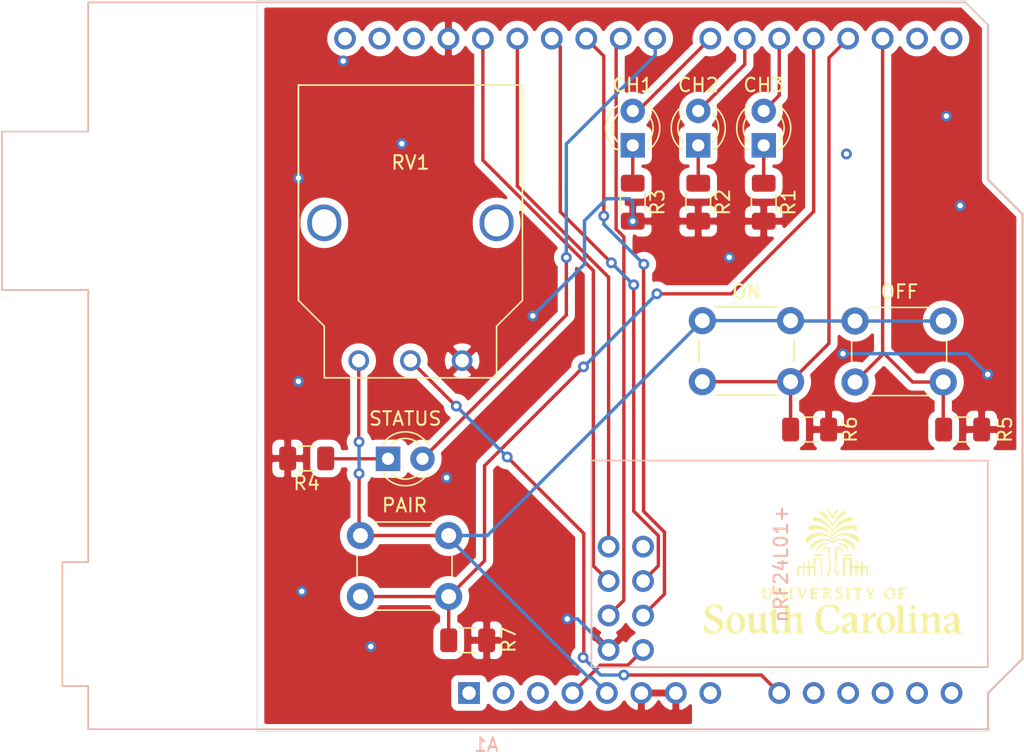
<source format=kicad_pcb>
(kicad_pcb (version 20171130) (host pcbnew "(5.1.6)-1")

  (general
    (thickness 1.6)
    (drawings 10)
    (tracks 145)
    (zones 0)
    (modules 18)
    (nets 36)
  )

  (page A4)
  (layers
    (0 F.Cu signal)
    (31 B.Cu signal)
    (32 B.Adhes user)
    (33 F.Adhes user)
    (34 B.Paste user)
    (35 F.Paste user)
    (36 B.SilkS user)
    (37 F.SilkS user)
    (38 B.Mask user)
    (39 F.Mask user)
    (40 Dwgs.User user)
    (41 Cmts.User user)
    (42 Eco1.User user)
    (43 Eco2.User user)
    (44 Edge.Cuts user)
    (45 Margin user)
    (46 B.CrtYd user)
    (47 F.CrtYd user)
    (48 B.Fab user)
    (49 F.Fab user)
  )

  (setup
    (last_trace_width 0.25)
    (trace_clearance 0.2)
    (zone_clearance 0.508)
    (zone_45_only no)
    (trace_min 0.2)
    (via_size 0.8)
    (via_drill 0.4)
    (via_min_size 0.4)
    (via_min_drill 0.3)
    (uvia_size 0.3)
    (uvia_drill 0.1)
    (uvias_allowed no)
    (uvia_min_size 0.2)
    (uvia_min_drill 0.1)
    (edge_width 0.05)
    (segment_width 0.2)
    (pcb_text_width 0.3)
    (pcb_text_size 1.5 1.5)
    (mod_edge_width 0.12)
    (mod_text_size 1 1)
    (mod_text_width 0.15)
    (pad_size 1.524 1.524)
    (pad_drill 0.762)
    (pad_to_mask_clearance 0.05)
    (aux_axis_origin 0 0)
    (visible_elements FFFFFF7F)
    (pcbplotparams
      (layerselection 0x010fc_ffffffff)
      (usegerberextensions false)
      (usegerberattributes true)
      (usegerberadvancedattributes true)
      (creategerberjobfile true)
      (excludeedgelayer true)
      (linewidth 0.100000)
      (plotframeref false)
      (viasonmask false)
      (mode 1)
      (useauxorigin false)
      (hpglpennumber 1)
      (hpglpenspeed 20)
      (hpglpendiameter 15.000000)
      (psnegative false)
      (psa4output false)
      (plotreference true)
      (plotvalue true)
      (plotinvisibletext false)
      (padsonsilk false)
      (subtractmaskfromsilk false)
      (outputformat 1)
      (mirror false)
      (drillshape 1)
      (scaleselection 1)
      (outputdirectory ""))
  )

  (net 0 "")
  (net 1 "Net-(A1-Pad32)")
  (net 2 "Net-(A1-Pad31)")
  (net 3 "Net-(A1-Pad1)")
  (net 4 "Net-(A1-Pad17)")
  (net 5 "Net-(A1-Pad2)")
  (net 6 "Net-(A1-Pad18)")
  (net 7 "Net-(A1-Pad3)")
  (net 8 "Net-(A1-Pad19)")
  (net 9 "Net-(A1-Pad4)")
  (net 10 "Net-(A1-Pad20)")
  (net 11 "Net-(A1-Pad5)")
  (net 12 "Net-(A1-Pad21)")
  (net 13 GND)
  (net 14 "Net-(A1-Pad22)")
  (net 15 "Net-(A1-Pad23)")
  (net 16 "Net-(A1-Pad8)")
  (net 17 "Net-(A1-Pad24)")
  (net 18 "Net-(A1-Pad9)")
  (net 19 "Net-(A1-Pad25)")
  (net 20 "Net-(A1-Pad10)")
  (net 21 "Net-(A1-Pad26)")
  (net 22 "Net-(A1-Pad11)")
  (net 23 "Net-(A1-Pad27)")
  (net 24 "Net-(A1-Pad12)")
  (net 25 "Net-(A1-Pad28)")
  (net 26 "Net-(A1-Pad13)")
  (net 27 "Net-(A1-Pad14)")
  (net 28 "Net-(A1-Pad30)")
  (net 29 "Net-(A1-Pad15)")
  (net 30 "Net-(A1-Pad16)")
  (net 31 "Net-(D1-Pad1)")
  (net 32 "Net-(D2-Pad1)")
  (net 33 "Net-(D3-Pad1)")
  (net 34 "Net-(D4-Pad1)")
  (net 35 "Net-(U1-Pad4)")

  (net_class Default "This is the default net class."
    (clearance 0.2)
    (trace_width 0.25)
    (via_dia 0.8)
    (via_drill 0.4)
    (uvia_dia 0.3)
    (uvia_drill 0.1)
    (add_net GND)
    (add_net "Net-(A1-Pad1)")
    (add_net "Net-(A1-Pad10)")
    (add_net "Net-(A1-Pad11)")
    (add_net "Net-(A1-Pad12)")
    (add_net "Net-(A1-Pad13)")
    (add_net "Net-(A1-Pad14)")
    (add_net "Net-(A1-Pad15)")
    (add_net "Net-(A1-Pad16)")
    (add_net "Net-(A1-Pad17)")
    (add_net "Net-(A1-Pad18)")
    (add_net "Net-(A1-Pad19)")
    (add_net "Net-(A1-Pad2)")
    (add_net "Net-(A1-Pad20)")
    (add_net "Net-(A1-Pad21)")
    (add_net "Net-(A1-Pad22)")
    (add_net "Net-(A1-Pad23)")
    (add_net "Net-(A1-Pad24)")
    (add_net "Net-(A1-Pad25)")
    (add_net "Net-(A1-Pad26)")
    (add_net "Net-(A1-Pad27)")
    (add_net "Net-(A1-Pad28)")
    (add_net "Net-(A1-Pad3)")
    (add_net "Net-(A1-Pad30)")
    (add_net "Net-(A1-Pad31)")
    (add_net "Net-(A1-Pad32)")
    (add_net "Net-(A1-Pad4)")
    (add_net "Net-(A1-Pad5)")
    (add_net "Net-(A1-Pad8)")
    (add_net "Net-(A1-Pad9)")
    (add_net "Net-(D1-Pad1)")
    (add_net "Net-(D2-Pad1)")
    (add_net "Net-(D3-Pad1)")
    (add_net "Net-(D4-Pad1)")
    (add_net "Net-(U1-Pad4)")
  )

  (module UofSC_logo_v2:uofsc_logo_0_75in (layer F.Cu) (tedit 0) (tstamp 617CC437)
    (at 145.034 105.918)
    (fp_text reference G*** (at 0 0) (layer F.SilkS) hide
      (effects (font (size 1.524 1.524) (thickness 0.3)))
    )
    (fp_text value LOGO (at 0.75 0) (layer F.SilkS) hide
      (effects (font (size 1.524 1.524) (thickness 0.3)))
    )
    (fp_poly (pts (xy -8.30972 2.539753) (xy -8.205442 2.593343) (xy -8.157551 2.663538) (xy -8.144587 2.788147)
      (xy -8.144289 2.831225) (xy -8.163295 2.978781) (xy -8.209556 3.053998) (xy -8.266937 3.04855)
      (xy -8.319302 2.95411) (xy -8.327292 2.925666) (xy -8.406961 2.785226) (xy -8.545422 2.68849)
      (xy -8.712252 2.642606) (xy -8.877031 2.654723) (xy -9.009338 2.73199) (xy -9.032184 2.760023)
      (xy -9.098533 2.902979) (xy -9.082195 3.033665) (xy -8.978217 3.159004) (xy -8.78165 3.285916)
      (xy -8.590553 3.377536) (xy -8.334413 3.507737) (xy -8.166366 3.64015) (xy -8.073438 3.789181)
      (xy -8.042652 3.969238) (xy -8.042485 3.986045) (xy -8.065664 4.177268) (xy -8.145322 4.320097)
      (xy -8.162746 4.339747) (xy -8.394002 4.523287) (xy -8.664733 4.631821) (xy -8.948423 4.658302)
      (xy -9.181424 4.610488) (xy -9.335053 4.547139) (xy -9.419549 4.479709) (xy -9.463009 4.37394)
      (xy -9.48728 4.237575) (xy -9.503271 4.102521) (xy -9.488773 4.039916) (xy -9.431583 4.02206)
      (xy -9.391985 4.021242) (xy -9.287882 4.048674) (xy -9.264128 4.10151) (xy -9.230239 4.186253)
      (xy -9.145852 4.298346) (xy -9.115339 4.330568) (xy -8.947338 4.446921) (xy -8.770157 4.487935)
      (xy -8.606057 4.45951) (xy -8.477301 4.367548) (xy -8.40615 4.217949) (xy -8.398798 4.140636)
      (xy -8.433084 3.992947) (xy -8.542539 3.859534) (xy -8.73706 3.73082) (xy -8.908329 3.647569)
      (xy -9.171093 3.505192) (xy -9.338842 3.351408) (xy -9.41828 3.179008) (xy -9.427014 3.08975)
      (xy -9.403456 2.897593) (xy -9.321001 2.75457) (xy -9.161977 2.635646) (xy -9.074109 2.58977)
      (xy -8.77493 2.488791) (xy -8.492283 2.486553) (xy -8.30972 2.539753)) (layer F.SilkS) (width 0.01))
    (fp_poly (pts (xy -6.776045 3.166116) (xy -6.601744 3.337029) (xy -6.528157 3.459382) (xy -6.435137 3.704151)
      (xy -6.425628 3.927191) (xy -6.499169 4.164325) (xy -6.518511 4.20576) (xy -6.617628 4.363348)
      (xy -6.756436 4.481188) (xy -6.884818 4.552693) (xy -7.070432 4.638401) (xy -7.203466 4.674201)
      (xy -7.318802 4.662279) (xy -7.451323 4.604821) (xy -7.479427 4.589954) (xy -7.667973 4.433357)
      (xy -7.790509 4.20899) (xy -7.838505 3.933108) (xy -7.838878 3.904979) (xy -7.819904 3.775233)
      (xy -7.482565 3.775233) (xy -7.460776 4.037178) (xy -7.40131 4.253782) (xy -7.31302 4.413976)
      (xy -7.20476 4.506691) (xy -7.085383 4.52086) (xy -6.963742 4.445415) (xy -6.954444 4.43547)
      (xy -6.844919 4.246182) (xy -6.793393 4.006983) (xy -6.799765 3.751561) (xy -6.863933 3.513602)
      (xy -6.957689 3.357401) (xy -7.096517 3.241315) (xy -7.227607 3.219128) (xy -7.341059 3.282957)
      (xy -7.426971 3.424921) (xy -7.475442 3.637138) (xy -7.482565 3.775233) (xy -7.819904 3.775233)
      (xy -7.796018 3.611903) (xy -7.669491 3.376093) (xy -7.462374 3.201528) (xy -7.218426 3.102416)
      (xy -6.984623 3.086351) (xy -6.776045 3.166116)) (layer F.SilkS) (width 0.01))
    (fp_poly (pts (xy -4.937475 3.732986) (xy -4.936246 4.000459) (xy -4.930808 4.184092) (xy -4.918532 4.301834)
      (xy -4.896791 4.371636) (xy -4.862958 4.411449) (xy -4.835672 4.428457) (xy -4.747358 4.495384)
      (xy -4.758368 4.549739) (xy -4.869562 4.592944) (xy -4.943774 4.607677) (xy -5.100168 4.619716)
      (xy -5.192982 4.579008) (xy -5.253041 4.470904) (xy -5.257462 4.458599) (xy -5.305819 4.455925)
      (xy -5.412803 4.498392) (xy -5.504545 4.547677) (xy -5.654818 4.632047) (xy -5.753739 4.6697)
      (xy -5.836551 4.667447) (xy -5.938497 4.632096) (xy -5.939458 4.631708) (xy -6.030907 4.577239)
      (xy -6.093893 4.489045) (xy -6.133122 4.35031) (xy -6.153295 4.144222) (xy -6.159116 3.853965)
      (xy -6.159118 3.846432) (xy -6.16038 3.607121) (xy -6.16643 3.45166) (xy -6.180665 3.362103)
      (xy -6.206482 3.320506) (xy -6.247276 3.308926) (xy -6.260922 3.308617) (xy -6.345542 3.282409)
      (xy -6.359648 3.225749) (xy -6.324549 3.189323) (xy -6.255101 3.168406) (xy -6.12261 3.142196)
      (xy -6.046201 3.129879) (xy -5.806028 3.093934) (xy -5.791692 3.723019) (xy -5.785045 3.98499)
      (xy -5.776817 4.162357) (xy -5.76338 4.272295) (xy -5.741109 4.331983) (xy -5.706377 4.358598)
      (xy -5.655556 4.369319) (xy -5.655229 4.369365) (xy -5.514617 4.358666) (xy -5.413446 4.322587)
      (xy -5.357277 4.285799) (xy -5.322108 4.233877) (xy -5.303059 4.144834) (xy -5.295246 3.996682)
      (xy -5.293788 3.783583) (xy -5.296598 3.555423) (xy -5.306871 3.411781) (xy -5.327367 3.335479)
      (xy -5.360848 3.309341) (xy -5.370141 3.308617) (xy -5.438729 3.276326) (xy -5.432071 3.211609)
      (xy -5.403462 3.186226) (xy -5.329589 3.162067) (xy -5.197392 3.134062) (xy -5.148953 3.125815)
      (xy -4.937475 3.091998) (xy -4.937475 3.732986)) (layer F.SilkS) (width 0.01))
    (fp_poly (pts (xy -4.192819 2.794066) (xy -4.1742 2.909389) (xy -4.173948 2.926853) (xy -4.166068 3.046259)
      (xy -4.121612 3.095229) (xy -4.009352 3.104987) (xy -3.995792 3.10501) (xy -3.864024 3.121567)
      (xy -3.817958 3.174408) (xy -3.817635 3.181362) (xy -3.856269 3.237834) (xy -3.979566 3.257577)
      (xy -3.995792 3.257715) (xy -4.173948 3.257715) (xy -4.173948 3.785951) (xy -4.167807 4.066238)
      (xy -4.146097 4.257446) (xy -4.103892 4.371741) (xy -4.036266 4.421292) (xy -3.93829 4.418266)
      (xy -3.91971 4.413779) (xy -3.835335 4.413532) (xy -3.819131 4.460581) (xy -3.865385 4.532185)
      (xy -3.967813 4.605306) (xy -4.0942 4.664503) (xy -4.18212 4.675302) (xy -4.281751 4.639369)
      (xy -4.326391 4.617215) (xy -4.401396 4.563877) (xy -4.454706 4.481088) (xy -4.490071 4.352488)
      (xy -4.511243 4.161713) (xy -4.52197 3.892404) (xy -4.524238 3.754008) (xy -4.52853 3.525669)
      (xy -4.537403 3.380501) (xy -4.554905 3.299874) (xy -4.585084 3.265156) (xy -4.631987 3.257715)
      (xy -4.632064 3.257715) (xy -4.718772 3.235262) (xy -4.721762 3.182559) (xy -4.644699 3.121589)
      (xy -4.606613 3.10501) (xy -4.511948 3.045765) (xy -4.479359 2.986904) (xy -4.440078 2.895905)
      (xy -4.350381 2.803602) (xy -4.252488 2.750911) (xy -4.233567 2.748697) (xy -4.192819 2.794066)) (layer F.SilkS) (width 0.01))
    (fp_poly (pts (xy 0.030924 2.494155) (xy 0.267234 2.567164) (xy 0.387266 2.633662) (xy 0.44243 2.706677)
      (xy 0.457627 2.827248) (xy 0.458116 2.881751) (xy 0.450618 3.023511) (xy 0.420833 3.089466)
      (xy 0.361831 3.10501) (xy 0.271513 3.05898) (xy 0.23396 2.979164) (xy 0.141864 2.797923)
      (xy -0.022336 2.685595) (xy -0.251733 2.646894) (xy -0.252781 2.646893) (xy -0.488595 2.681042)
      (xy -0.66416 2.78673) (xy -0.782884 2.968821) (xy -0.848173 3.232179) (xy -0.864213 3.519917)
      (xy -0.834488 3.876721) (xy -0.748458 4.152567) (xy -0.607288 4.345697) (xy -0.41214 4.454355)
      (xy -0.229058 4.479358) (xy -0.003529 4.443601) (xy 0.155792 4.332677) (xy 0.254561 4.148339)
      (xy 0.323899 4.012623) (xy 0.411763 3.97034) (xy 0.471858 3.982384) (xy 0.492603 4.036284)
      (xy 0.482175 4.158696) (xy 0.478122 4.186673) (xy 0.439917 4.345581) (xy 0.367101 4.454954)
      (xy 0.237528 4.535615) (xy 0.029822 4.608157) (xy -0.186827 4.662451) (xy -0.354225 4.674181)
      (xy -0.515166 4.644277) (xy -0.585371 4.62155) (xy -0.865501 4.473458) (xy -1.078089 4.254143)
      (xy -1.215897 3.974401) (xy -1.271691 3.645026) (xy -1.272545 3.596322) (xy -1.260106 3.400983)
      (xy -1.228298 3.22036) (xy -1.203319 3.141551) (xy -1.048026 2.894888) (xy -0.824286 2.697962)
      (xy -0.554768 2.559629) (xy -0.262142 2.488741) (xy 0.030924 2.494155)) (layer F.SilkS) (width 0.01))
    (fp_poly (pts (xy 1.461964 3.078522) (xy 1.587009 3.115449) (xy 1.675338 3.1824) (xy 1.732919 3.294908)
      (xy 1.765721 3.468503) (xy 1.779713 3.718715) (xy 1.781563 3.910079) (xy 1.782851 4.161039)
      (xy 1.788751 4.32835) (xy 1.802312 4.430154) (xy 1.826584 4.484591) (xy 1.86462 4.509806)
      (xy 1.883367 4.515511) (xy 1.97289 4.55543) (xy 1.966301 4.597204) (xy 1.868843 4.633168)
      (xy 1.794288 4.645734) (xy 1.619479 4.638195) (xy 1.506978 4.555619) (xy 1.461994 4.462336)
      (xy 1.41584 4.457606) (xy 1.319492 4.507077) (xy 1.264472 4.545907) (xy 1.136373 4.636863)
      (xy 1.048182 4.67215) (xy 0.962687 4.662554) (xy 0.916232 4.646854) (xy 0.755034 4.542097)
      (xy 0.671056 4.384728) (xy 0.662503 4.306038) (xy 0.673324 4.201238) (xy 0.987178 4.201238)
      (xy 0.997605 4.320175) (xy 1.020063 4.354547) (xy 1.131469 4.422956) (xy 1.278893 4.398752)
      (xy 1.326793 4.375764) (xy 1.398202 4.300713) (xy 1.424487 4.161898) (xy 1.42525 4.121255)
      (xy 1.422066 3.987485) (xy 1.395857 3.932548) (xy 1.321634 3.942047) (xy 1.199462 3.991144)
      (xy 1.058396 4.083596) (xy 0.987178 4.201238) (xy 0.673324 4.201238) (xy 0.677226 4.163459)
      (xy 0.732298 4.061499) (xy 0.846584 3.98135) (xy 1.038946 3.904206) (xy 1.079258 3.890542)
      (xy 1.399799 3.783516) (xy 1.399799 3.283166) (xy 1.221643 3.283166) (xy 1.099488 3.293634)
      (xy 1.044935 3.341074) (xy 1.02738 3.423146) (xy 0.998154 3.524687) (xy 0.920257 3.560517)
      (xy 0.861949 3.563126) (xy 0.754419 3.548721) (xy 0.715783 3.487845) (xy 0.712625 3.43523)
      (xy 0.728036 3.356195) (xy 0.788152 3.290435) (xy 0.913798 3.219622) (xy 1.00531 3.177652)
      (xy 1.230076 3.094665) (xy 1.402266 3.071963) (xy 1.461964 3.078522)) (layer F.SilkS) (width 0.01))
    (fp_poly (pts (xy 4.093892 3.074699) (xy 4.201367 3.120662) (xy 4.235169 3.139948) (xy 4.377607 3.250323)
      (xy 4.507324 3.392724) (xy 4.521867 3.413173) (xy 4.592759 3.538647) (xy 4.623344 3.667586)
      (xy 4.622977 3.844436) (xy 4.620546 3.881946) (xy 4.571697 4.153331) (xy 4.461195 4.355051)
      (xy 4.2775 4.50606) (xy 4.221964 4.536491) (xy 4.007406 4.629691) (xy 3.838176 4.658319)
      (xy 3.683448 4.625364) (xy 3.617646 4.595058) (xy 3.402175 4.430753) (xy 3.264549 4.20689)
      (xy 3.209737 3.935) (xy 3.214834 3.869155) (xy 3.56414 3.869155) (xy 3.600982 4.095677)
      (xy 3.640019 4.208542) (xy 3.749616 4.403964) (xy 3.872686 4.504978) (xy 4.0037 4.509021)
      (xy 4.120207 4.431296) (xy 4.214933 4.278749) (xy 4.263348 4.076334) (xy 4.268743 3.849953)
      (xy 4.23441 3.625507) (xy 4.163642 3.428896) (xy 4.05973 3.286022) (xy 3.967709 3.231429)
      (xy 3.82919 3.231667) (xy 3.713404 3.313956) (xy 3.62652 3.459898) (xy 3.574709 3.651097)
      (xy 3.56414 3.869155) (xy 3.214834 3.869155) (xy 3.228513 3.692474) (xy 3.31312 3.490734)
      (xy 3.474274 3.306606) (xy 3.686929 3.164284) (xy 3.834021 3.107548) (xy 3.987562 3.071629)
      (xy 4.093892 3.074699)) (layer F.SilkS) (width 0.01))
    (fp_poly (pts (xy 8.96694 3.073691) (xy 9.021315 3.086531) (xy 9.137296 3.136105) (xy 9.219045 3.217988)
      (xy 9.27201 3.347991) (xy 9.30164 3.541928) (xy 9.313382 3.815612) (xy 9.314279 3.936929)
      (xy 9.31603 4.181141) (xy 9.322686 4.342166) (xy 9.337545 4.438607) (xy 9.363905 4.489068)
      (xy 9.405063 4.512153) (xy 9.416833 4.515511) (xy 9.506046 4.561344) (xy 9.501928 4.609367)
      (xy 9.407396 4.632724) (xy 9.404108 4.632759) (xy 9.255767 4.647258) (xy 9.177358 4.663543)
      (xy 9.088563 4.665905) (xy 9.041135 4.594075) (xy 9.03186 4.561044) (xy 9.002725 4.467226)
      (xy 8.962746 4.438173) (xy 8.887916 4.473385) (xy 8.776036 4.555711) (xy 8.652254 4.64418)
      (xy 8.566837 4.675199) (xy 8.479044 4.655399) (xy 8.398797 4.617098) (xy 8.250862 4.496213)
      (xy 8.178638 4.336106) (xy 8.190631 4.194487) (xy 8.500601 4.194487) (xy 8.534716 4.346972)
      (xy 8.629461 4.421769) (xy 8.773436 4.413133) (xy 8.86026 4.375764) (xy 8.919036 4.304038)
      (xy 8.954432 4.187017) (xy 8.963734 4.060249) (xy 8.944227 3.959285) (xy 8.89509 3.919629)
      (xy 8.795043 3.948299) (xy 8.672936 4.017428) (xy 8.564116 4.102388) (xy 8.503928 4.178553)
      (xy 8.500601 4.194487) (xy 8.190631 4.194487) (xy 8.19319 4.164274) (xy 8.205138 4.135771)
      (xy 8.26924 4.046285) (xy 8.380338 3.97346) (xy 8.563098 3.90198) (xy 8.602405 3.889074)
      (xy 8.933266 3.782356) (xy 8.933266 3.283166) (xy 8.757405 3.283166) (xy 8.631812 3.296641)
      (xy 8.571044 3.351528) (xy 8.551797 3.41042) (xy 8.50272 3.507032) (xy 8.395303 3.549084)
      (xy 8.358621 3.553625) (xy 8.245632 3.554779) (xy 8.201507 3.513889) (xy 8.19519 3.444824)
      (xy 8.209521 3.371687) (xy 8.265713 3.309685) (xy 8.383563 3.242931) (xy 8.525669 3.179616)
      (xy 8.719368 3.103819) (xy 8.855739 3.070524) (xy 8.96694 3.073691)) (layer F.SilkS) (width 0.01))
    (fp_poly (pts (xy -3.210975 2.518085) (xy -3.204203 2.521253) (xy -3.180857 2.583196) (xy -3.163715 2.719242)
      (xy -3.156044 2.901735) (xy -3.155912 2.929857) (xy -3.152637 3.111553) (xy -3.143979 3.245651)
      (xy -3.131689 3.307173) (xy -3.12937 3.308617) (xy -3.074853 3.282922) (xy -2.966872 3.217767)
      (xy -2.903397 3.17664) (xy -2.714255 3.089722) (xy -2.538159 3.076897) (xy -2.398215 3.136893)
      (xy -2.34106 3.207604) (xy -2.320808 3.29469) (xy -2.304431 3.458845) (xy -2.293771 3.675355)
      (xy -2.290581 3.884704) (xy -2.28931 4.136654) (xy -2.283481 4.304889) (xy -2.270075 4.407483)
      (xy -2.246074 4.462515) (xy -2.208456 4.488059) (xy -2.188778 4.494107) (xy -2.106163 4.538948)
      (xy -2.086974 4.576397) (xy -2.135354 4.608632) (xy -2.271574 4.627722) (xy -2.417836 4.632064)
      (xy -2.605735 4.621967) (xy -2.721355 4.594888) (xy -2.755563 4.555649) (xy -2.699222 4.509069)
      (xy -2.672345 4.497766) (xy -2.635756 4.46296) (xy -2.612512 4.380814) (xy -2.600107 4.233974)
      (xy -2.596039 4.005082) (xy -2.595992 3.96853) (xy -2.602126 3.686926) (xy -2.624762 3.495728)
      (xy -2.670255 3.384046) (xy -2.744959 3.340988) (xy -2.855227 3.355665) (xy -2.936116 3.385559)
      (xy -3.056853 3.434126) (xy -3.12997 3.460009) (xy -3.136677 3.461322) (xy -3.144752 3.508631)
      (xy -3.151157 3.63619) (xy -3.155079 3.822451) (xy -3.155912 3.97034) (xy -3.151073 4.206805)
      (xy -3.137532 4.377765) (xy -3.116758 4.468554) (xy -3.10501 4.479358) (xy -3.059851 4.520587)
      (xy -3.054108 4.555711) (xy -3.076197 4.598538) (xy -3.155124 4.622342) (xy -3.309881 4.631505)
      (xy -3.38497 4.632064) (xy -3.576564 4.623924) (xy -3.690026 4.601005) (xy -3.715832 4.576397)
      (xy -3.673337 4.520109) (xy -3.614028 4.494107) (xy -3.577244 4.479412) (xy -3.550572 4.447827)
      (xy -3.532393 4.384857) (xy -3.521088 4.276006) (xy -3.515039 4.106779) (xy -3.512626 3.86268)
      (xy -3.512225 3.58264) (xy -3.512738 3.26332) (xy -3.515355 3.03174) (xy -3.521694 2.87384)
      (xy -3.533373 2.775558) (xy -3.55201 2.722832) (xy -3.579223 2.7016) (xy -3.614028 2.697795)
      (xy -3.69678 2.678986) (xy -3.715832 2.652936) (xy -3.671413 2.614871) (xy -3.562381 2.573001)
      (xy -3.425073 2.536678) (xy -3.295825 2.515255) (xy -3.210975 2.518085)) (layer F.SilkS) (width 0.01))
    (fp_poly (pts (xy 3.174884 3.127532) (xy 3.206813 3.177199) (xy 3.174137 3.327789) (xy 3.081133 3.403388)
      (xy 3.028594 3.41042) (xy 2.918828 3.444056) (xy 2.788983 3.527809) (xy 2.75408 3.558097)
      (xy 2.672991 3.640568) (xy 2.625733 3.719573) (xy 2.603224 3.825632) (xy 2.59638 3.989268)
      (xy 2.595992 4.089341) (xy 2.595992 4.472908) (xy 2.761423 4.488859) (xy 2.893458 4.511171)
      (xy 2.933597 4.539971) (xy 2.891114 4.570427) (xy 2.775286 4.597708) (xy 2.595388 4.616986)
      (xy 2.506914 4.621397) (xy 2.27298 4.623647) (xy 2.134697 4.6101) (xy 2.087066 4.580246)
      (xy 2.086974 4.578455) (xy 2.129492 4.520482) (xy 2.188777 4.494107) (xy 2.232838 4.475266)
      (xy 2.261989 4.434129) (xy 2.279275 4.352565) (xy 2.287743 4.212442) (xy 2.290437 3.995629)
      (xy 2.290581 3.888051) (xy 2.289481 3.638037) (xy 2.284153 3.472511) (xy 2.271557 3.374164)
      (xy 2.248652 3.325688) (xy 2.212395 3.309773) (xy 2.188777 3.308617) (xy 2.100101 3.291484)
      (xy 2.096889 3.249682) (xy 2.170596 3.197604) (xy 2.277855 3.158588) (xy 2.446187 3.117438)
      (xy 2.541198 3.119695) (xy 2.586176 3.176664) (xy 2.604411 3.299651) (xy 2.60579 3.31778)
      (xy 2.621443 3.53055) (xy 2.768345 3.31778) (xy 2.877776 3.180929) (xy 2.976032 3.117219)
      (xy 3.061031 3.10501) (xy 3.174884 3.127532)) (layer F.SilkS) (width 0.01))
    (fp_poly (pts (xy 5.103843 2.504332) (xy 5.148772 2.549355) (xy 5.175246 2.646915) (xy 5.188077 2.808496)
      (xy 5.192076 3.04558) (xy 5.192055 3.369651) (xy 5.191984 3.480836) (xy 5.192463 3.821022)
      (xy 5.194817 4.073096) (xy 5.200423 4.250751) (xy 5.210654 4.367679) (xy 5.226888 4.437569)
      (xy 5.250499 4.474115) (xy 5.282864 4.491007) (xy 5.293787 4.494107) (xy 5.376402 4.538948)
      (xy 5.395591 4.576397) (xy 5.34684 4.608106) (xy 5.208011 4.627137) (xy 5.039278 4.632064)
      (xy 4.849504 4.625049) (xy 4.724452 4.605879) (xy 4.682966 4.579564) (xy 4.723643 4.517579)
      (xy 4.759318 4.497766) (xy 4.787636 4.472122) (xy 4.808189 4.411111) (xy 4.822123 4.301106)
      (xy 4.830581 4.12848) (xy 4.83471 3.879607) (xy 4.835671 3.589068) (xy 4.83527 3.270918)
      (xy 4.832839 3.03984) (xy 4.826535 2.881103) (xy 4.814516 2.779977) (xy 4.794938 2.721728)
      (xy 4.765959 2.691628) (xy 4.725737 2.674944) (xy 4.721142 2.673483) (xy 4.659768 2.647759)
      (xy 4.671879 2.622023) (xy 4.768171 2.583806) (xy 4.81022 2.569654) (xy 4.939379 2.525965)
      (xy 5.035649 2.500363) (xy 5.103843 2.504332)) (layer F.SilkS) (width 0.01))
    (fp_poly (pts (xy 6.049928 3.125197) (xy 6.086881 3.197697) (xy 6.103663 3.334369) (xy 6.108161 3.548627)
      (xy 6.108216 3.786247) (xy 6.10905 4.061396) (xy 6.113232 4.251458) (xy 6.123282 4.373147)
      (xy 6.14172 4.443175) (xy 6.171065 4.478256) (xy 6.213838 4.495104) (xy 6.215141 4.495446)
      (xy 6.285932 4.537653) (xy 6.28849 4.577736) (xy 6.225064 4.606592) (xy 6.097515 4.624634)
      (xy 5.936374 4.63192) (xy 5.772173 4.628503) (xy 5.635444 4.61444) (xy 5.55672 4.589784)
      (xy 5.548296 4.576397) (xy 5.590791 4.520109) (xy 5.6501 4.494107) (xy 5.694161 4.475266)
      (xy 5.723311 4.434129) (xy 5.740598 4.352565) (xy 5.749065 4.212442) (xy 5.75176 3.995629)
      (xy 5.751904 3.888051) (xy 5.750804 3.638037) (xy 5.745476 3.472511) (xy 5.73288 3.374164)
      (xy 5.709974 3.325688) (xy 5.673718 3.309773) (xy 5.6501 3.308617) (xy 5.561424 3.291484)
      (xy 5.558212 3.249682) (xy 5.631919 3.197604) (xy 5.739178 3.158588) (xy 5.883964 3.119056)
      (xy 5.984918 3.103454) (xy 6.049928 3.125197)) (layer F.SilkS) (width 0.01))
    (fp_poly (pts (xy 7.647265 3.085608) (xy 7.754732 3.16906) (xy 7.764839 3.179049) (xy 7.818939 3.239272)
      (xy 7.854672 3.305132) (xy 7.875825 3.398055) (xy 7.886186 3.539466) (xy 7.889543 3.750791)
      (xy 7.889779 3.885737) (xy 7.891056 4.13743) (xy 7.896902 4.305424) (xy 7.910348 4.407813)
      (xy 7.93442 4.46269) (xy 7.972145 4.488148) (xy 7.991583 4.494107) (xy 8.074198 4.538948)
      (xy 8.093387 4.576397) (xy 8.045007 4.608632) (xy 7.908787 4.627722) (xy 7.762525 4.632064)
      (xy 7.576939 4.626966) (xy 7.47379 4.608753) (xy 7.434086 4.573039) (xy 7.431663 4.555711)
      (xy 7.459149 4.487973) (xy 7.482565 4.479358) (xy 7.505888 4.430828) (xy 7.522848 4.294473)
      (xy 7.532121 4.084148) (xy 7.533467 3.94668) (xy 7.531419 3.70391) (xy 7.523167 3.54331)
      (xy 7.505547 3.445294) (xy 7.475396 3.390273) (xy 7.439306 3.363609) (xy 7.336256 3.344281)
      (xy 7.198237 3.392299) (xy 7.172072 3.405892) (xy 6.998998 3.498569) (xy 6.984236 3.973075)
      (xy 6.980145 4.205791) (xy 6.986889 4.356345) (xy 7.006833 4.444024) (xy 7.042347 4.488118)
      (xy 7.047863 4.49145) (xy 7.122063 4.552953) (xy 7.097888 4.597695) (xy 6.977577 4.624427)
      (xy 6.795391 4.632064) (xy 6.603797 4.623924) (xy 6.490334 4.601005) (xy 6.464529 4.576397)
      (xy 6.507024 4.520109) (xy 6.566332 4.494107) (xy 6.610393 4.475266) (xy 6.639544 4.434129)
      (xy 6.65683 4.352565) (xy 6.665298 4.212442) (xy 6.667992 3.995629) (xy 6.668136 3.888051)
      (xy 6.666954 3.637812) (xy 6.661447 3.472106) (xy 6.648671 3.373674) (xy 6.625684 3.325253)
      (xy 6.589541 3.309584) (xy 6.569337 3.308617) (xy 6.473101 3.287011) (xy 6.441343 3.26138)
      (xy 6.442494 3.222646) (xy 6.508116 3.188069) (xy 6.652366 3.152095) (xy 6.782665 3.12751)
      (xy 6.906818 3.111017) (xy 6.960681 3.131478) (xy 6.973383 3.203943) (xy 6.973547 3.226129)
      (xy 6.973547 3.358578) (xy 7.22096 3.206343) (xy 7.406567 3.102935) (xy 7.539939 3.063128)
      (xy 7.647265 3.085608)) (layer F.SilkS) (width 0.01))
    (fp_poly (pts (xy 6.089593 2.584665) (xy 6.108216 2.6961) (xy 6.08186 2.814533) (xy 5.993687 2.86932)
      (xy 5.878131 2.896307) (xy 5.81928 2.89266) (xy 5.785838 2.867468) (xy 5.76056 2.795919)
      (xy 5.751904 2.695246) (xy 5.776623 2.583433) (xy 5.864661 2.535424) (xy 5.868354 2.534697)
      (xy 6.014684 2.527653) (xy 6.089593 2.584665)) (layer F.SilkS) (width 0.01))
    (fp_poly (pts (xy -4.61849 1.257816) (xy -4.557123 1.276379) (xy -4.52551 1.318385) (xy -4.517644 1.408183)
      (xy -4.527517 1.570121) (xy -4.531011 1.612342) (xy -4.557677 1.82023) (xy -4.599516 1.948997)
      (xy -4.656117 2.015893) (xy -4.801558 2.076601) (xy -4.958486 2.07682) (xy -5.082675 2.017799)
      (xy -5.096117 2.003467) (xy -5.137008 1.910109) (xy -5.172822 1.752495) (xy -5.192246 1.600283)
      (xy -5.204998 1.42628) (xy -5.200691 1.328863) (xy -5.171004 1.283187) (xy -5.107618 1.26441)
      (xy -5.078273 1.259939) (xy -4.977048 1.257989) (xy -4.937475 1.281361) (xy -4.97646 1.322274)
      (xy -4.988377 1.323447) (xy -5.018001 1.368565) (xy -5.034654 1.482168) (xy -5.037182 1.631621)
      (xy -5.024434 1.784294) (xy -5.007637 1.868955) (xy -4.937642 1.976457) (xy -4.825867 2.021082)
      (xy -4.711903 1.987845) (xy -4.705974 1.983143) (xy -4.668502 1.9085) (xy -4.643191 1.777416)
      (xy -4.631147 1.62164) (xy -4.633478 1.472922) (xy -4.651292 1.36301) (xy -4.682966 1.323447)
      (xy -4.732439 1.289908) (xy -4.733868 1.279603) (xy -4.691937 1.253872) (xy -4.61849 1.257816)) (layer F.SilkS) (width 0.01))
    (fp_poly (pts (xy -4.035867 1.276426) (xy -3.932093 1.379446) (xy -3.832832 1.513498) (xy -3.720527 1.663308)
      (xy -3.649604 1.720758) (xy -3.615548 1.68436) (xy -3.613843 1.552626) (xy -3.624382 1.444764)
      (xy -3.626464 1.322559) (xy -3.588835 1.275274) (xy -3.565631 1.272425) (xy -3.526334 1.287771)
      (xy -3.504749 1.346678) (xy -3.497958 1.468226) (xy -3.503046 1.671495) (xy -3.503375 1.67964)
      (xy -3.515647 1.868781) (xy -3.533579 2.01122) (xy -3.553846 2.082873) (xy -3.559627 2.086974)
      (xy -3.605785 2.04822) (xy -3.691906 1.945669) (xy -3.800967 1.799882) (xy -3.822986 1.768837)
      (xy -4.046694 1.450701) (xy -4.062353 1.725843) (xy -4.060354 1.924433) (xy -4.025896 2.030309)
      (xy -4.011452 2.0432) (xy -3.991752 2.075127) (xy -4.06961 2.086175) (xy -4.072145 2.086194)
      (xy -4.135416 2.08223) (xy -4.173223 2.055515) (xy -4.19212 1.985254) (xy -4.19866 1.850649)
      (xy -4.199399 1.682368) (xy -4.196001 1.474664) (xy -4.183014 1.347948) (xy -4.156247 1.281546)
      (xy -4.112792 1.255115) (xy -4.035867 1.276426)) (layer F.SilkS) (width 0.01))
    (fp_poly (pts (xy -2.954759 1.286595) (xy -2.930898 1.301517) (xy -2.939579 1.306256) (xy -2.975509 1.368544)
      (xy -2.996858 1.498478) (xy -3.003509 1.662929) (xy -2.995344 1.828772) (xy -2.972247 1.962881)
      (xy -2.942124 2.025891) (xy -2.921865 2.067326) (xy -2.981732 2.084858) (xy -3.054108 2.086974)
      (xy -3.164033 2.0795) (xy -3.18639 2.052183) (xy -3.166092 2.025891) (xy -3.130678 1.942449)
      (xy -3.110292 1.800141) (xy -3.104817 1.632095) (xy -3.114137 1.471436) (xy -3.138133 1.351291)
      (xy -3.168637 1.306256) (xy -3.167714 1.289791) (xy -3.0859 1.281023) (xy -3.054108 1.280582)
      (xy -2.954759 1.286595)) (layer F.SilkS) (width 0.01))
    (fp_poly (pts (xy -2.530141 1.258079) (xy -2.437547 1.300212) (xy -2.409352 1.349103) (xy -2.392104 1.433764)
      (xy -2.348196 1.573236) (xy -2.317435 1.657721) (xy -2.225517 1.898404) (xy -2.130558 1.649101)
      (xy -2.08079 1.495696) (xy -2.057446 1.376234) (xy -2.059689 1.336172) (xy -2.040208 1.28332)
      (xy -1.991132 1.272545) (xy -1.949508 1.280858) (xy -1.936382 1.3179) (xy -1.954671 1.401823)
      (xy -2.007293 1.55078) (xy -2.056357 1.678404) (xy -2.133501 1.862269) (xy -2.203261 2.003041)
      (xy -2.254233 2.078603) (xy -2.266341 2.085619) (xy -2.307199 2.04202) (xy -2.370476 1.924754)
      (xy -2.444635 1.756123) (xy -2.469728 1.692485) (xy -2.541101 1.507212) (xy -2.598327 1.360242)
      (xy -2.631838 1.276095) (xy -2.635966 1.266492) (xy -2.605854 1.250714) (xy -2.530141 1.258079)) (layer F.SilkS) (width 0.01))
    (fp_poly (pts (xy -1.046338 1.2454) (xy -1.004361 1.319343) (xy -1.000312 1.402668) (xy -1.022802 1.42525)
      (xy -1.067629 1.386375) (xy -1.068938 1.374348) (xy -1.113685 1.340704) (xy -1.223714 1.323886)
      (xy -1.247094 1.323447) (xy -1.367732 1.333113) (xy -1.417088 1.375949) (xy -1.425251 1.447697)
      (xy -1.399337 1.568249) (xy -1.335643 1.612951) (xy -1.25524 1.570143) (xy -1.239372 1.550552)
      (xy -1.194031 1.498358) (xy -1.175998 1.521487) (xy -1.17476 1.631854) (xy -1.183459 1.729793)
      (xy -1.199942 1.751763) (xy -1.204453 1.743386) (xy -1.270459 1.690593) (xy -1.330914 1.679759)
      (xy -1.399514 1.697814) (xy -1.41993 1.770692) (xy -1.41575 1.84519) (xy -1.388751 1.96442)
      (xy -1.320997 2.015817) (xy -1.264742 2.026252) (xy -1.126377 2.002255) (xy -1.044916 1.924449)
      (xy -0.960148 1.807014) (xy -0.976367 1.934268) (xy -0.993824 2.005509) (xy -1.039911 2.045688)
      (xy -1.139799 2.065924) (xy -1.297996 2.076347) (xy -1.603407 2.091171) (xy -1.603407 1.272545)
      (xy -1.425251 1.27185) (xy -1.269642 1.263066) (xy -1.141654 1.242845) (xy -1.139575 1.242295)
      (xy -1.046338 1.2454)) (layer F.SilkS) (width 0.01))
    (fp_poly (pts (xy -0.463655 1.260886) (xy -0.319264 1.279809) (xy -0.208244 1.308371) (xy -0.174515 1.326469)
      (xy -0.107054 1.431512) (xy -0.139146 1.546525) (xy -0.200817 1.612828) (xy -0.256617 1.66767)
      (xy -0.264742 1.719156) (xy -0.219281 1.797231) (xy -0.145638 1.89229) (xy -0.058165 2.008104)
      (xy -0.031593 2.06608) (xy -0.060462 2.085586) (xy -0.090762 2.086974) (xy -0.184612 2.043534)
      (xy -0.29406 1.92709) (xy -0.32482 1.883366) (xy -0.409291 1.764352) (xy -0.472337 1.691025)
      (xy -0.489636 1.679759) (xy -0.504138 1.724638) (xy -0.503934 1.836834) (xy -0.500294 1.883366)
      (xy -0.492939 2.013462) (xy -0.516937 2.071519) (xy -0.591094 2.086527) (xy -0.632383 2.086974)
      (xy -0.7307 2.07852) (xy -0.741075 2.047354) (xy -0.722806 2.025891) (xy -0.69175 1.9502)
      (xy -0.671576 1.816545) (xy -0.662734 1.656016) (xy -0.665677 1.499701) (xy -0.66863 1.476152)
      (xy -0.509018 1.476152) (xy -0.481756 1.595804) (xy -0.411882 1.628078) (xy -0.317265 1.566198)
      (xy -0.305949 1.553153) (xy -0.265954 1.446704) (xy -0.306765 1.358048) (xy -0.405617 1.323447)
      (xy -0.481123 1.346759) (xy -0.507837 1.434348) (xy -0.509018 1.476152) (xy -0.66863 1.476152)
      (xy -0.680853 1.378689) (xy -0.708713 1.324067) (xy -0.712625 1.323447) (xy -0.762168 1.29413)
      (xy -0.763571 1.28527) (xy -0.719156 1.261284) (xy -0.608069 1.253933) (xy -0.463655 1.260886)) (layer F.SilkS) (width 0.01))
    (fp_poly (pts (xy 0.600326 1.2447) (xy 0.688986 1.30804) (xy 0.711077 1.388044) (xy 0.704595 1.464496)
      (xy 0.678226 1.446357) (xy 0.657646 1.412525) (xy 0.582365 1.348412) (xy 0.480444 1.324309)
      (xy 0.391819 1.341986) (xy 0.356312 1.399161) (xy 0.396277 1.469306) (xy 0.497524 1.560359)
      (xy 0.55992 1.603406) (xy 0.710011 1.727676) (xy 0.759555 1.846635) (xy 0.708209 1.95874)
      (xy 0.650397 2.007735) (xy 0.524552 2.064006) (xy 0.381117 2.086729) (xy 0.265492 2.070921)
      (xy 0.237542 2.053039) (xy 0.209342 1.978996) (xy 0.203607 1.916186) (xy 0.208469 1.849812)
      (xy 0.237914 1.854298) (xy 0.31004 1.927511) (xy 0.426736 2.011163) (xy 0.528639 2.013533)
      (xy 0.592806 1.936703) (xy 0.600911 1.901109) (xy 0.585571 1.81477) (xy 0.498817 1.738806)
      (xy 0.422754 1.698021) (xy 0.270332 1.592956) (xy 0.21145 1.47851) (xy 0.248582 1.365116)
      (xy 0.327372 1.295601) (xy 0.470242 1.238253) (xy 0.600326 1.2447)) (layer F.SilkS) (width 0.01))
    (fp_poly (pts (xy 1.107114 1.259819) (xy 1.176798 1.273816) (xy 1.218388 1.305152) (xy 1.239134 1.375783)
      (xy 1.246287 1.50766) (xy 1.247094 1.683669) (xy 1.247094 2.086974) (xy 1.096934 2.086974)
      (xy 0.999371 2.078451) (xy 0.989783 2.04701) (xy 1.007855 2.025891) (xy 1.038912 1.9502)
      (xy 1.059086 1.816545) (xy 1.067927 1.656016) (xy 1.064985 1.499701) (xy 1.049809 1.378689)
      (xy 1.021948 1.324067) (xy 1.018036 1.323447) (xy 0.968552 1.291213) (xy 0.967134 1.281361)
      (xy 1.010289 1.257371) (xy 1.107114 1.259819)) (layer F.SilkS) (width 0.01))
    (fp_poly (pts (xy 2.129808 1.261625) (xy 2.175654 1.289365) (xy 2.18716 1.343992) (xy 2.18719 1.374348)
      (xy 2.180527 1.460415) (xy 2.152041 1.454674) (xy 2.11792 1.412525) (xy 2.036258 1.330469)
      (xy 1.980104 1.337544) (xy 1.947008 1.43726) (xy 1.934518 1.633126) (xy 1.934268 1.675517)
      (xy 1.943979 1.90019) (xy 1.973023 2.026099) (xy 1.997896 2.053262) (xy 1.991868 2.068663)
      (xy 1.905252 2.079103) (xy 1.832465 2.081407) (xy 1.700071 2.078378) (xy 1.657944 2.062754)
      (xy 1.692485 2.031995) (xy 1.744531 1.957107) (xy 1.777167 1.824538) (xy 1.790155 1.664666)
      (xy 1.783252 1.507872) (xy 1.756219 1.384534) (xy 1.708814 1.325033) (xy 1.698096 1.323447)
      (xy 1.601049 1.360485) (xy 1.543894 1.412525) (xy 1.492366 1.469014) (xy 1.481821 1.437958)
      (xy 1.487381 1.382853) (xy 1.502947 1.319475) (xy 1.546224 1.282853) (xy 1.640661 1.264647)
      (xy 1.809704 1.25652) (xy 1.845221 1.255598) (xy 2.027153 1.25297) (xy 2.129808 1.261625)) (layer F.SilkS) (width 0.01))
    (fp_poly (pts (xy 2.648138 1.255194) (xy 2.664807 1.299283) (xy 2.673413 1.380727) (xy 2.725594 1.500356)
      (xy 2.738656 1.522779) (xy 2.836518 1.6837) (xy 2.906349 1.516299) (xy 2.95019 1.390192)
      (xy 2.965344 1.302449) (xy 2.964516 1.296178) (xy 2.996763 1.25367) (xy 3.054381 1.243458)
      (xy 3.137107 1.248849) (xy 3.155912 1.256234) (xy 3.131023 1.302449) (xy 3.066767 1.40841)
      (xy 3.003206 1.509801) (xy 2.898879 1.70979) (xy 2.85423 1.877924) (xy 2.871142 1.998153)
      (xy 2.939579 2.051886) (xy 2.94878 2.065644) (xy 2.87352 2.074942) (xy 2.799599 2.07705)
      (xy 2.678311 2.073325) (xy 2.626134 2.061729) (xy 2.634168 2.053262) (xy 2.686339 1.982784)
      (xy 2.693465 1.852258) (xy 2.658339 1.691499) (xy 2.585434 1.533062) (xy 2.506849 1.414962)
      (xy 2.445499 1.34121) (xy 2.432729 1.33193) (xy 2.390192 1.292255) (xy 2.434145 1.257976)
      (xy 2.540718 1.241901) (xy 2.648138 1.255194)) (layer F.SilkS) (width 0.01))
    (fp_poly (pts (xy 4.439717 1.284706) (xy 4.50107 1.34053) (xy 4.605197 1.508048) (xy 4.630708 1.701404)
      (xy 4.575082 1.884584) (xy 4.542466 1.931836) (xy 4.401745 2.033229) (xy 4.217542 2.07549)
      (xy 4.032177 2.054278) (xy 3.919809 1.995705) (xy 3.830325 1.891886) (xy 3.796491 1.750616)
      (xy 3.794498 1.68545) (xy 3.801549 1.647755) (xy 3.97034 1.647755) (xy 3.99951 1.832422)
      (xy 4.075196 1.963059) (xy 4.179666 2.028314) (xy 4.295188 2.016832) (xy 4.400119 1.922942)
      (xy 4.465031 1.766009) (xy 4.465833 1.599585) (xy 4.411636 1.451906) (xy 4.31155 1.35121)
      (xy 4.206693 1.323447) (xy 4.070454 1.35734) (xy 3.99373 1.464662) (xy 3.97034 1.647755)
      (xy 3.801549 1.647755) (xy 3.833922 1.474716) (xy 3.952231 1.328322) (xy 4.149483 1.246205)
      (xy 4.185976 1.239412) (xy 4.330758 1.232873) (xy 4.439717 1.284706)) (layer F.SilkS) (width 0.01))
    (fp_poly (pts (xy 5.427203 1.243396) (xy 5.442606 1.326289) (xy 5.442474 1.330726) (xy 5.431103 1.39848)
      (xy 5.412781 1.387074) (xy 5.349412 1.344071) (xy 5.228844 1.3237) (xy 5.213193 1.323447)
      (xy 5.095368 1.332502) (xy 5.047791 1.377906) (xy 5.039278 1.476152) (xy 5.055912 1.588744)
      (xy 5.116146 1.627744) (xy 5.13684 1.628857) (xy 5.230415 1.599764) (xy 5.260076 1.56523)
      (xy 5.277605 1.565806) (xy 5.288683 1.647362) (xy 5.289769 1.676763) (xy 5.288468 1.787648)
      (xy 5.270258 1.810123) (xy 5.225157 1.758064) (xy 5.149848 1.698571) (xy 5.097902 1.700438)
      (xy 5.046456 1.783357) (xy 5.047494 1.901423) (xy 5.096497 2.005438) (xy 5.128356 2.031995)
      (xy 5.170534 2.066345) (xy 5.131358 2.081915) (xy 5.039278 2.085426) (xy 4.861122 2.086974)
      (xy 4.861122 1.272545) (xy 5.073292 1.272545) (xy 5.227455 1.265378) (xy 5.34659 1.247574)
      (xy 5.365977 1.241648) (xy 5.427203 1.243396)) (layer F.SilkS) (width 0.01))
    (fp_poly (pts (xy -0.763527 -0.27996) (xy -0.768273 0.030705) (xy -0.780839 0.248879) (xy -0.798713 0.373149)
      (xy -0.819387 0.402101) (xy -0.840351 0.33432) (xy -0.859095 0.168394) (xy -0.873108 -0.097091)
      (xy -0.87649 -0.216333) (xy -0.890782 -0.83988) (xy -1.247094 -0.83988) (xy -1.261387 -0.216333)
      (xy -1.270961 0.035253) (xy -1.286066 0.234105) (xy -1.305004 0.363594) (xy -1.325014 0.407214)
      (xy -1.351032 0.360977) (xy -1.368909 0.240797) (xy -1.374349 0.101803) (xy -1.374349 -0.203608)
      (xy -1.67976 -0.203608) (xy -1.67976 0.101803) (xy -1.685624 0.279141) (xy -1.70641 0.374354)
      (xy -1.746913 0.406612) (xy -1.756112 0.407214) (xy -1.800447 0.383759) (xy -1.82425 0.300612)
      (xy -1.832315 0.138602) (xy -1.832465 0.101803) (xy -1.83516 -0.067459) (xy -1.849883 -0.158844)
      (xy -1.886596 -0.196256) (xy -1.955259 -0.203601) (xy -1.95972 -0.203608) (xy -2.030246 -0.197141)
      (xy -2.068323 -0.161804) (xy -2.083911 -0.073693) (xy -2.086971 0.091098) (xy -2.086974 0.101803)
      (xy -2.094702 0.264483) (xy -2.114888 0.374773) (xy -2.137876 0.407214) (xy -2.164989 0.36085)
      (xy -2.183371 0.23973) (xy -2.188778 0.101803) (xy -2.188778 -0.203608) (xy -2.494189 -0.203608)
      (xy -2.494189 0.101803) (xy -2.501916 0.264483) (xy -2.522103 0.374773) (xy -2.54509 0.407214)
      (xy -2.570298 0.359589) (xy -2.588012 0.229567) (xy -2.595823 0.036428) (xy -2.595992 0)
      (xy -2.590039 -0.201663) (xy -2.573786 -0.343375) (xy -2.549644 -0.405857) (xy -2.54509 -0.407215)
      (xy -2.495668 -0.36848) (xy -2.494189 -0.356313) (xy -2.449957 -0.320573) (xy -2.343383 -0.305415)
      (xy -2.341483 -0.305411) (xy -2.233322 -0.318024) (xy -2.193456 -0.377519) (xy -2.188778 -0.458117)
      (xy -2.174034 -0.565336) (xy -2.138509 -0.61081) (xy -2.137876 -0.610822) (xy -2.102136 -0.56659)
      (xy -2.086978 -0.460016) (xy -2.086974 -0.458117) (xy -2.073278 -0.348982) (xy -2.015058 -0.309058)
      (xy -1.95972 -0.305411) (xy -1.881194 -0.314905) (xy -1.843989 -0.361572) (xy -1.832951 -0.472687)
      (xy -1.832465 -0.534469) (xy -1.822473 -0.685444) (xy -1.788497 -0.754214) (xy -1.756112 -0.763527)
      (xy -1.705787 -0.73355) (xy -1.682864 -0.631622) (xy -1.67976 -0.534469) (xy -1.674485 -0.393122)
      (xy -1.64856 -0.326153) (xy -1.586829 -0.306286) (xy -1.552505 -0.305411) (xy -1.465313 -0.319398)
      (xy -1.430485 -0.381522) (xy -1.425251 -0.477205) (xy -1.415013 -0.654365) (xy -1.393437 -0.808067)
      (xy -1.370772 -0.896881) (xy -1.330363 -0.944378) (xy -1.245324 -0.963483) (xy -1.088765 -0.967123)
      (xy -1.062575 -0.967135) (xy -0.763527 -0.967135) (xy -0.763527 -0.27996)) (layer F.SilkS) (width 0.01))
    (fp_poly (pts (xy -0.2778 -1.746932) (xy -0.209128 -1.665837) (xy -0.169787 -1.57248) (xy -0.177998 -1.501062)
      (xy -0.200025 -1.48583) (xy -0.2267 -1.43802) (xy -0.197945 -1.363769) (xy -0.16841 -1.269755)
      (xy -0.203607 -1.221644) (xy -0.239205 -1.164925) (xy -0.208863 -1.078758) (xy -0.185507 -0.98566)
      (xy -0.166903 -0.817378) (xy -0.155356 -0.600505) (xy -0.152706 -0.43114) (xy -0.156879 -0.160011)
      (xy -0.171236 0.031354) (xy -0.198527 0.164721) (xy -0.240033 0.25938) (xy -0.32359 0.370176)
      (xy -0.390256 0.412152) (xy -0.421726 0.385938) (xy -0.399691 0.292162) (xy -0.381764 0.254509)
      (xy -0.332954 0.151247) (xy -0.341055 0.109737) (xy -0.415209 0.101831) (xy -0.431358 0.101803)
      (xy -0.527642 0.08454) (xy -0.55992 0.050901) (xy -0.515612 0.015462) (xy -0.408531 0.000023)
      (xy -0.403834 0) (xy -0.247748 0) (xy -0.273734 -0.521744) (xy -0.286863 -0.785465)
      (xy -0.300096 -1.051513) (xy -0.311335 -1.277688) (xy -0.315291 -1.357383) (xy -0.329181 -1.528596)
      (xy -0.349584 -1.657095) (xy -0.368376 -1.708792) (xy -0.420959 -1.696658) (xy -0.515068 -1.6249)
      (xy -0.584709 -1.556703) (xy -0.689416 -1.448241) (xy -0.742354 -1.408318) (xy -0.761173 -1.431008)
      (xy -0.763527 -1.496672) (xy -0.717694 -1.614338) (xy -0.600388 -1.713617) (xy -0.441898 -1.773254)
      (xy -0.357581 -1.781563) (xy -0.2778 -1.746932)) (layer F.SilkS) (width 0.01))
    (fp_poly (pts (xy 0.529408 -1.748802) (xy 0.668202 -1.665544) (xy 0.752025 -1.554326) (xy 0.763527 -1.496672)
      (xy 0.759993 -1.424548) (xy 0.737626 -1.409905) (xy 0.678774 -1.45867) (xy 0.584709 -1.556703)
      (xy 0.47734 -1.657264) (xy 0.395975 -1.709492) (xy 0.36919 -1.709605) (xy 0.347771 -1.642781)
      (xy 0.329035 -1.505995) (xy 0.318627 -1.358196) (xy 0.309377 -1.164547) (xy 0.296305 -0.911508)
      (xy 0.28162 -0.641317) (xy 0.274866 -0.521744) (xy 0.244969 0) (xy 0.402444 0)
      (xy 0.511708 0.014331) (xy 0.559812 0.04901) (xy 0.55992 0.050901) (xy 0.516186 0.08854)
      (xy 0.426811 0.101803) (xy 0.336746 0.107588) (xy 0.32593 0.143648) (xy 0.375909 0.227267)
      (xy 0.442875 0.340284) (xy 0.44889 0.393499) (xy 0.395852 0.407201) (xy 0.392738 0.407214)
      (xy 0.3245 0.367212) (xy 0.246386 0.269858) (xy 0.240033 0.25938) (xy 0.19754 0.161509)
      (xy 0.170657 0.026785) (xy 0.156631 -0.166562) (xy 0.152705 -0.43114) (xy 0.158183 -0.679524)
      (xy 0.173161 -0.889284) (xy 0.195453 -1.035972) (xy 0.210906 -1.082577) (xy 0.242636 -1.175097)
      (xy 0.213456 -1.209877) (xy 0.183215 -1.267987) (xy 0.203607 -1.348898) (xy 0.222702 -1.454234)
      (xy 0.196971 -1.486848) (xy 0.170078 -1.536717) (xy 0.196753 -1.623672) (xy 0.257496 -1.713914)
      (xy 0.332806 -1.773642) (xy 0.367011 -1.781563) (xy 0.529408 -1.748802)) (layer F.SilkS) (width 0.01))
    (fp_poly (pts (xy 1.42525 -0.636273) (xy 1.427482 -0.458416) (xy 1.440073 -0.359352) (xy 1.471871 -0.31608)
      (xy 1.531721 -0.305602) (xy 1.552505 -0.305411) (xy 1.631031 -0.314905) (xy 1.668236 -0.361572)
      (xy 1.679273 -0.472687) (xy 1.679759 -0.534469) (xy 1.689752 -0.685444) (xy 1.723728 -0.754214)
      (xy 1.756112 -0.763527) (xy 1.806437 -0.73355) (xy 1.82936 -0.631622) (xy 1.832465 -0.534469)
      (xy 1.837739 -0.393122) (xy 1.863665 -0.326153) (xy 1.925396 -0.306286) (xy 1.959719 -0.305411)
      (xy 2.050664 -0.321847) (xy 2.083935 -0.391711) (xy 2.086974 -0.458117) (xy 2.109738 -0.57935)
      (xy 2.163326 -0.610822) (xy 2.223943 -0.565294) (xy 2.239679 -0.458117) (xy 2.253375 -0.348982)
      (xy 2.311596 -0.309058) (xy 2.366934 -0.305411) (xy 2.462594 -0.322835) (xy 2.494188 -0.356313)
      (xy 2.532923 -0.405736) (xy 2.54509 -0.407215) (xy 2.570298 -0.35959) (xy 2.588012 -0.229568)
      (xy 2.595822 -0.036429) (xy 2.595992 0) (xy 2.590039 0.201662) (xy 2.573786 0.343375)
      (xy 2.549644 0.405857) (xy 2.54509 0.407214) (xy 2.517977 0.36085) (xy 2.499595 0.23973)
      (xy 2.494188 0.101803) (xy 2.491494 -0.067459) (xy 2.47677 -0.158844) (xy 2.440057 -0.196256)
      (xy 2.371394 -0.203601) (xy 2.366934 -0.203608) (xy 2.296408 -0.197141) (xy 2.258331 -0.161804)
      (xy 2.242742 -0.073693) (xy 2.239682 0.091098) (xy 2.239679 0.101803) (xy 2.233815 0.279141)
      (xy 2.213029 0.374354) (xy 2.172526 0.406612) (xy 2.163326 0.407214) (xy 2.118992 0.383759)
      (xy 2.095189 0.300612) (xy 2.087124 0.138602) (xy 2.086974 0.101803) (xy 2.084279 -0.067459)
      (xy 2.069556 -0.158844) (xy 2.032843 -0.196256) (xy 1.96418 -0.203601) (xy 1.959719 -0.203608)
      (xy 1.889193 -0.197141) (xy 1.851116 -0.161804) (xy 1.835528 -0.073693) (xy 1.832468 0.091098)
      (xy 1.832465 0.101803) (xy 1.826601 0.279141) (xy 1.805814 0.374354) (xy 1.765312 0.406612)
      (xy 1.756112 0.407214) (xy 1.711777 0.383759) (xy 1.687974 0.300612) (xy 1.67991 0.138602)
      (xy 1.679759 0.101803) (xy 1.677065 -0.067459) (xy 1.662341 -0.158844) (xy 1.625628 -0.196256)
      (xy 1.556965 -0.203601) (xy 1.552505 -0.203608) (xy 1.481979 -0.197141) (xy 1.443902 -0.161804)
      (xy 1.428313 -0.073693) (xy 1.425253 0.091098) (xy 1.42525 0.101803) (xy 1.419387 0.279141)
      (xy 1.3986 0.374354) (xy 1.358097 0.406612) (xy 1.348898 0.407214) (xy 1.316554 0.392195)
      (xy 1.294584 0.336931) (xy 1.281151 0.22611) (xy 1.274417 0.044423) (xy 1.272545 -0.223441)
      (xy 1.272545 -0.865331) (xy 0.916232 -0.865331) (xy 0.916232 -0.229058) (xy 0.91443 0.040471)
      (xy 0.907798 0.223553) (xy 0.8945 0.335495) (xy 0.872697 0.391611) (xy 0.840554 0.40721)
      (xy 0.83988 0.407214) (xy 0.808596 0.392717) (xy 0.786974 0.339349) (xy 0.773366 0.232293)
      (xy 0.766127 0.056732) (xy 0.763611 -0.202152) (xy 0.763527 -0.27996) (xy 0.763527 -0.967135)
      (xy 1.42525 -0.967135) (xy 1.42525 -0.636273)) (layer F.SilkS) (width 0.01))
    (fp_poly (pts (xy 2.834371 0.295866) (xy 2.840439 0.37542) (xy 2.830352 0.393428) (xy 2.807217 0.378247)
      (xy 2.803618 0.32662) (xy 2.816049 0.272306) (xy 2.834371 0.295866)) (layer F.SilkS) (width 0.01))
    (fp_poly (pts (xy 2.986239 0.322378) (xy 2.992331 0.382786) (xy 2.986239 0.390247) (xy 2.955978 0.38326)
      (xy 2.952304 0.356312) (xy 2.970929 0.314414) (xy 2.986239 0.322378)) (layer F.SilkS) (width 0.01))
    (fp_poly (pts (xy 3.088043 0.322378) (xy 3.094134 0.382786) (xy 3.088043 0.390247) (xy 3.057781 0.38326)
      (xy 3.054108 0.356312) (xy 3.072732 0.314414) (xy 3.088043 0.322378)) (layer F.SilkS) (width 0.01))
    (fp_poly (pts (xy -0.866583 -1.216439) (xy -0.757086 -1.199235) (xy -0.723476 -1.167644) (xy -0.725166 -1.158016)
      (xy -0.788941 -1.117767) (xy -0.942411 -1.089786) (xy -1.08572 -1.079338) (xy -1.271116 -1.075168)
      (xy -1.375616 -1.085817) (xy -1.419532 -1.115094) (xy -1.425251 -1.142965) (xy -1.406194 -1.185239)
      (xy -1.336157 -1.20956) (xy -1.195845 -1.220139) (xy -1.064696 -1.221644) (xy -0.866583 -1.216439)) (layer F.SilkS) (width 0.01))
    (fp_poly (pts (xy 1.288302 -1.218509) (xy 1.399835 -1.206537) (xy 1.445094 -1.181876) (xy 1.443658 -1.145291)
      (xy 1.394775 -1.099634) (xy 1.280319 -1.075532) (xy 1.097426 -1.068938) (xy 0.926122 -1.074015)
      (xy 0.798156 -1.087223) (xy 0.74656 -1.102873) (xy 0.713852 -1.159629) (xy 0.75694 -1.196377)
      (xy 0.884413 -1.216063) (xy 1.092791 -1.221644) (xy 1.288302 -1.218509)) (layer F.SilkS) (width 0.01))
    (fp_poly (pts (xy -0.330862 -2.031604) (xy -0.513018 -1.966483) (xy -0.764567 -1.847972) (xy -0.959358 -1.681527)
      (xy -1.046474 -1.573908) (xy -1.170742 -1.405473) (xy -1.170742 -1.559194) (xy -1.123598 -1.729187)
      (xy -0.996549 -1.875197) (xy -0.811168 -1.981363) (xy -0.58903 -2.031826) (xy -0.52509 -2.033838)
      (xy -0.330862 -2.031604)) (layer F.SilkS) (width 0.01))
    (fp_poly (pts (xy 0.745888 -2.003347) (xy 0.939211 -1.917021) (xy 1.083493 -1.790517) (xy 1.157985 -1.63949)
      (xy 1.161831 -1.55278) (xy 1.14529 -1.416796) (xy 1.052648 -1.574891) (xy 0.912599 -1.749296)
      (xy 0.711223 -1.883914) (xy 0.521281 -1.963643) (xy 0.330861 -2.031604) (xy 0.524271 -2.033838)
      (xy 0.745888 -2.003347)) (layer F.SilkS) (width 0.01))
    (fp_poly (pts (xy -0.495445 -2.36586) (xy -0.333494 -2.314852) (xy -0.169858 -2.238989) (xy -0.165431 -2.236464)
      (xy -0.057582 -2.17981) (xy 0.020386 -2.170145) (xy 0.114355 -2.209642) (xy 0.189765 -2.253273)
      (xy 0.419316 -2.338823) (xy 0.688764 -2.364599) (xy 0.955115 -2.329935) (xy 1.119839 -2.267704)
      (xy 1.359637 -2.128669) (xy 1.515355 -2.004196) (xy 1.60052 -1.879911) (xy 1.628659 -1.741442)
      (xy 1.628857 -1.726801) (xy 1.628857 -1.531416) (xy 1.394832 -1.781608) (xy 1.146437 -2.001626)
      (xy 0.883926 -2.154135) (xy 0.623397 -2.234634) (xy 0.380946 -2.238621) (xy 0.172672 -2.161593)
      (xy 0.134119 -2.134182) (xy 0 -2.028684) (xy -0.134119 -2.134182) (xy -0.332998 -2.229114)
      (xy -0.569494 -2.24207) (xy -0.827512 -2.177551) (xy -1.090952 -2.040059) (xy -1.343718 -1.834096)
      (xy -1.394832 -1.781608) (xy -1.628858 -1.531416) (xy -1.628858 -1.703425) (xy -1.612152 -1.823442)
      (xy -1.5488 -1.929708) (xy -1.41895 -2.055098) (xy -1.413892 -2.059437) (xy -1.196496 -2.206042)
      (xy -0.946748 -2.313459) (xy -0.699331 -2.370118) (xy -0.495445 -2.36586)) (layer F.SilkS) (width 0.01))
    (fp_poly (pts (xy -0.610726 -2.748673) (xy -0.298312 -2.612087) (xy -0.18959 -2.536098) (xy 0.002585 -2.385511)
      (xy 0.151987 -2.511225) (xy 0.438349 -2.688128) (xy 0.764906 -2.778556) (xy 1.116535 -2.781491)
      (xy 1.478111 -2.695919) (xy 1.670888 -2.613195) (xy 1.828843 -2.530122) (xy 1.917014 -2.463556)
      (xy 1.957847 -2.386904) (xy 1.973787 -2.273569) (xy 1.975371 -2.252405) (xy 1.975469 -2.101595)
      (xy 1.941895 -2.045646) (xy 1.867107 -2.081345) (xy 1.77771 -2.168171) (xy 1.548966 -2.356688)
      (xy 1.262529 -2.50936) (xy 1.001771 -2.59413) (xy 0.684381 -2.615302) (xy 0.381936 -2.537504)
      (xy 0.164225 -2.409634) (xy -0.002412 -2.283561) (xy -0.149236 -2.407106) (xy -0.387022 -2.545392)
      (xy -0.670588 -2.612542) (xy -0.966401 -2.601241) (xy -1.004224 -2.59358) (xy -1.303323 -2.491663)
      (xy -1.583435 -2.333293) (xy -1.777711 -2.168171) (xy -1.889018 -2.064733) (xy -1.953357 -2.050447)
      (xy -1.978228 -2.12846) (xy -1.975372 -2.251075) (xy -1.960839 -2.372018) (xy -1.924063 -2.452782)
      (xy -1.842508 -2.520385) (xy -1.69364 -2.601841) (xy -1.674714 -2.611518) (xy -1.312035 -2.749055)
      (xy -0.953003 -2.794551) (xy -0.610726 -2.748673)) (layer F.SilkS) (width 0.01))
    (fp_poly (pts (xy 1.622495 -3.327706) (xy 1.730793 -3.293523) (xy 1.774354 -3.22628) (xy 1.781563 -3.118653)
      (xy 1.773345 -3.002225) (xy 1.739727 -2.965336) (xy 1.692485 -2.97583) (xy 1.469779 -3.036607)
      (xy 1.218166 -3.067978) (xy 0.991217 -3.064188) (xy 0.941683 -3.056501) (xy 0.713403 -2.999734)
      (xy 0.523683 -2.919224) (xy 0.327193 -2.793805) (xy 0.239674 -2.72871) (xy 0.109253 -2.631057)
      (xy 0.01555 -2.564461) (xy -0.017019 -2.545091) (xy -0.059051 -2.578039) (xy -0.139257 -2.658059)
      (xy -0.145895 -2.665095) (xy -0.360873 -2.83406) (xy -0.63803 -2.966009) (xy -0.940205 -3.046192)
      (xy -1.149853 -3.063608) (xy -1.336191 -3.054087) (xy -1.49318 -3.031289) (xy -1.570799 -3.007037)
      (xy -1.695195 -2.957935) (xy -1.760254 -2.986805) (xy -1.781266 -3.102375) (xy -1.781563 -3.127342)
      (xy -1.775171 -3.234857) (xy -1.737957 -3.291631) (xy -1.642859 -3.321968) (xy -1.547622 -3.337461)
      (xy -1.147908 -3.3517) (xy -0.782027 -3.270095) (xy -0.451871 -3.093315) (xy -0.191438 -2.8585)
      (xy -0.009628 -2.657258) (xy 0.265857 -2.924086) (xy 0.580935 -3.168442) (xy 0.921122 -3.31429)
      (xy 1.289061 -3.362418) (xy 1.622495 -3.327706)) (layer F.SilkS) (width 0.01))
    (fp_poly (pts (xy 1.424847 -3.959604) (xy 1.469411 -3.910177) (xy 1.476152 -3.824193) (xy 1.468115 -3.736343)
      (xy 1.426672 -3.687598) (xy 1.325824 -3.659494) (xy 1.223069 -3.644473) (xy 0.95635 -3.577895)
      (xy 0.677097 -3.45678) (xy 0.42011 -3.300021) (xy 0.220187 -3.126512) (xy 0.179447 -3.077858)
      (xy 0.023406 -2.873275) (xy -0.230081 -3.131475) (xy -0.55437 -3.399806) (xy -0.908449 -3.572381)
      (xy -1.215674 -3.643492) (xy -1.368503 -3.667872) (xy -1.445723 -3.700476) (xy -1.473009 -3.759767)
      (xy -1.476153 -3.830813) (xy -1.470476 -3.925379) (xy -1.434764 -3.965511) (xy -1.340993 -3.967655)
      (xy -1.257775 -3.958967) (xy -1.061911 -3.918741) (xy -0.864734 -3.851938) (xy -0.837835 -3.839947)
      (xy -0.696453 -3.752702) (xy -0.528972 -3.619019) (xy -0.359137 -3.461772) (xy -0.21069 -3.30384)
      (xy -0.107375 -3.168097) (xy -0.076935 -3.106843) (xy -0.040696 -3.02682) (xy 0.00464 -3.017776)
      (xy 0.071932 -3.086203) (xy 0.169375 -3.231203) (xy 0.356688 -3.465893) (xy 0.594843 -3.67356)
      (xy 0.858035 -3.837518) (xy 1.120458 -3.94108) (xy 1.310721 -3.969223) (xy 1.424847 -3.959604)) (layer F.SilkS) (width 0.01))
    (fp_poly (pts (xy 0.950733 -4.385699) (xy 0.967134 -4.28127) (xy 0.944387 -4.163772) (xy 0.861202 -4.107839)
      (xy 0.84602 -4.103685) (xy 0.722192 -4.042325) (xy 0.563371 -3.923174) (xy 0.395419 -3.770055)
      (xy 0.244196 -3.60679) (xy 0.135565 -3.457202) (xy 0.126294 -3.440699) (xy 0.048377 -3.309628)
      (xy -0.006207 -3.267683) (xy -0.054737 -3.310638) (xy -0.093443 -3.386947) (xy -0.180765 -3.525911)
      (xy -0.318625 -3.691578) (xy -0.47998 -3.856344) (xy -0.637788 -3.992605) (xy -0.765007 -4.072757)
      (xy -0.765469 -4.072949) (xy -0.87727 -4.143062) (xy -0.915083 -4.24812) (xy -0.916233 -4.281927)
      (xy -0.907941 -4.384125) (xy -0.871294 -4.419491) (xy -0.78863 -4.389446) (xy -0.653556 -4.303083)
      (xy -0.54297 -4.206034) (xy -0.412198 -4.05976) (xy -0.279425 -3.889068) (xy -0.162835 -3.718767)
      (xy -0.080616 -3.573665) (xy -0.050902 -3.480974) (xy -0.034065 -3.414963) (xy 0.01298 -3.439536)
      (xy 0.085037 -3.54983) (xy 0.140433 -3.660061) (xy 0.228234 -3.806518) (xy 0.356845 -3.9727)
      (xy 0.506504 -4.138291) (xy 0.657453 -4.282973) (xy 0.789932 -4.386429) (xy 0.884182 -4.428341)
      (xy 0.887734 -4.428457) (xy 0.950733 -4.385699)) (layer F.SilkS) (width 0.01))
    (fp_poly (pts (xy 0.428086 -4.546453) (xy 0.414188 -4.454354) (xy 0.345614 -4.322914) (xy 0.229208 -4.170177)
      (xy 0.22116 -4.161076) (xy 0.122156 -4.03569) (xy 0.060754 -3.930384) (xy 0.050902 -3.893842)
      (xy 0.030059 -3.823962) (xy -0.015915 -3.833171) (xy -0.062187 -3.911856) (xy -0.070817 -3.940957)
      (xy -0.126457 -4.055846) (xy -0.22582 -4.186747) (xy -0.254492 -4.217002) (xy -0.344476 -4.332291)
      (xy -0.398821 -4.449738) (xy -0.40924 -4.541836) (xy -0.367447 -4.58108) (xy -0.364202 -4.581163)
      (xy -0.284213 -4.536736) (xy -0.188257 -4.418331) (xy -0.093407 -4.248265) (xy -0.070692 -4.197536)
      (xy 0.015204 -3.995792) (xy 0.053538 -4.133667) (xy 0.113012 -4.278968) (xy 0.200962 -4.421779)
      (xy 0.29564 -4.53233) (xy 0.375296 -4.580852) (xy 0.380464 -4.581163) (xy 0.428086 -4.546453)) (layer F.SilkS) (width 0.01))
  )

  (module Module:Arduino_UNO_R3 (layer B.Cu) (tedit 58AB60FC) (tstamp 617CA93D)
    (at 118.237 114.935)
    (descr "Arduino UNO R3, http://www.mouser.com/pdfdocs/Gravitech_Arduino_Nano3_0.pdf")
    (tags "Arduino UNO R3")
    (path /617BEC1F)
    (fp_text reference A1 (at 1.27 3.81 -180) (layer B.SilkS)
      (effects (font (size 1 1) (thickness 0.15)) (justify mirror))
    )
    (fp_text value Arduino_UNO_R3 (at 0 -22.86) (layer B.Fab)
      (effects (font (size 1 1) (thickness 0.15)) (justify mirror))
    )
    (fp_line (start -27.94 2.54) (end 38.1 2.54) (layer B.Fab) (width 0.1))
    (fp_line (start -27.94 -50.8) (end -27.94 2.54) (layer B.Fab) (width 0.1))
    (fp_line (start 36.58 -50.8) (end -27.94 -50.8) (layer B.Fab) (width 0.1))
    (fp_line (start 38.1 -49.28) (end 36.58 -50.8) (layer B.Fab) (width 0.1))
    (fp_line (start 38.1 0) (end 40.64 -2.54) (layer B.Fab) (width 0.1))
    (fp_line (start 38.1 2.54) (end 38.1 0) (layer B.Fab) (width 0.1))
    (fp_line (start 40.64 -35.31) (end 38.1 -37.85) (layer B.Fab) (width 0.1))
    (fp_line (start 40.64 -2.54) (end 40.64 -35.31) (layer B.Fab) (width 0.1))
    (fp_line (start 38.1 -37.85) (end 38.1 -49.28) (layer B.Fab) (width 0.1))
    (fp_line (start -29.84 -9.53) (end -29.84 -0.64) (layer B.Fab) (width 0.1))
    (fp_line (start -16.51 -9.53) (end -29.84 -9.53) (layer B.Fab) (width 0.1))
    (fp_line (start -16.51 -0.64) (end -16.51 -9.53) (layer B.Fab) (width 0.1))
    (fp_line (start -29.84 -0.64) (end -16.51 -0.64) (layer B.Fab) (width 0.1))
    (fp_line (start -34.29 -41.27) (end -34.29 -29.84) (layer B.Fab) (width 0.1))
    (fp_line (start -18.41 -41.27) (end -34.29 -41.27) (layer B.Fab) (width 0.1))
    (fp_line (start -18.41 -29.84) (end -18.41 -41.27) (layer B.Fab) (width 0.1))
    (fp_line (start -34.29 -29.84) (end -18.41 -29.84) (layer B.Fab) (width 0.1))
    (fp_line (start 38.23 -37.85) (end 40.77 -35.31) (layer B.SilkS) (width 0.12))
    (fp_line (start 38.23 -49.28) (end 38.23 -37.85) (layer B.SilkS) (width 0.12))
    (fp_line (start 36.58 -50.93) (end 38.23 -49.28) (layer B.SilkS) (width 0.12))
    (fp_line (start -28.07 -50.93) (end 36.58 -50.93) (layer B.SilkS) (width 0.12))
    (fp_line (start -28.07 -41.4) (end -28.07 -50.93) (layer B.SilkS) (width 0.12))
    (fp_line (start -34.42 -41.4) (end -28.07 -41.4) (layer B.SilkS) (width 0.12))
    (fp_line (start -34.42 -29.72) (end -34.42 -41.4) (layer B.SilkS) (width 0.12))
    (fp_line (start -28.07 -29.72) (end -34.42 -29.72) (layer B.SilkS) (width 0.12))
    (fp_line (start -28.07 -9.65) (end -28.07 -29.72) (layer B.SilkS) (width 0.12))
    (fp_line (start -29.97 -9.65) (end -28.07 -9.65) (layer B.SilkS) (width 0.12))
    (fp_line (start -29.97 -0.51) (end -29.97 -9.65) (layer B.SilkS) (width 0.12))
    (fp_line (start -28.07 -0.51) (end -29.97 -0.51) (layer B.SilkS) (width 0.12))
    (fp_line (start -28.07 2.67) (end -28.07 -0.51) (layer B.SilkS) (width 0.12))
    (fp_line (start 38.23 2.67) (end -28.07 2.67) (layer B.SilkS) (width 0.12))
    (fp_line (start 38.23 0) (end 38.23 2.67) (layer B.SilkS) (width 0.12))
    (fp_line (start 40.77 -2.54) (end 38.23 0) (layer B.SilkS) (width 0.12))
    (fp_line (start 40.77 -35.31) (end 40.77 -2.54) (layer B.SilkS) (width 0.12))
    (fp_line (start -28.19 2.79) (end 38.35 2.79) (layer B.CrtYd) (width 0.05))
    (fp_line (start -28.19 -0.38) (end -28.19 2.79) (layer B.CrtYd) (width 0.05))
    (fp_line (start -30.1 -0.38) (end -28.19 -0.38) (layer B.CrtYd) (width 0.05))
    (fp_line (start -30.1 -9.78) (end -30.1 -0.38) (layer B.CrtYd) (width 0.05))
    (fp_line (start -28.19 -9.78) (end -30.1 -9.78) (layer B.CrtYd) (width 0.05))
    (fp_line (start -28.19 -29.59) (end -28.19 -9.78) (layer B.CrtYd) (width 0.05))
    (fp_line (start -34.54 -29.59) (end -28.19 -29.59) (layer B.CrtYd) (width 0.05))
    (fp_line (start -34.54 -41.53) (end -34.54 -29.59) (layer B.CrtYd) (width 0.05))
    (fp_line (start -28.19 -41.53) (end -34.54 -41.53) (layer B.CrtYd) (width 0.05))
    (fp_line (start -28.19 -51.05) (end -28.19 -41.53) (layer B.CrtYd) (width 0.05))
    (fp_line (start 36.58 -51.05) (end -28.19 -51.05) (layer B.CrtYd) (width 0.05))
    (fp_line (start 38.35 -49.28) (end 36.58 -51.05) (layer B.CrtYd) (width 0.05))
    (fp_line (start 38.35 -37.85) (end 38.35 -49.28) (layer B.CrtYd) (width 0.05))
    (fp_line (start 40.89 -35.31) (end 38.35 -37.85) (layer B.CrtYd) (width 0.05))
    (fp_line (start 40.89 -2.54) (end 40.89 -35.31) (layer B.CrtYd) (width 0.05))
    (fp_line (start 38.35 0) (end 40.89 -2.54) (layer B.CrtYd) (width 0.05))
    (fp_line (start 38.35 2.79) (end 38.35 0) (layer B.CrtYd) (width 0.05))
    (fp_text user %R (at 0 -20.32 -180) (layer B.Fab)
      (effects (font (size 1 1) (thickness 0.15)) (justify mirror))
    )
    (pad 32 thru_hole oval (at -9.14 -48.26 270) (size 1.6 1.6) (drill 1) (layers *.Cu *.Mask)
      (net 1 "Net-(A1-Pad32)"))
    (pad 31 thru_hole oval (at -6.6 -48.26 270) (size 1.6 1.6) (drill 1) (layers *.Cu *.Mask)
      (net 2 "Net-(A1-Pad31)"))
    (pad 1 thru_hole rect (at 0 0 270) (size 1.6 1.6) (drill 1) (layers *.Cu *.Mask)
      (net 3 "Net-(A1-Pad1)"))
    (pad 17 thru_hole oval (at 30.48 -48.26 270) (size 1.6 1.6) (drill 1) (layers *.Cu *.Mask)
      (net 4 "Net-(A1-Pad17)"))
    (pad 2 thru_hole oval (at 2.54 0 270) (size 1.6 1.6) (drill 1) (layers *.Cu *.Mask)
      (net 5 "Net-(A1-Pad2)"))
    (pad 18 thru_hole oval (at 27.94 -48.26 270) (size 1.6 1.6) (drill 1) (layers *.Cu *.Mask)
      (net 6 "Net-(A1-Pad18)"))
    (pad 3 thru_hole oval (at 5.08 0 270) (size 1.6 1.6) (drill 1) (layers *.Cu *.Mask)
      (net 7 "Net-(A1-Pad3)"))
    (pad 19 thru_hole oval (at 25.4 -48.26 270) (size 1.6 1.6) (drill 1) (layers *.Cu *.Mask)
      (net 8 "Net-(A1-Pad19)"))
    (pad 4 thru_hole oval (at 7.62 0 270) (size 1.6 1.6) (drill 1) (layers *.Cu *.Mask)
      (net 9 "Net-(A1-Pad4)"))
    (pad 20 thru_hole oval (at 22.86 -48.26 270) (size 1.6 1.6) (drill 1) (layers *.Cu *.Mask)
      (net 10 "Net-(A1-Pad20)"))
    (pad 5 thru_hole oval (at 10.16 0 270) (size 1.6 1.6) (drill 1) (layers *.Cu *.Mask)
      (net 11 "Net-(A1-Pad5)"))
    (pad 21 thru_hole oval (at 20.32 -48.26 270) (size 1.6 1.6) (drill 1) (layers *.Cu *.Mask)
      (net 12 "Net-(A1-Pad21)"))
    (pad 6 thru_hole oval (at 12.7 0 270) (size 1.6 1.6) (drill 1) (layers *.Cu *.Mask)
      (net 13 GND))
    (pad 22 thru_hole oval (at 17.78 -48.26 270) (size 1.6 1.6) (drill 1) (layers *.Cu *.Mask)
      (net 14 "Net-(A1-Pad22)"))
    (pad 7 thru_hole oval (at 15.24 0 270) (size 1.6 1.6) (drill 1) (layers *.Cu *.Mask)
      (net 13 GND))
    (pad 23 thru_hole oval (at 13.72 -48.26 270) (size 1.6 1.6) (drill 1) (layers *.Cu *.Mask)
      (net 15 "Net-(A1-Pad23)"))
    (pad 8 thru_hole oval (at 17.78 0 270) (size 1.6 1.6) (drill 1) (layers *.Cu *.Mask)
      (net 16 "Net-(A1-Pad8)"))
    (pad 24 thru_hole oval (at 11.18 -48.26 270) (size 1.6 1.6) (drill 1) (layers *.Cu *.Mask)
      (net 17 "Net-(A1-Pad24)"))
    (pad 9 thru_hole oval (at 22.86 0 270) (size 1.6 1.6) (drill 1) (layers *.Cu *.Mask)
      (net 18 "Net-(A1-Pad9)"))
    (pad 25 thru_hole oval (at 8.64 -48.26 270) (size 1.6 1.6) (drill 1) (layers *.Cu *.Mask)
      (net 19 "Net-(A1-Pad25)"))
    (pad 10 thru_hole oval (at 25.4 0 270) (size 1.6 1.6) (drill 1) (layers *.Cu *.Mask)
      (net 20 "Net-(A1-Pad10)"))
    (pad 26 thru_hole oval (at 6.1 -48.26 270) (size 1.6 1.6) (drill 1) (layers *.Cu *.Mask)
      (net 21 "Net-(A1-Pad26)"))
    (pad 11 thru_hole oval (at 27.94 0 270) (size 1.6 1.6) (drill 1) (layers *.Cu *.Mask)
      (net 22 "Net-(A1-Pad11)"))
    (pad 27 thru_hole oval (at 3.56 -48.26 270) (size 1.6 1.6) (drill 1) (layers *.Cu *.Mask)
      (net 23 "Net-(A1-Pad27)"))
    (pad 12 thru_hole oval (at 30.48 0 270) (size 1.6 1.6) (drill 1) (layers *.Cu *.Mask)
      (net 24 "Net-(A1-Pad12)"))
    (pad 28 thru_hole oval (at 1.02 -48.26 270) (size 1.6 1.6) (drill 1) (layers *.Cu *.Mask)
      (net 25 "Net-(A1-Pad28)"))
    (pad 13 thru_hole oval (at 33.02 0 270) (size 1.6 1.6) (drill 1) (layers *.Cu *.Mask)
      (net 26 "Net-(A1-Pad13)"))
    (pad 29 thru_hole oval (at -1.52 -48.26 270) (size 1.6 1.6) (drill 1) (layers *.Cu *.Mask)
      (net 13 GND))
    (pad 14 thru_hole oval (at 35.56 0 270) (size 1.6 1.6) (drill 1) (layers *.Cu *.Mask)
      (net 27 "Net-(A1-Pad14)"))
    (pad 30 thru_hole oval (at -4.06 -48.26 270) (size 1.6 1.6) (drill 1) (layers *.Cu *.Mask)
      (net 28 "Net-(A1-Pad30)"))
    (pad 15 thru_hole oval (at 35.56 -48.26 270) (size 1.6 1.6) (drill 1) (layers *.Cu *.Mask)
      (net 29 "Net-(A1-Pad15)"))
    (pad 16 thru_hole oval (at 33.02 -48.26 270) (size 1.6 1.6) (drill 1) (layers *.Cu *.Mask)
      (net 30 "Net-(A1-Pad16)"))
    (model ${KISYS3DMOD}/Module.3dshapes/Arduino_UNO_R3.wrl
      (at (xyz 0 0 0))
      (scale (xyz 1 1 1))
      (rotate (xyz 0 0 0))
    )
  )

  (module LED_THT:LED_D3.0mm (layer F.Cu) (tedit 587A3A7B) (tstamp 617CA950)
    (at 139.954 74.549 90)
    (descr "LED, diameter 3.0mm, 2 pins")
    (tags "LED diameter 3.0mm 2 pins")
    (path /617C14A0)
    (fp_text reference CH3 (at 4.445 0 180) (layer F.SilkS)
      (effects (font (size 1 1) (thickness 0.15)))
    )
    (fp_text value LED (at 1.27 2.96 90) (layer F.Fab)
      (effects (font (size 1 1) (thickness 0.15)))
    )
    (fp_arc (start 1.27 0) (end 0.229039 1.08) (angle -87.9) (layer F.SilkS) (width 0.12))
    (fp_arc (start 1.27 0) (end 0.229039 -1.08) (angle 87.9) (layer F.SilkS) (width 0.12))
    (fp_arc (start 1.27 0) (end -0.29 1.235516) (angle -108.8) (layer F.SilkS) (width 0.12))
    (fp_arc (start 1.27 0) (end -0.29 -1.235516) (angle 108.8) (layer F.SilkS) (width 0.12))
    (fp_arc (start 1.27 0) (end -0.23 -1.16619) (angle 284.3) (layer F.Fab) (width 0.1))
    (fp_circle (center 1.27 0) (end 2.77 0) (layer F.Fab) (width 0.1))
    (fp_line (start -0.23 -1.16619) (end -0.23 1.16619) (layer F.Fab) (width 0.1))
    (fp_line (start -0.29 -1.236) (end -0.29 -1.08) (layer F.SilkS) (width 0.12))
    (fp_line (start -0.29 1.08) (end -0.29 1.236) (layer F.SilkS) (width 0.12))
    (fp_line (start -1.15 -2.25) (end -1.15 2.25) (layer F.CrtYd) (width 0.05))
    (fp_line (start -1.15 2.25) (end 3.7 2.25) (layer F.CrtYd) (width 0.05))
    (fp_line (start 3.7 2.25) (end 3.7 -2.25) (layer F.CrtYd) (width 0.05))
    (fp_line (start 3.7 -2.25) (end -1.15 -2.25) (layer F.CrtYd) (width 0.05))
    (pad 2 thru_hole circle (at 2.54 0 90) (size 1.8 1.8) (drill 0.9) (layers *.Cu *.Mask)
      (net 10 "Net-(A1-Pad20)"))
    (pad 1 thru_hole rect (at 0 0 90) (size 1.8 1.8) (drill 0.9) (layers *.Cu *.Mask)
      (net 31 "Net-(D1-Pad1)"))
    (model ${KISYS3DMOD}/LED_THT.3dshapes/LED_D3.0mm.wrl
      (at (xyz 0 0 0))
      (scale (xyz 1 1 1))
      (rotate (xyz 0 0 0))
    )
  )

  (module LED_THT:LED_D3.0mm (layer F.Cu) (tedit 587A3A7B) (tstamp 617CA963)
    (at 135.128 74.549 90)
    (descr "LED, diameter 3.0mm, 2 pins")
    (tags "LED diameter 3.0mm 2 pins")
    (path /617C1C1E)
    (fp_text reference CH2 (at 4.445 0 180) (layer F.SilkS)
      (effects (font (size 1 1) (thickness 0.15)))
    )
    (fp_text value LED (at 1.27 2.96 90) (layer F.Fab)
      (effects (font (size 1 1) (thickness 0.15)))
    )
    (fp_line (start 3.7 -2.25) (end -1.15 -2.25) (layer F.CrtYd) (width 0.05))
    (fp_line (start 3.7 2.25) (end 3.7 -2.25) (layer F.CrtYd) (width 0.05))
    (fp_line (start -1.15 2.25) (end 3.7 2.25) (layer F.CrtYd) (width 0.05))
    (fp_line (start -1.15 -2.25) (end -1.15 2.25) (layer F.CrtYd) (width 0.05))
    (fp_line (start -0.29 1.08) (end -0.29 1.236) (layer F.SilkS) (width 0.12))
    (fp_line (start -0.29 -1.236) (end -0.29 -1.08) (layer F.SilkS) (width 0.12))
    (fp_line (start -0.23 -1.16619) (end -0.23 1.16619) (layer F.Fab) (width 0.1))
    (fp_circle (center 1.27 0) (end 2.77 0) (layer F.Fab) (width 0.1))
    (fp_arc (start 1.27 0) (end -0.23 -1.16619) (angle 284.3) (layer F.Fab) (width 0.1))
    (fp_arc (start 1.27 0) (end -0.29 -1.235516) (angle 108.8) (layer F.SilkS) (width 0.12))
    (fp_arc (start 1.27 0) (end -0.29 1.235516) (angle -108.8) (layer F.SilkS) (width 0.12))
    (fp_arc (start 1.27 0) (end 0.229039 -1.08) (angle 87.9) (layer F.SilkS) (width 0.12))
    (fp_arc (start 1.27 0) (end 0.229039 1.08) (angle -87.9) (layer F.SilkS) (width 0.12))
    (pad 1 thru_hole rect (at 0 0 90) (size 1.8 1.8) (drill 0.9) (layers *.Cu *.Mask)
      (net 32 "Net-(D2-Pad1)"))
    (pad 2 thru_hole circle (at 2.54 0 90) (size 1.8 1.8) (drill 0.9) (layers *.Cu *.Mask)
      (net 12 "Net-(A1-Pad21)"))
    (model ${KISYS3DMOD}/LED_THT.3dshapes/LED_D3.0mm.wrl
      (at (xyz 0 0 0))
      (scale (xyz 1 1 1))
      (rotate (xyz 0 0 0))
    )
  )

  (module LED_THT:LED_D3.0mm (layer F.Cu) (tedit 587A3A7B) (tstamp 617CA976)
    (at 130.302 74.549 90)
    (descr "LED, diameter 3.0mm, 2 pins")
    (tags "LED diameter 3.0mm 2 pins")
    (path /617C1C64)
    (fp_text reference CH1 (at 4.445 0 180) (layer F.SilkS)
      (effects (font (size 1 1) (thickness 0.15)))
    )
    (fp_text value LED (at 1.27 2.96 90) (layer F.Fab)
      (effects (font (size 1 1) (thickness 0.15)))
    )
    (fp_arc (start 1.27 0) (end 0.229039 1.08) (angle -87.9) (layer F.SilkS) (width 0.12))
    (fp_arc (start 1.27 0) (end 0.229039 -1.08) (angle 87.9) (layer F.SilkS) (width 0.12))
    (fp_arc (start 1.27 0) (end -0.29 1.235516) (angle -108.8) (layer F.SilkS) (width 0.12))
    (fp_arc (start 1.27 0) (end -0.29 -1.235516) (angle 108.8) (layer F.SilkS) (width 0.12))
    (fp_arc (start 1.27 0) (end -0.23 -1.16619) (angle 284.3) (layer F.Fab) (width 0.1))
    (fp_circle (center 1.27 0) (end 2.77 0) (layer F.Fab) (width 0.1))
    (fp_line (start -0.23 -1.16619) (end -0.23 1.16619) (layer F.Fab) (width 0.1))
    (fp_line (start -0.29 -1.236) (end -0.29 -1.08) (layer F.SilkS) (width 0.12))
    (fp_line (start -0.29 1.08) (end -0.29 1.236) (layer F.SilkS) (width 0.12))
    (fp_line (start -1.15 -2.25) (end -1.15 2.25) (layer F.CrtYd) (width 0.05))
    (fp_line (start -1.15 2.25) (end 3.7 2.25) (layer F.CrtYd) (width 0.05))
    (fp_line (start 3.7 2.25) (end 3.7 -2.25) (layer F.CrtYd) (width 0.05))
    (fp_line (start 3.7 -2.25) (end -1.15 -2.25) (layer F.CrtYd) (width 0.05))
    (pad 2 thru_hole circle (at 2.54 0 90) (size 1.8 1.8) (drill 0.9) (layers *.Cu *.Mask)
      (net 14 "Net-(A1-Pad22)"))
    (pad 1 thru_hole rect (at 0 0 90) (size 1.8 1.8) (drill 0.9) (layers *.Cu *.Mask)
      (net 33 "Net-(D3-Pad1)"))
    (model ${KISYS3DMOD}/LED_THT.3dshapes/LED_D3.0mm.wrl
      (at (xyz 0 0 0))
      (scale (xyz 1 1 1))
      (rotate (xyz 0 0 0))
    )
  )

  (module LED_THT:LED_D3.0mm (layer F.Cu) (tedit 587A3A7B) (tstamp 617CA989)
    (at 112.268 97.663)
    (descr "LED, diameter 3.0mm, 2 pins")
    (tags "LED diameter 3.0mm 2 pins")
    (path /617C2030)
    (fp_text reference STATUS (at 1.27 -2.96) (layer F.SilkS)
      (effects (font (size 1 1) (thickness 0.15)))
    )
    (fp_text value LED (at 1.27 2.96) (layer F.Fab)
      (effects (font (size 1 1) (thickness 0.15)))
    )
    (fp_line (start 3.7 -2.25) (end -1.15 -2.25) (layer F.CrtYd) (width 0.05))
    (fp_line (start 3.7 2.25) (end 3.7 -2.25) (layer F.CrtYd) (width 0.05))
    (fp_line (start -1.15 2.25) (end 3.7 2.25) (layer F.CrtYd) (width 0.05))
    (fp_line (start -1.15 -2.25) (end -1.15 2.25) (layer F.CrtYd) (width 0.05))
    (fp_line (start -0.29 1.08) (end -0.29 1.236) (layer F.SilkS) (width 0.12))
    (fp_line (start -0.29 -1.236) (end -0.29 -1.08) (layer F.SilkS) (width 0.12))
    (fp_line (start -0.23 -1.16619) (end -0.23 1.16619) (layer F.Fab) (width 0.1))
    (fp_circle (center 1.27 0) (end 2.77 0) (layer F.Fab) (width 0.1))
    (fp_arc (start 1.27 0) (end -0.23 -1.16619) (angle 284.3) (layer F.Fab) (width 0.1))
    (fp_arc (start 1.27 0) (end -0.29 -1.235516) (angle 108.8) (layer F.SilkS) (width 0.12))
    (fp_arc (start 1.27 0) (end -0.29 1.235516) (angle -108.8) (layer F.SilkS) (width 0.12))
    (fp_arc (start 1.27 0) (end 0.229039 -1.08) (angle 87.9) (layer F.SilkS) (width 0.12))
    (fp_arc (start 1.27 0) (end 0.229039 1.08) (angle -87.9) (layer F.SilkS) (width 0.12))
    (pad 1 thru_hole rect (at 0 0) (size 1.8 1.8) (drill 0.9) (layers *.Cu *.Mask)
      (net 34 "Net-(D4-Pad1)"))
    (pad 2 thru_hole circle (at 2.54 0) (size 1.8 1.8) (drill 0.9) (layers *.Cu *.Mask)
      (net 15 "Net-(A1-Pad23)"))
    (model ${KISYS3DMOD}/LED_THT.3dshapes/LED_D3.0mm.wrl
      (at (xyz 0 0 0))
      (scale (xyz 1 1 1))
      (rotate (xyz 0 0 0))
    )
  )

  (module Resistor_SMD:R_1206_3216Metric (layer F.Cu) (tedit 5B301BBD) (tstamp 617CA99A)
    (at 139.954 78.743 270)
    (descr "Resistor SMD 1206 (3216 Metric), square (rectangular) end terminal, IPC_7351 nominal, (Body size source: http://www.tortai-tech.com/upload/download/2011102023233369053.pdf), generated with kicad-footprint-generator")
    (tags resistor)
    (path /617F3C3C)
    (attr smd)
    (fp_text reference R1 (at 0 -1.82 90) (layer F.SilkS)
      (effects (font (size 1 1) (thickness 0.15)))
    )
    (fp_text value R (at 0 1.82 90) (layer F.Fab)
      (effects (font (size 1 1) (thickness 0.15)))
    )
    (fp_text user %R (at 0 0 90) (layer F.Fab)
      (effects (font (size 0.8 0.8) (thickness 0.12)))
    )
    (fp_line (start -1.6 0.8) (end -1.6 -0.8) (layer F.Fab) (width 0.1))
    (fp_line (start -1.6 -0.8) (end 1.6 -0.8) (layer F.Fab) (width 0.1))
    (fp_line (start 1.6 -0.8) (end 1.6 0.8) (layer F.Fab) (width 0.1))
    (fp_line (start 1.6 0.8) (end -1.6 0.8) (layer F.Fab) (width 0.1))
    (fp_line (start -0.602064 -0.91) (end 0.602064 -0.91) (layer F.SilkS) (width 0.12))
    (fp_line (start -0.602064 0.91) (end 0.602064 0.91) (layer F.SilkS) (width 0.12))
    (fp_line (start -2.28 1.12) (end -2.28 -1.12) (layer F.CrtYd) (width 0.05))
    (fp_line (start -2.28 -1.12) (end 2.28 -1.12) (layer F.CrtYd) (width 0.05))
    (fp_line (start 2.28 -1.12) (end 2.28 1.12) (layer F.CrtYd) (width 0.05))
    (fp_line (start 2.28 1.12) (end -2.28 1.12) (layer F.CrtYd) (width 0.05))
    (pad 2 smd roundrect (at 1.4 0 270) (size 1.25 1.75) (layers F.Cu F.Paste F.Mask) (roundrect_rratio 0.2)
      (net 13 GND))
    (pad 1 smd roundrect (at -1.4 0 270) (size 1.25 1.75) (layers F.Cu F.Paste F.Mask) (roundrect_rratio 0.2)
      (net 31 "Net-(D1-Pad1)"))
    (model ${KISYS3DMOD}/Resistor_SMD.3dshapes/R_1206_3216Metric.wrl
      (at (xyz 0 0 0))
      (scale (xyz 1 1 1))
      (rotate (xyz 0 0 0))
    )
  )

  (module Resistor_SMD:R_1206_3216Metric (layer F.Cu) (tedit 5B301BBD) (tstamp 617CA9AB)
    (at 135.128 78.74 270)
    (descr "Resistor SMD 1206 (3216 Metric), square (rectangular) end terminal, IPC_7351 nominal, (Body size source: http://www.tortai-tech.com/upload/download/2011102023233369053.pdf), generated with kicad-footprint-generator")
    (tags resistor)
    (path /617F45AE)
    (attr smd)
    (fp_text reference R2 (at 0 -1.82 90) (layer F.SilkS)
      (effects (font (size 1 1) (thickness 0.15)))
    )
    (fp_text value R (at 0 1.82 90) (layer F.Fab)
      (effects (font (size 1 1) (thickness 0.15)))
    )
    (fp_line (start 2.28 1.12) (end -2.28 1.12) (layer F.CrtYd) (width 0.05))
    (fp_line (start 2.28 -1.12) (end 2.28 1.12) (layer F.CrtYd) (width 0.05))
    (fp_line (start -2.28 -1.12) (end 2.28 -1.12) (layer F.CrtYd) (width 0.05))
    (fp_line (start -2.28 1.12) (end -2.28 -1.12) (layer F.CrtYd) (width 0.05))
    (fp_line (start -0.602064 0.91) (end 0.602064 0.91) (layer F.SilkS) (width 0.12))
    (fp_line (start -0.602064 -0.91) (end 0.602064 -0.91) (layer F.SilkS) (width 0.12))
    (fp_line (start 1.6 0.8) (end -1.6 0.8) (layer F.Fab) (width 0.1))
    (fp_line (start 1.6 -0.8) (end 1.6 0.8) (layer F.Fab) (width 0.1))
    (fp_line (start -1.6 -0.8) (end 1.6 -0.8) (layer F.Fab) (width 0.1))
    (fp_line (start -1.6 0.8) (end -1.6 -0.8) (layer F.Fab) (width 0.1))
    (fp_text user %R (at 0 0 90) (layer F.Fab)
      (effects (font (size 0.8 0.8) (thickness 0.12)))
    )
    (pad 1 smd roundrect (at -1.4 0 270) (size 1.25 1.75) (layers F.Cu F.Paste F.Mask) (roundrect_rratio 0.2)
      (net 32 "Net-(D2-Pad1)"))
    (pad 2 smd roundrect (at 1.4 0 270) (size 1.25 1.75) (layers F.Cu F.Paste F.Mask) (roundrect_rratio 0.2)
      (net 13 GND))
    (model ${KISYS3DMOD}/Resistor_SMD.3dshapes/R_1206_3216Metric.wrl
      (at (xyz 0 0 0))
      (scale (xyz 1 1 1))
      (rotate (xyz 0 0 0))
    )
  )

  (module Resistor_SMD:R_1206_3216Metric (layer F.Cu) (tedit 5B301BBD) (tstamp 617CA9BC)
    (at 130.302 78.74 270)
    (descr "Resistor SMD 1206 (3216 Metric), square (rectangular) end terminal, IPC_7351 nominal, (Body size source: http://www.tortai-tech.com/upload/download/2011102023233369053.pdf), generated with kicad-footprint-generator")
    (tags resistor)
    (path /617F8FD5)
    (attr smd)
    (fp_text reference R3 (at 0 -1.82 90) (layer F.SilkS)
      (effects (font (size 1 1) (thickness 0.15)))
    )
    (fp_text value R (at 0 1.82 90) (layer F.Fab)
      (effects (font (size 1 1) (thickness 0.15)))
    )
    (fp_text user %R (at 0 0 90) (layer F.Fab)
      (effects (font (size 0.8 0.8) (thickness 0.12)))
    )
    (fp_line (start -1.6 0.8) (end -1.6 -0.8) (layer F.Fab) (width 0.1))
    (fp_line (start -1.6 -0.8) (end 1.6 -0.8) (layer F.Fab) (width 0.1))
    (fp_line (start 1.6 -0.8) (end 1.6 0.8) (layer F.Fab) (width 0.1))
    (fp_line (start 1.6 0.8) (end -1.6 0.8) (layer F.Fab) (width 0.1))
    (fp_line (start -0.602064 -0.91) (end 0.602064 -0.91) (layer F.SilkS) (width 0.12))
    (fp_line (start -0.602064 0.91) (end 0.602064 0.91) (layer F.SilkS) (width 0.12))
    (fp_line (start -2.28 1.12) (end -2.28 -1.12) (layer F.CrtYd) (width 0.05))
    (fp_line (start -2.28 -1.12) (end 2.28 -1.12) (layer F.CrtYd) (width 0.05))
    (fp_line (start 2.28 -1.12) (end 2.28 1.12) (layer F.CrtYd) (width 0.05))
    (fp_line (start 2.28 1.12) (end -2.28 1.12) (layer F.CrtYd) (width 0.05))
    (pad 2 smd roundrect (at 1.4 0 270) (size 1.25 1.75) (layers F.Cu F.Paste F.Mask) (roundrect_rratio 0.2)
      (net 13 GND))
    (pad 1 smd roundrect (at -1.4 0 270) (size 1.25 1.75) (layers F.Cu F.Paste F.Mask) (roundrect_rratio 0.2)
      (net 33 "Net-(D3-Pad1)"))
    (model ${KISYS3DMOD}/Resistor_SMD.3dshapes/R_1206_3216Metric.wrl
      (at (xyz 0 0 0))
      (scale (xyz 1 1 1))
      (rotate (xyz 0 0 0))
    )
  )

  (module Resistor_SMD:R_1206_3216Metric (layer F.Cu) (tedit 5B301BBD) (tstamp 617CA9CD)
    (at 106.2736 97.6376 180)
    (descr "Resistor SMD 1206 (3216 Metric), square (rectangular) end terminal, IPC_7351 nominal, (Body size source: http://www.tortai-tech.com/upload/download/2011102023233369053.pdf), generated with kicad-footprint-generator")
    (tags resistor)
    (path /617F9637)
    (attr smd)
    (fp_text reference R4 (at 0 -1.82) (layer F.SilkS)
      (effects (font (size 1 1) (thickness 0.15)))
    )
    (fp_text value R (at 0 1.82) (layer F.Fab)
      (effects (font (size 1 1) (thickness 0.15)))
    )
    (fp_line (start 2.28 1.12) (end -2.28 1.12) (layer F.CrtYd) (width 0.05))
    (fp_line (start 2.28 -1.12) (end 2.28 1.12) (layer F.CrtYd) (width 0.05))
    (fp_line (start -2.28 -1.12) (end 2.28 -1.12) (layer F.CrtYd) (width 0.05))
    (fp_line (start -2.28 1.12) (end -2.28 -1.12) (layer F.CrtYd) (width 0.05))
    (fp_line (start -0.602064 0.91) (end 0.602064 0.91) (layer F.SilkS) (width 0.12))
    (fp_line (start -0.602064 -0.91) (end 0.602064 -0.91) (layer F.SilkS) (width 0.12))
    (fp_line (start 1.6 0.8) (end -1.6 0.8) (layer F.Fab) (width 0.1))
    (fp_line (start 1.6 -0.8) (end 1.6 0.8) (layer F.Fab) (width 0.1))
    (fp_line (start -1.6 -0.8) (end 1.6 -0.8) (layer F.Fab) (width 0.1))
    (fp_line (start -1.6 0.8) (end -1.6 -0.8) (layer F.Fab) (width 0.1))
    (fp_text user %R (at 0 0) (layer F.Fab)
      (effects (font (size 0.8 0.8) (thickness 0.12)))
    )
    (pad 1 smd roundrect (at -1.4 0 180) (size 1.25 1.75) (layers F.Cu F.Paste F.Mask) (roundrect_rratio 0.2)
      (net 34 "Net-(D4-Pad1)"))
    (pad 2 smd roundrect (at 1.4 0 180) (size 1.25 1.75) (layers F.Cu F.Paste F.Mask) (roundrect_rratio 0.2)
      (net 13 GND))
    (model ${KISYS3DMOD}/Resistor_SMD.3dshapes/R_1206_3216Metric.wrl
      (at (xyz 0 0 0))
      (scale (xyz 1 1 1))
      (rotate (xyz 0 0 0))
    )
  )

  (module Resistor_SMD:R_1206_3216Metric (layer F.Cu) (tedit 5B301BBD) (tstamp 617CA9DE)
    (at 154.6128 95.504 180)
    (descr "Resistor SMD 1206 (3216 Metric), square (rectangular) end terminal, IPC_7351 nominal, (Body size source: http://www.tortai-tech.com/upload/download/2011102023233369053.pdf), generated with kicad-footprint-generator")
    (tags resistor)
    (path /617C35C3)
    (attr smd)
    (fp_text reference R5 (at -3.1212 0 90) (layer F.SilkS)
      (effects (font (size 1 1) (thickness 0.15)))
    )
    (fp_text value R (at 0 1.82) (layer F.Fab)
      (effects (font (size 1 1) (thickness 0.15)))
    )
    (fp_text user %R (at 0 0) (layer F.Fab)
      (effects (font (size 0.8 0.8) (thickness 0.12)))
    )
    (fp_line (start -1.6 0.8) (end -1.6 -0.8) (layer F.Fab) (width 0.1))
    (fp_line (start -1.6 -0.8) (end 1.6 -0.8) (layer F.Fab) (width 0.1))
    (fp_line (start 1.6 -0.8) (end 1.6 0.8) (layer F.Fab) (width 0.1))
    (fp_line (start 1.6 0.8) (end -1.6 0.8) (layer F.Fab) (width 0.1))
    (fp_line (start -0.602064 -0.91) (end 0.602064 -0.91) (layer F.SilkS) (width 0.12))
    (fp_line (start -0.602064 0.91) (end 0.602064 0.91) (layer F.SilkS) (width 0.12))
    (fp_line (start -2.28 1.12) (end -2.28 -1.12) (layer F.CrtYd) (width 0.05))
    (fp_line (start -2.28 -1.12) (end 2.28 -1.12) (layer F.CrtYd) (width 0.05))
    (fp_line (start 2.28 -1.12) (end 2.28 1.12) (layer F.CrtYd) (width 0.05))
    (fp_line (start 2.28 1.12) (end -2.28 1.12) (layer F.CrtYd) (width 0.05))
    (pad 2 smd roundrect (at 1.4 0 180) (size 1.25 1.75) (layers F.Cu F.Paste F.Mask) (roundrect_rratio 0.2)
      (net 4 "Net-(A1-Pad17)"))
    (pad 1 smd roundrect (at -1.4 0 180) (size 1.25 1.75) (layers F.Cu F.Paste F.Mask) (roundrect_rratio 0.2)
      (net 13 GND))
    (model ${KISYS3DMOD}/Resistor_SMD.3dshapes/R_1206_3216Metric.wrl
      (at (xyz 0 0 0))
      (scale (xyz 1 1 1))
      (rotate (xyz 0 0 0))
    )
  )

  (module Resistor_SMD:R_1206_3216Metric (layer F.Cu) (tedit 5B301BBD) (tstamp 617CA9EF)
    (at 143.3352 95.504)
    (descr "Resistor SMD 1206 (3216 Metric), square (rectangular) end terminal, IPC_7351 nominal, (Body size source: http://www.tortai-tech.com/upload/download/2011102023233369053.pdf), generated with kicad-footprint-generator")
    (tags resistor)
    (path /617ECAD2)
    (attr smd)
    (fp_text reference R6 (at 2.9688 0 90) (layer F.SilkS)
      (effects (font (size 1 1) (thickness 0.15)))
    )
    (fp_text value R (at 0 1.82) (layer F.Fab)
      (effects (font (size 1 1) (thickness 0.15)))
    )
    (fp_line (start 2.28 1.12) (end -2.28 1.12) (layer F.CrtYd) (width 0.05))
    (fp_line (start 2.28 -1.12) (end 2.28 1.12) (layer F.CrtYd) (width 0.05))
    (fp_line (start -2.28 -1.12) (end 2.28 -1.12) (layer F.CrtYd) (width 0.05))
    (fp_line (start -2.28 1.12) (end -2.28 -1.12) (layer F.CrtYd) (width 0.05))
    (fp_line (start -0.602064 0.91) (end 0.602064 0.91) (layer F.SilkS) (width 0.12))
    (fp_line (start -0.602064 -0.91) (end 0.602064 -0.91) (layer F.SilkS) (width 0.12))
    (fp_line (start 1.6 0.8) (end -1.6 0.8) (layer F.Fab) (width 0.1))
    (fp_line (start 1.6 -0.8) (end 1.6 0.8) (layer F.Fab) (width 0.1))
    (fp_line (start -1.6 -0.8) (end 1.6 -0.8) (layer F.Fab) (width 0.1))
    (fp_line (start -1.6 0.8) (end -1.6 -0.8) (layer F.Fab) (width 0.1))
    (fp_text user %R (at 0 0) (layer F.Fab)
      (effects (font (size 0.8 0.8) (thickness 0.12)))
    )
    (pad 1 smd roundrect (at -1.4 0) (size 1.25 1.75) (layers F.Cu F.Paste F.Mask) (roundrect_rratio 0.2)
      (net 6 "Net-(A1-Pad18)"))
    (pad 2 smd roundrect (at 1.4 0) (size 1.25 1.75) (layers F.Cu F.Paste F.Mask) (roundrect_rratio 0.2)
      (net 13 GND))
    (model ${KISYS3DMOD}/Resistor_SMD.3dshapes/R_1206_3216Metric.wrl
      (at (xyz 0 0 0))
      (scale (xyz 1 1 1))
      (rotate (xyz 0 0 0))
    )
  )

  (module Resistor_SMD:R_1206_3216Metric (layer F.Cu) (tedit 5B301BBD) (tstamp 617CAA00)
    (at 118.1384 111.0488)
    (descr "Resistor SMD 1206 (3216 Metric), square (rectangular) end terminal, IPC_7351 nominal, (Body size source: http://www.tortai-tech.com/upload/download/2011102023233369053.pdf), generated with kicad-footprint-generator")
    (tags resistor)
    (path /617C2E46)
    (attr smd)
    (fp_text reference R7 (at 3.0196 -0.0508 90) (layer F.SilkS)
      (effects (font (size 1 1) (thickness 0.15)))
    )
    (fp_text value R (at 0 1.82) (layer F.Fab)
      (effects (font (size 1 1) (thickness 0.15)))
    )
    (fp_line (start 2.28 1.12) (end -2.28 1.12) (layer F.CrtYd) (width 0.05))
    (fp_line (start 2.28 -1.12) (end 2.28 1.12) (layer F.CrtYd) (width 0.05))
    (fp_line (start -2.28 -1.12) (end 2.28 -1.12) (layer F.CrtYd) (width 0.05))
    (fp_line (start -2.28 1.12) (end -2.28 -1.12) (layer F.CrtYd) (width 0.05))
    (fp_line (start -0.602064 0.91) (end 0.602064 0.91) (layer F.SilkS) (width 0.12))
    (fp_line (start -0.602064 -0.91) (end 0.602064 -0.91) (layer F.SilkS) (width 0.12))
    (fp_line (start 1.6 0.8) (end -1.6 0.8) (layer F.Fab) (width 0.1))
    (fp_line (start 1.6 -0.8) (end 1.6 0.8) (layer F.Fab) (width 0.1))
    (fp_line (start -1.6 -0.8) (end 1.6 -0.8) (layer F.Fab) (width 0.1))
    (fp_line (start -1.6 0.8) (end -1.6 -0.8) (layer F.Fab) (width 0.1))
    (fp_text user %R (at 0 0) (layer F.Fab)
      (effects (font (size 0.8 0.8) (thickness 0.12)))
    )
    (pad 1 smd roundrect (at -1.4 0) (size 1.25 1.75) (layers F.Cu F.Paste F.Mask) (roundrect_rratio 0.2)
      (net 8 "Net-(A1-Pad19)"))
    (pad 2 smd roundrect (at 1.4 0) (size 1.25 1.75) (layers F.Cu F.Paste F.Mask) (roundrect_rratio 0.2)
      (net 13 GND))
    (model ${KISYS3DMOD}/Resistor_SMD.3dshapes/R_1206_3216Metric.wrl
      (at (xyz 0 0 0))
      (scale (xyz 1 1 1))
      (rotate (xyz 0 0 0))
    )
  )

  (module ARTS-Lab:Bourns_PDB12 (layer F.Cu) (tedit 617C01A3) (tstamp 617CAA15)
    (at 113.919 90.424)
    (path /617C0CA7)
    (fp_text reference RV1 (at 0 -14.605) (layer F.SilkS)
      (effects (font (size 1 1) (thickness 0.15)))
    )
    (fp_text value R_POT (at 0 -15.875) (layer F.Fab)
      (effects (font (size 1 1) (thickness 0.15)))
    )
    (fp_line (start -6.35 1.27) (end 6.35 1.27) (layer F.SilkS) (width 0.12))
    (fp_line (start 6.35 1.27) (end 6.35 -2.54) (layer F.SilkS) (width 0.12))
    (fp_line (start -6.35 -2.54) (end -6.35 1.27) (layer F.SilkS) (width 0.12))
    (fp_line (start -8.255 -12.7) (end -8.255 -4.445) (layer F.SilkS) (width 0.12))
    (fp_line (start -8.255 -4.445) (end -8.255 -12.7) (layer F.SilkS) (width 0.12))
    (fp_line (start 8.255 -12.7) (end 8.255 -4.445) (layer F.SilkS) (width 0.12))
    (fp_line (start -8.255 -4.445) (end -6.35 -2.54) (layer F.SilkS) (width 0.12))
    (fp_line (start 8.255 -4.445) (end 6.35 -2.54) (layer F.SilkS) (width 0.12))
    (fp_line (start -8.255 -20.32) (end -8.255 -12.7) (layer F.SilkS) (width 0.12))
    (fp_line (start -8.255 -12.7) (end -8.255 -20.32) (layer F.SilkS) (width 0.12))
    (fp_line (start -8.255 -20.32) (end 8.255 -20.32) (layer F.SilkS) (width 0.12))
    (fp_line (start 8.255 -20.32) (end 8.255 -12.7) (layer F.SilkS) (width 0.12))
    (pad 1 thru_hole circle (at -3.81 0) (size 1.524 1.524) (drill 1) (layers *.Cu *.Mask)
      (net 11 "Net-(A1-Pad5)"))
    (pad 2 thru_hole circle (at 0 0) (size 1.524 1.524) (drill 1) (layers *.Cu *.Mask)
      (net 18 "Net-(A1-Pad9)"))
    (pad 3 thru_hole circle (at 3.81 0) (size 1.524 1.524) (drill 1) (layers *.Cu *.Mask)
      (net 13 GND))
    (pad "" thru_hole oval (at 6.35 -10.16) (size 2.5 2.7) (drill oval 1.8 2) (layers *.Cu *.Mask))
    (pad "" thru_hole oval (at -6.35 -10.16) (size 2.5 2.7) (drill oval 1.8 2) (layers *.Cu *.Mask))
  )

  (module Button_Switch_THT:SW_PUSH_6mm (layer F.Cu) (tedit 5A02FE31) (tstamp 617CAA34)
    (at 146.685 87.503)
    (descr https://www.omron.com/ecb/products/pdf/en-b3f.pdf)
    (tags "tact sw push 6mm")
    (path /617C2B3E)
    (fp_text reference OFF (at 3.2766 -2.159) (layer F.SilkS)
      (effects (font (size 1 1) (thickness 0.15)))
    )
    (fp_text value SW_Push (at 3.75 6.7) (layer F.Fab)
      (effects (font (size 1 1) (thickness 0.15)))
    )
    (fp_circle (center 3.25 2.25) (end 1.25 2.5) (layer F.Fab) (width 0.1))
    (fp_line (start 6.75 3) (end 6.75 1.5) (layer F.SilkS) (width 0.12))
    (fp_line (start 5.5 -1) (end 1 -1) (layer F.SilkS) (width 0.12))
    (fp_line (start -0.25 1.5) (end -0.25 3) (layer F.SilkS) (width 0.12))
    (fp_line (start 1 5.5) (end 5.5 5.5) (layer F.SilkS) (width 0.12))
    (fp_line (start 8 -1.25) (end 8 5.75) (layer F.CrtYd) (width 0.05))
    (fp_line (start 7.75 6) (end -1.25 6) (layer F.CrtYd) (width 0.05))
    (fp_line (start -1.5 5.75) (end -1.5 -1.25) (layer F.CrtYd) (width 0.05))
    (fp_line (start -1.25 -1.5) (end 7.75 -1.5) (layer F.CrtYd) (width 0.05))
    (fp_line (start -1.5 6) (end -1.25 6) (layer F.CrtYd) (width 0.05))
    (fp_line (start -1.5 5.75) (end -1.5 6) (layer F.CrtYd) (width 0.05))
    (fp_line (start -1.5 -1.5) (end -1.25 -1.5) (layer F.CrtYd) (width 0.05))
    (fp_line (start -1.5 -1.25) (end -1.5 -1.5) (layer F.CrtYd) (width 0.05))
    (fp_line (start 8 -1.5) (end 8 -1.25) (layer F.CrtYd) (width 0.05))
    (fp_line (start 7.75 -1.5) (end 8 -1.5) (layer F.CrtYd) (width 0.05))
    (fp_line (start 8 6) (end 8 5.75) (layer F.CrtYd) (width 0.05))
    (fp_line (start 7.75 6) (end 8 6) (layer F.CrtYd) (width 0.05))
    (fp_line (start 0.25 -0.75) (end 3.25 -0.75) (layer F.Fab) (width 0.1))
    (fp_line (start 0.25 5.25) (end 0.25 -0.75) (layer F.Fab) (width 0.1))
    (fp_line (start 6.25 5.25) (end 0.25 5.25) (layer F.Fab) (width 0.1))
    (fp_line (start 6.25 -0.75) (end 6.25 5.25) (layer F.Fab) (width 0.1))
    (fp_line (start 3.25 -0.75) (end 6.25 -0.75) (layer F.Fab) (width 0.1))
    (fp_text user %R (at 3.25 2.25) (layer F.Fab)
      (effects (font (size 1 1) (thickness 0.15)))
    )
    (pad 2 thru_hole circle (at 0 4.5 90) (size 2 2) (drill 1.1) (layers *.Cu *.Mask)
      (net 4 "Net-(A1-Pad17)"))
    (pad 1 thru_hole circle (at 0 0 90) (size 2 2) (drill 1.1) (layers *.Cu *.Mask)
      (net 11 "Net-(A1-Pad5)"))
    (pad 2 thru_hole circle (at 6.5 4.5 90) (size 2 2) (drill 1.1) (layers *.Cu *.Mask)
      (net 4 "Net-(A1-Pad17)"))
    (pad 1 thru_hole circle (at 6.5 0 90) (size 2 2) (drill 1.1) (layers *.Cu *.Mask)
      (net 11 "Net-(A1-Pad5)"))
    (model ${KISYS3DMOD}/Button_Switch_THT.3dshapes/SW_PUSH_6mm.wrl
      (at (xyz 0 0 0))
      (scale (xyz 1 1 1))
      (rotate (xyz 0 0 0))
    )
  )

  (module Button_Switch_THT:SW_PUSH_6mm (layer F.Cu) (tedit 5A02FE31) (tstamp 617CAA53)
    (at 135.4328 87.4776)
    (descr https://www.omron.com/ecb/products/pdf/en-b3f.pdf)
    (tags "tact sw push 6mm")
    (path /617BFEF8)
    (fp_text reference ON (at 3.25 -2.1336) (layer F.SilkS)
      (effects (font (size 1 1) (thickness 0.15)))
    )
    (fp_text value SW_Push (at 3.75 6.7) (layer F.Fab)
      (effects (font (size 1 1) (thickness 0.15)))
    )
    (fp_text user %R (at 3.25 2.25) (layer F.Fab)
      (effects (font (size 1 1) (thickness 0.15)))
    )
    (fp_line (start 3.25 -0.75) (end 6.25 -0.75) (layer F.Fab) (width 0.1))
    (fp_line (start 6.25 -0.75) (end 6.25 5.25) (layer F.Fab) (width 0.1))
    (fp_line (start 6.25 5.25) (end 0.25 5.25) (layer F.Fab) (width 0.1))
    (fp_line (start 0.25 5.25) (end 0.25 -0.75) (layer F.Fab) (width 0.1))
    (fp_line (start 0.25 -0.75) (end 3.25 -0.75) (layer F.Fab) (width 0.1))
    (fp_line (start 7.75 6) (end 8 6) (layer F.CrtYd) (width 0.05))
    (fp_line (start 8 6) (end 8 5.75) (layer F.CrtYd) (width 0.05))
    (fp_line (start 7.75 -1.5) (end 8 -1.5) (layer F.CrtYd) (width 0.05))
    (fp_line (start 8 -1.5) (end 8 -1.25) (layer F.CrtYd) (width 0.05))
    (fp_line (start -1.5 -1.25) (end -1.5 -1.5) (layer F.CrtYd) (width 0.05))
    (fp_line (start -1.5 -1.5) (end -1.25 -1.5) (layer F.CrtYd) (width 0.05))
    (fp_line (start -1.5 5.75) (end -1.5 6) (layer F.CrtYd) (width 0.05))
    (fp_line (start -1.5 6) (end -1.25 6) (layer F.CrtYd) (width 0.05))
    (fp_line (start -1.25 -1.5) (end 7.75 -1.5) (layer F.CrtYd) (width 0.05))
    (fp_line (start -1.5 5.75) (end -1.5 -1.25) (layer F.CrtYd) (width 0.05))
    (fp_line (start 7.75 6) (end -1.25 6) (layer F.CrtYd) (width 0.05))
    (fp_line (start 8 -1.25) (end 8 5.75) (layer F.CrtYd) (width 0.05))
    (fp_line (start 1 5.5) (end 5.5 5.5) (layer F.SilkS) (width 0.12))
    (fp_line (start -0.25 1.5) (end -0.25 3) (layer F.SilkS) (width 0.12))
    (fp_line (start 5.5 -1) (end 1 -1) (layer F.SilkS) (width 0.12))
    (fp_line (start 6.75 3) (end 6.75 1.5) (layer F.SilkS) (width 0.12))
    (fp_circle (center 3.25 2.25) (end 1.25 2.5) (layer F.Fab) (width 0.1))
    (pad 1 thru_hole circle (at 6.5 0 90) (size 2 2) (drill 1.1) (layers *.Cu *.Mask)
      (net 11 "Net-(A1-Pad5)"))
    (pad 2 thru_hole circle (at 6.5 4.5 90) (size 2 2) (drill 1.1) (layers *.Cu *.Mask)
      (net 6 "Net-(A1-Pad18)"))
    (pad 1 thru_hole circle (at 0 0 90) (size 2 2) (drill 1.1) (layers *.Cu *.Mask)
      (net 11 "Net-(A1-Pad5)"))
    (pad 2 thru_hole circle (at 0 4.5 90) (size 2 2) (drill 1.1) (layers *.Cu *.Mask)
      (net 6 "Net-(A1-Pad18)"))
    (model ${KISYS3DMOD}/Button_Switch_THT.3dshapes/SW_PUSH_6mm.wrl
      (at (xyz 0 0 0))
      (scale (xyz 1 1 1))
      (rotate (xyz 0 0 0))
    )
  )

  (module Button_Switch_THT:SW_PUSH_6mm (layer F.Cu) (tedit 5A02FE31) (tstamp 617CAA72)
    (at 110.236 103.323)
    (descr https://www.omron.com/ecb/products/pdf/en-b3f.pdf)
    (tags "tact sw push 6mm")
    (path /617BFBD3)
    (fp_text reference PAIR (at 3.25 -2.231) (layer F.SilkS)
      (effects (font (size 1 1) (thickness 0.15)))
    )
    (fp_text value SW_Push (at 3.75 6.7) (layer F.Fab)
      (effects (font (size 1 1) (thickness 0.15)))
    )
    (fp_circle (center 3.25 2.25) (end 1.25 2.5) (layer F.Fab) (width 0.1))
    (fp_line (start 6.75 3) (end 6.75 1.5) (layer F.SilkS) (width 0.12))
    (fp_line (start 5.5 -1) (end 1 -1) (layer F.SilkS) (width 0.12))
    (fp_line (start -0.25 1.5) (end -0.25 3) (layer F.SilkS) (width 0.12))
    (fp_line (start 1 5.5) (end 5.5 5.5) (layer F.SilkS) (width 0.12))
    (fp_line (start 8 -1.25) (end 8 5.75) (layer F.CrtYd) (width 0.05))
    (fp_line (start 7.75 6) (end -1.25 6) (layer F.CrtYd) (width 0.05))
    (fp_line (start -1.5 5.75) (end -1.5 -1.25) (layer F.CrtYd) (width 0.05))
    (fp_line (start -1.25 -1.5) (end 7.75 -1.5) (layer F.CrtYd) (width 0.05))
    (fp_line (start -1.5 6) (end -1.25 6) (layer F.CrtYd) (width 0.05))
    (fp_line (start -1.5 5.75) (end -1.5 6) (layer F.CrtYd) (width 0.05))
    (fp_line (start -1.5 -1.5) (end -1.25 -1.5) (layer F.CrtYd) (width 0.05))
    (fp_line (start -1.5 -1.25) (end -1.5 -1.5) (layer F.CrtYd) (width 0.05))
    (fp_line (start 8 -1.5) (end 8 -1.25) (layer F.CrtYd) (width 0.05))
    (fp_line (start 7.75 -1.5) (end 8 -1.5) (layer F.CrtYd) (width 0.05))
    (fp_line (start 8 6) (end 8 5.75) (layer F.CrtYd) (width 0.05))
    (fp_line (start 7.75 6) (end 8 6) (layer F.CrtYd) (width 0.05))
    (fp_line (start 0.25 -0.75) (end 3.25 -0.75) (layer F.Fab) (width 0.1))
    (fp_line (start 0.25 5.25) (end 0.25 -0.75) (layer F.Fab) (width 0.1))
    (fp_line (start 6.25 5.25) (end 0.25 5.25) (layer F.Fab) (width 0.1))
    (fp_line (start 6.25 -0.75) (end 6.25 5.25) (layer F.Fab) (width 0.1))
    (fp_line (start 3.25 -0.75) (end 6.25 -0.75) (layer F.Fab) (width 0.1))
    (fp_text user %R (at 3.25 2.25) (layer F.Fab)
      (effects (font (size 1 1) (thickness 0.15)))
    )
    (pad 2 thru_hole circle (at 0 4.5 90) (size 2 2) (drill 1.1) (layers *.Cu *.Mask)
      (net 8 "Net-(A1-Pad19)"))
    (pad 1 thru_hole circle (at 0 0 90) (size 2 2) (drill 1.1) (layers *.Cu *.Mask)
      (net 11 "Net-(A1-Pad5)"))
    (pad 2 thru_hole circle (at 6.5 4.5 90) (size 2 2) (drill 1.1) (layers *.Cu *.Mask)
      (net 8 "Net-(A1-Pad19)"))
    (pad 1 thru_hole circle (at 6.5 0 90) (size 2 2) (drill 1.1) (layers *.Cu *.Mask)
      (net 11 "Net-(A1-Pad5)"))
    (model ${KISYS3DMOD}/Button_Switch_THT.3dshapes/SW_PUSH_6mm.wrl
      (at (xyz 0 0 0))
      (scale (xyz 1 1 1))
      (rotate (xyz 0 0 0))
    )
  )

  (module ARTS-Lab:nRF24L01+ (layer F.Cu) (tedit 5F68E937) (tstamp 617CAA82)
    (at 139.954 105.41 270)
    (path /617C0446)
    (fp_text reference nRF24L01+ (at 0 -1.27 90) (layer B.SilkS)
      (effects (font (size 1 1) (thickness 0.15)))
    )
    (fp_text value nRF24L01+ (at 0 -3.81 90) (layer F.Fab)
      (effects (font (size 1 1) (thickness 0.15)))
    )
    (fp_line (start -7.62 -16.51) (end 7.62 -16.51) (layer B.SilkS) (width 0.12))
    (fp_line (start 7.62 -16.51) (end 7.62 12.7) (layer B.SilkS) (width 0.12))
    (fp_line (start 7.62 12.7) (end -7.62 12.7) (layer B.SilkS) (width 0.12))
    (fp_line (start -7.62 12.7) (end -7.62 -16.51) (layer B.SilkS) (width 0.12))
    (pad 8 thru_hole circle (at -1.27 11.43 270) (size 1.6 1.6) (drill 1) (layers *.Cu *.Mask)
      (net 23 "Net-(A1-Pad27)"))
    (pad 4 thru_hole circle (at -1.27 8.89 270) (size 1.6 1.6) (drill 1) (layers *.Cu *.Mask)
      (net 35 "Net-(U1-Pad4)"))
    (pad 1 thru_hole circle (at 6.35 8.89 270) (size 1.6 1.6) (drill 1) (layers *.Cu *.Mask)
      (net 9 "Net-(A1-Pad4)"))
    (pad 2 thru_hole circle (at 3.81 8.89 270) (size 1.6 1.6) (drill 1) (layers *.Cu *.Mask)
      (net 19 "Net-(A1-Pad25)"))
    (pad 6 thru_hole circle (at 3.81 11.43 270) (size 1.6 1.6) (drill 1) (layers *.Cu *.Mask)
      (net 17 "Net-(A1-Pad24)"))
    (pad 5 thru_hole circle (at 6.35 11.43 270) (size 1.6 1.6) (drill 1) (layers *.Cu *.Mask)
      (net 13 GND))
    (pad 7 thru_hole circle (at 1.27 11.43 270) (size 1.6 1.6) (drill 1) (layers *.Cu *.Mask)
      (net 25 "Net-(A1-Pad28)"))
    (pad 3 thru_hole circle (at 1.27 8.89 270) (size 1.6 1.6) (drill 1) (layers *.Cu *.Mask)
      (net 21 "Net-(A1-Pad26)"))
  )

  (gr_line (start 154.7368 63.8556) (end 102.616 63.8556) (layer Edge.Cuts) (width 0.05) (tstamp 617CBC1A))
  (gr_line (start 154.7876 63.9064) (end 154.7368 63.8556) (layer Edge.Cuts) (width 0.05))
  (gr_line (start 102.616 117.7544) (end 102.616 63.8556) (layer Edge.Cuts) (width 0.05))
  (gr_line (start 156.5656 65.6844) (end 154.7876 63.9064) (layer Edge.Cuts) (width 0.05))
  (gr_line (start 156.5656 77.0636) (end 156.5656 65.6844) (layer Edge.Cuts) (width 0.05))
  (gr_line (start 159.1056 79.6036) (end 156.5656 77.0636) (layer Edge.Cuts) (width 0.05))
  (gr_line (start 159.1056 112.4204) (end 159.1056 79.6036) (layer Edge.Cuts) (width 0.05))
  (gr_line (start 156.5656 114.9604) (end 159.1056 112.4204) (layer Edge.Cuts) (width 0.05))
  (gr_line (start 156.5656 117.7544) (end 156.5656 114.9604) (layer Edge.Cuts) (width 0.05))
  (gr_line (start 102.616 117.7544) (end 156.5656 117.7544) (layer Edge.Cuts) (width 0.05))

  (via (at 146.05 75.184) (size 0.8) (drill 0.4) (layers F.Cu B.Cu) (net 0))
  (segment (start 153.185 95.4762) (end 153.2128 95.504) (width 0.25) (layer F.Cu) (net 4))
  (segment (start 153.185 92.003) (end 153.185 95.4762) (width 0.25) (layer F.Cu) (net 4))
  (segment (start 146.685 92.003) (end 148.717 89.971) (width 0.25) (layer F.Cu) (net 4))
  (segment (start 150.931 92.003) (end 148.717 89.789) (width 0.25) (layer F.Cu) (net 4))
  (segment (start 153.185 92.003) (end 150.931 92.003) (width 0.25) (layer F.Cu) (net 4))
  (segment (start 148.717 89.971) (end 148.717 89.789) (width 0.25) (layer F.Cu) (net 4))
  (segment (start 148.717 89.789) (end 148.717 66.675) (width 0.25) (layer F.Cu) (net 4))
  (segment (start 141.9328 95.5016) (end 141.9352 95.504) (width 0.25) (layer F.Cu) (net 6))
  (segment (start 141.9328 91.9776) (end 141.9328 95.5016) (width 0.25) (layer F.Cu) (net 6))
  (segment (start 144.762001 68.089999) (end 146.177 66.675) (width 0.25) (layer F.Cu) (net 6))
  (segment (start 144.762001 89.148399) (end 144.762001 68.089999) (width 0.25) (layer F.Cu) (net 6))
  (segment (start 141.9328 91.9776) (end 144.762001 89.148399) (width 0.25) (layer F.Cu) (net 6))
  (segment (start 135.4328 91.9776) (end 141.9328 91.9776) (width 0.25) (layer F.Cu) (net 6))
  (segment (start 110.236 107.823) (end 116.736 107.823) (width 0.25) (layer F.Cu) (net 8))
  (segment (start 116.7384 107.8254) (end 116.736 107.823) (width 0.25) (layer F.Cu) (net 8))
  (segment (start 116.7384 111.0488) (end 116.7384 107.8254) (width 0.25) (layer F.Cu) (net 8))
  (segment (start 143.637 66.675) (end 143.637 79.4258) (width 0.25) (layer F.Cu) (net 8))
  (via (at 132.08 85.4964) (size 0.8) (drill 0.4) (layers F.Cu B.Cu) (net 8))
  (segment (start 143.637 79.4258) (end 137.5664 85.4964) (width 0.25) (layer F.Cu) (net 8))
  (segment (start 137.5664 85.4964) (end 132.08 85.4964) (width 0.25) (layer F.Cu) (net 8))
  (via (at 126.673999 90.8812) (size 0.8) (drill 0.4) (layers F.Cu B.Cu) (net 8))
  (segment (start 132.08 85.4964) (end 126.6952 90.8812) (width 0.25) (layer B.Cu) (net 8))
  (segment (start 126.6952 90.8812) (end 126.673999 90.8812) (width 0.25) (layer B.Cu) (net 8))
  (segment (start 126.673999 90.8812) (end 119.38 98.175199) (width 0.25) (layer F.Cu) (net 8))
  (segment (start 119.38 105.179) (end 116.736 107.823) (width 0.25) (layer F.Cu) (net 8))
  (segment (start 119.38 98.175199) (end 119.38 105.179) (width 0.25) (layer F.Cu) (net 8))
  (segment (start 127.906999 112.885001) (end 125.857 114.935) (width 0.25) (layer F.Cu) (net 9))
  (segment (start 129.938999 112.885001) (end 127.906999 112.885001) (width 0.25) (layer F.Cu) (net 9))
  (segment (start 131.064 111.76) (end 129.938999 112.885001) (width 0.25) (layer F.Cu) (net 9))
  (segment (start 141.097 70.866) (end 139.954 72.009) (width 0.25) (layer F.Cu) (net 10))
  (segment (start 141.097 66.675) (end 141.097 70.866) (width 0.25) (layer F.Cu) (net 10))
  (via (at 110.1344 96.4184) (size 0.8) (drill 0.4) (layers F.Cu B.Cu) (net 11))
  (segment (start 110.109 90.424) (end 110.109 96.393) (width 0.25) (layer F.Cu) (net 11))
  (segment (start 110.109 96.393) (end 110.1344 96.4184) (width 0.25) (layer F.Cu) (net 11))
  (via (at 110.1344 98.7552) (size 0.8) (drill 0.4) (layers F.Cu B.Cu) (net 11))
  (segment (start 110.1344 96.4184) (end 110.1344 98.7552) (width 0.25) (layer B.Cu) (net 11))
  (segment (start 110.1344 103.2214) (end 110.236 103.323) (width 0.25) (layer F.Cu) (net 11))
  (segment (start 110.1344 98.7552) (end 110.1344 103.2214) (width 0.25) (layer F.Cu) (net 11))
  (segment (start 110.236 103.323) (end 116.736 103.323) (width 0.25) (layer F.Cu) (net 11))
  (segment (start 116.736 103.483402) (end 116.736 103.323) (width 0.25) (layer B.Cu) (net 11))
  (segment (start 127.062597 113.809999) (end 116.736 103.483402) (width 0.25) (layer B.Cu) (net 11))
  (segment (start 127.271999 113.809999) (end 127.062597 113.809999) (width 0.25) (layer B.Cu) (net 11))
  (segment (start 128.397 114.935) (end 127.271999 113.809999) (width 0.25) (layer B.Cu) (net 11))
  (segment (start 119.5874 103.323) (end 135.4328 87.4776) (width 0.25) (layer B.Cu) (net 11))
  (segment (start 116.736 103.323) (end 119.5874 103.323) (width 0.25) (layer B.Cu) (net 11))
  (segment (start 135.4328 87.4776) (end 141.9328 87.4776) (width 0.25) (layer B.Cu) (net 11))
  (segment (start 141.9582 87.503) (end 141.9328 87.4776) (width 0.25) (layer B.Cu) (net 11))
  (segment (start 146.685 87.503) (end 141.9582 87.503) (width 0.25) (layer B.Cu) (net 11))
  (segment (start 146.685 87.503) (end 153.185 87.503) (width 0.25) (layer B.Cu) (net 11))
  (segment (start 138.557 68.58) (end 135.128 72.009) (width 0.25) (layer F.Cu) (net 12))
  (segment (start 138.557 66.675) (end 138.557 68.58) (width 0.25) (layer F.Cu) (net 12))
  (via (at 125.476 109.474) (size 0.8) (drill 0.4) (layers F.Cu B.Cu) (net 13))
  (segment (start 128.524 111.76) (end 126.238 109.474) (width 0.25) (layer B.Cu) (net 13))
  (segment (start 126.238 109.474) (end 125.476 109.474) (width 0.25) (layer B.Cu) (net 13))
  (via (at 122.936 87.122) (size 0.8) (drill 0.4) (layers F.Cu B.Cu) (net 13))
  (via (at 137.414 82.804) (size 0.8) (drill 0.4) (layers F.Cu B.Cu) (net 13))
  (via (at 154.432 78.994) (size 0.8) (drill 0.4) (layers F.Cu B.Cu) (net 13))
  (via (at 105.664 91.948) (size 0.8) (drill 0.4) (layers F.Cu B.Cu) (net 13))
  (via (at 105.918 107.442) (size 0.8) (drill 0.4) (layers F.Cu B.Cu) (net 13))
  (via (at 110.998 111.506) (size 0.8) (drill 0.4) (layers F.Cu B.Cu) (net 13))
  (via (at 116.586 99.06) (size 0.8) (drill 0.4) (layers F.Cu B.Cu) (net 13))
  (via (at 108.966 68.326) (size 0.8) (drill 0.4) (layers F.Cu B.Cu) (net 13))
  (via (at 113.284 74.422) (size 0.8) (drill 0.4) (layers F.Cu B.Cu) (net 13))
  (via (at 105.664 76.962) (size 0.8) (drill 0.4) (layers F.Cu B.Cu) (net 13))
  (via (at 153.416 72.39) (size 0.8) (drill 0.4) (layers F.Cu B.Cu) (net 13))
  (segment (start 130.302 78.74) (end 130.302 80.14) (width 0.25) (layer B.Cu) (net 13))
  (via (at 130.302 80.14) (size 0.8) (drill 0.4) (layers F.Cu B.Cu) (net 13))
  (segment (start 130.048 78.486) (end 130.302 78.74) (width 0.25) (layer B.Cu) (net 13))
  (segment (start 122.936 87.122) (end 126.746 83.312) (width 0.25) (layer B.Cu) (net 13))
  (segment (start 126.746 80.105398) (end 128.365398 78.486) (width 0.25) (layer B.Cu) (net 13))
  (segment (start 126.746 83.312) (end 126.746 80.105398) (width 0.25) (layer B.Cu) (net 13))
  (segment (start 128.365398 78.486) (end 130.048 78.486) (width 0.25) (layer B.Cu) (net 13))
  (via (at 156.464 91.44) (size 0.8) (drill 0.4) (layers F.Cu B.Cu) (net 13))
  (via (at 145.796 89.916) (size 0.8) (drill 0.4) (layers F.Cu B.Cu) (net 13))
  (segment (start 156.464 91.44) (end 154.94 89.916) (width 0.25) (layer B.Cu) (net 13))
  (segment (start 154.94 89.916) (end 145.796 89.916) (width 0.25) (layer B.Cu) (net 13))
  (segment (start 130.683 72.009) (end 130.302 72.009) (width 0.25) (layer F.Cu) (net 14))
  (segment (start 136.017 66.675) (end 130.683 72.009) (width 0.25) (layer F.Cu) (net 14))
  (segment (start 129.5186 70.3366) (end 129.801999 70.0532) (width 0.25) (layer B.Cu) (net 15) (status 1000000))
  (via (at 125.407142 82.822058) (size 0.8) (drill 0.4) (layers F.Cu B.Cu) (net 15) (status 1000000))
  (segment (start 125.407142 87.063858) (end 125.407142 82.822058) (width 0.25) (layer F.Cu) (net 15) (status 1000000))
  (segment (start 114.808 97.663) (end 125.407142 87.063858) (width 0.25) (layer F.Cu) (net 15) (status 1000000))
  (segment (start 125.407142 82.822058) (end 125.407142 74.448057) (width 0.25) (layer B.Cu) (net 15) (status 1000000))
  (segment (start 131.957 67.8982) (end 129.3916 70.4636) (width 0.25) (layer B.Cu) (net 15))
  (segment (start 131.957 66.675) (end 131.957 67.8982) (width 0.25) (layer B.Cu) (net 15))
  (segment (start 125.407142 74.448057) (end 129.3916 70.4636) (width 0.25) (layer B.Cu) (net 15))
  (segment (start 129.3916 70.4636) (end 129.5186 70.3366) (width 0.25) (layer B.Cu) (net 15))
  (segment (start 129.076999 67.015001) (end 129.417 66.675) (width 0.25) (layer F.Cu) (net 17))
  (segment (start 129.076999 80.728189) (end 129.076999 67.015001) (width 0.25) (layer F.Cu) (net 17))
  (segment (start 129.649001 81.300191) (end 129.076999 80.728189) (width 0.25) (layer F.Cu) (net 17))
  (segment (start 129.649001 108.094999) (end 129.649001 81.300191) (width 0.25) (layer F.Cu) (net 17))
  (segment (start 128.524 109.22) (end 129.649001 108.094999) (width 0.25) (layer F.Cu) (net 17))
  (via (at 117.2972 93.7768) (size 0.8) (drill 0.4) (layers F.Cu B.Cu) (net 18))
  (segment (start 113.919 90.424) (end 117.2718 93.7768) (width 0.25) (layer F.Cu) (net 18))
  (segment (start 117.2718 93.7768) (end 117.2972 93.7768) (width 0.25) (layer F.Cu) (net 18))
  (via (at 121.050452 97.530052) (size 0.8) (drill 0.4) (layers F.Cu B.Cu) (net 18))
  (segment (start 117.2972 93.7768) (end 121.050452 97.530052) (width 0.25) (layer B.Cu) (net 18))
  (segment (start 121.050452 97.530052) (end 126.6952 103.1748) (width 0.25) (layer F.Cu) (net 18))
  (via (at 126.6444 112.3188) (size 0.8) (drill 0.4) (layers F.Cu B.Cu) (net 18))
  (segment (start 126.6952 103.1748) (end 126.6952 112.268) (width 0.25) (layer F.Cu) (net 18))
  (segment (start 126.6952 112.268) (end 126.6444 112.3188) (width 0.25) (layer F.Cu) (net 18))
  (via (at 129.6416 113.610001) (size 0.8) (drill 0.4) (layers F.Cu B.Cu) (net 18))
  (segment (start 126.6444 112.3188) (end 127.935601 113.610001) (width 0.25) (layer B.Cu) (net 18))
  (segment (start 127.935601 113.610001) (end 129.6416 113.610001) (width 0.25) (layer B.Cu) (net 18))
  (segment (start 139.772001 113.610001) (end 141.097 114.935) (width 0.25) (layer F.Cu) (net 18))
  (segment (start 129.6416 113.610001) (end 139.772001 113.610001) (width 0.25) (layer F.Cu) (net 18))
  (segment (start 132.639011 107.644989) (end 132.639011 103.073411) (width 0.25) (layer F.Cu) (net 19))
  (segment (start 131.064 109.22) (end 132.639011 107.644989) (width 0.25) (layer F.Cu) (net 19))
  (segment (start 132.639011 103.073411) (end 131.099001 101.533401) (width 0.25) (layer F.Cu) (net 19))
  (segment (start 131.099001 101.533401) (end 131.099001 85.3948) (width 0.25) (layer F.Cu) (net 19))
  (via (at 131.1148 83.312) (size 0.8) (drill 0.4) (layers F.Cu B.Cu) (net 19))
  (segment (start 131.099001 85.3948) (end 131.099001 83.327799) (width 0.25) (layer F.Cu) (net 19))
  (segment (start 131.099001 83.327799) (end 131.1148 83.312) (width 0.25) (layer F.Cu) (net 19))
  (segment (start 131.1148 83.312) (end 130.2512 82.4484) (width 0.25) (layer B.Cu) (net 19))
  (segment (start 130.2512 82.4484) (end 128.1684 80.3656) (width 0.25) (layer B.Cu) (net 19))
  (via (at 128.1684 79.756) (size 0.8) (drill 0.4) (layers F.Cu B.Cu) (net 19))
  (segment (start 128.1684 80.3656) (end 128.1684 79.756) (width 0.25) (layer B.Cu) (net 19))
  (segment (start 128.1684 67.9664) (end 126.877 66.675) (width 0.25) (layer F.Cu) (net 19))
  (segment (start 128.1684 79.756) (end 128.1684 67.9664) (width 0.25) (layer F.Cu) (net 19))
  (segment (start 132.189001 105.554999) (end 132.189001 103.334601) (width 0.25) (layer F.Cu) (net 21))
  (segment (start 131.064 106.68) (end 132.189001 105.554999) (width 0.25) (layer F.Cu) (net 21))
  (segment (start 132.189001 103.334601) (end 130.374001 101.519601) (width 0.25) (layer F.Cu) (net 21))
  (segment (start 124.961601 67.299601) (end 124.337 66.675) (width 0.25) (layer F.Cu) (net 21))
  (via (at 130.374001 84.836) (size 0.8) (drill 0.4) (layers F.Cu B.Cu) (net 21))
  (segment (start 130.374001 101.519601) (end 130.374001 84.836) (width 0.25) (layer F.Cu) (net 21))
  (via (at 128.7272 83.2104) (size 0.8) (drill 0.4) (layers F.Cu B.Cu) (net 21))
  (segment (start 130.374001 84.836) (end 130.3528 84.836) (width 0.25) (layer B.Cu) (net 21))
  (segment (start 130.3528 84.836) (end 128.7272 83.2104) (width 0.25) (layer B.Cu) (net 21))
  (segment (start 124.961601 78.4352) (end 124.961601 77.628799) (width 0.25) (layer F.Cu) (net 21))
  (segment (start 124.961601 79.444801) (end 124.961601 77.628799) (width 0.25) (layer F.Cu) (net 21))
  (segment (start 128.7272 83.2104) (end 124.961601 79.444801) (width 0.25) (layer F.Cu) (net 21))
  (segment (start 124.961601 77.628799) (end 124.961601 67.299601) (width 0.25) (layer F.Cu) (net 21))
  (segment (start 128.524 104.14) (end 128.524 84.2772) (width 0.25) (layer F.Cu) (net 23))
  (segment (start 121.797 77.5502) (end 121.797 66.675) (width 0.25) (layer F.Cu) (net 23))
  (segment (start 128.524 84.2772) (end 121.797 77.5502) (width 0.25) (layer F.Cu) (net 23))
  (segment (start 127.398999 83.788609) (end 119.257 75.64661) (width 0.25) (layer F.Cu) (net 25))
  (segment (start 127.398999 105.554999) (end 127.398999 83.788609) (width 0.25) (layer F.Cu) (net 25))
  (segment (start 119.257 75.64661) (end 119.257 66.675) (width 0.25) (layer F.Cu) (net 25))
  (segment (start 128.524 106.68) (end 127.398999 105.554999) (width 0.25) (layer F.Cu) (net 25))
  (segment (start 139.954 74.549) (end 139.954 77.343) (width 0.25) (layer F.Cu) (net 31))
  (segment (start 135.128 74.549) (end 135.128 77.34) (width 0.25) (layer F.Cu) (net 32))
  (segment (start 130.302 74.549) (end 130.302 77.34) (width 0.25) (layer F.Cu) (net 33))
  (segment (start 107.699 97.663) (end 107.6736 97.6376) (width 0.25) (layer F.Cu) (net 34))
  (segment (start 112.268 97.663) (end 107.699 97.663) (width 0.25) (layer F.Cu) (net 34))

  (zone (net 13) (net_name GND) (layer F.Cu) (tstamp 0) (hatch edge 0.508)
    (connect_pads (clearance 0.508))
    (min_thickness 0.254)
    (fill yes (arc_segments 32) (thermal_gap 0.508) (thermal_bridge_width 0.508))
    (polygon
      (pts
        (xy 156.2608 65.6844) (xy 156.2608 77.1144) (xy 158.8516 79.7052) (xy 158.8516 97.028) (xy 132.3848 97.028)
        (xy 132.3848 113.284) (xy 134.6708 113.284) (xy 134.6708 117.602) (xy 102.7176 117.602) (xy 102.7176 64.008)
        (xy 154.5844 64.008)
      )
    )
    (filled_polygon
      (pts
        (xy 155.905601 65.957782) (xy 155.9056 77.031191) (xy 155.902408 77.0636) (xy 155.9056 77.096009) (xy 155.9056 77.096018)
        (xy 155.91515 77.192982) (xy 155.95289 77.317392) (xy 156.014175 77.43205) (xy 156.053374 77.479813) (xy 156.096652 77.532548)
        (xy 156.121836 77.553216) (xy 158.445601 79.876982) (xy 158.4456 96.901) (xy 157.002696 96.901) (xy 157.088985 96.830185)
        (xy 157.168337 96.733494) (xy 157.227302 96.62318) (xy 157.263612 96.503482) (xy 157.275872 96.379) (xy 157.2728 95.78975)
        (xy 157.11405 95.631) (xy 156.1398 95.631) (xy 156.1398 95.651) (xy 155.8858 95.651) (xy 155.8858 95.631)
        (xy 154.91155 95.631) (xy 154.7528 95.78975) (xy 154.749728 96.379) (xy 154.761988 96.503482) (xy 154.798298 96.62318)
        (xy 154.857263 96.733494) (xy 154.936615 96.830185) (xy 155.022904 96.901) (xy 154.018334 96.901) (xy 154.081186 96.867405)
        (xy 154.215762 96.756962) (xy 154.326205 96.622386) (xy 154.408272 96.46885) (xy 154.458808 96.302254) (xy 154.475872 96.129)
        (xy 154.475872 94.879) (xy 154.458808 94.705746) (xy 154.435528 94.629) (xy 154.749728 94.629) (xy 154.7528 95.21825)
        (xy 154.91155 95.377) (xy 155.8858 95.377) (xy 155.8858 94.15275) (xy 156.1398 94.15275) (xy 156.1398 95.377)
        (xy 157.11405 95.377) (xy 157.2728 95.21825) (xy 157.275872 94.629) (xy 157.263612 94.504518) (xy 157.227302 94.38482)
        (xy 157.168337 94.274506) (xy 157.088985 94.177815) (xy 156.992294 94.098463) (xy 156.88198 94.039498) (xy 156.762282 94.003188)
        (xy 156.6378 93.990928) (xy 156.29855 93.994) (xy 156.1398 94.15275) (xy 155.8858 94.15275) (xy 155.72705 93.994)
        (xy 155.3878 93.990928) (xy 155.263318 94.003188) (xy 155.14362 94.039498) (xy 155.033306 94.098463) (xy 154.936615 94.177815)
        (xy 154.857263 94.274506) (xy 154.798298 94.38482) (xy 154.761988 94.504518) (xy 154.749728 94.629) (xy 154.435528 94.629)
        (xy 154.408272 94.53915) (xy 154.326205 94.385614) (xy 154.215762 94.251038) (xy 154.081186 94.140595) (xy 153.945 94.067802)
        (xy 153.945 93.457909) (xy 153.959463 93.451918) (xy 154.227252 93.272987) (xy 154.454987 93.045252) (xy 154.633918 92.777463)
        (xy 154.757168 92.479912) (xy 154.82 92.164033) (xy 154.82 91.841967) (xy 154.757168 91.526088) (xy 154.633918 91.228537)
        (xy 154.454987 90.960748) (xy 154.227252 90.733013) (xy 153.959463 90.554082) (xy 153.661912 90.430832) (xy 153.346033 90.368)
        (xy 153.023967 90.368) (xy 152.708088 90.430832) (xy 152.410537 90.554082) (xy 152.142748 90.733013) (xy 151.915013 90.960748)
        (xy 151.736082 91.228537) (xy 151.730091 91.243) (xy 151.245802 91.243) (xy 149.477 89.474199) (xy 149.477 87.341967)
        (xy 151.55 87.341967) (xy 151.55 87.664033) (xy 151.612832 87.979912) (xy 151.736082 88.277463) (xy 151.915013 88.545252)
        (xy 152.142748 88.772987) (xy 152.410537 88.951918) (xy 152.708088 89.075168) (xy 153.023967 89.138) (xy 153.346033 89.138)
        (xy 153.661912 89.075168) (xy 153.959463 88.951918) (xy 154.227252 88.772987) (xy 154.454987 88.545252) (xy 154.633918 88.277463)
        (xy 154.757168 87.979912) (xy 154.82 87.664033) (xy 154.82 87.341967) (xy 154.757168 87.026088) (xy 154.633918 86.728537)
        (xy 154.454987 86.460748) (xy 154.227252 86.233013) (xy 153.959463 86.054082) (xy 153.661912 85.930832) (xy 153.346033 85.868)
        (xy 153.023967 85.868) (xy 152.708088 85.930832) (xy 152.410537 86.054082) (xy 152.142748 86.233013) (xy 151.915013 86.460748)
        (xy 151.736082 86.728537) (xy 151.612832 87.026088) (xy 151.55 87.341967) (xy 149.477 87.341967) (xy 149.477 67.893043)
        (xy 149.631759 67.789637) (xy 149.831637 67.589759) (xy 149.987 67.357241) (xy 150.142363 67.589759) (xy 150.342241 67.789637)
        (xy 150.577273 67.94668) (xy 150.838426 68.054853) (xy 151.115665 68.11) (xy 151.398335 68.11) (xy 151.675574 68.054853)
        (xy 151.936727 67.94668) (xy 152.171759 67.789637) (xy 152.371637 67.589759) (xy 152.527 67.357241) (xy 152.682363 67.589759)
        (xy 152.882241 67.789637) (xy 153.117273 67.94668) (xy 153.378426 68.054853) (xy 153.655665 68.11) (xy 153.938335 68.11)
        (xy 154.215574 68.054853) (xy 154.476727 67.94668) (xy 154.711759 67.789637) (xy 154.911637 67.589759) (xy 155.06868 67.354727)
        (xy 155.176853 67.093574) (xy 155.232 66.816335) (xy 155.232 66.533665) (xy 155.176853 66.256426) (xy 155.06868 65.995273)
        (xy 154.911637 65.760241) (xy 154.711759 65.560363) (xy 154.476727 65.40332) (xy 154.215574 65.295147) (xy 153.938335 65.24)
        (xy 153.655665 65.24) (xy 153.378426 65.295147) (xy 153.117273 65.40332) (xy 152.882241 65.560363) (xy 152.682363 65.760241)
        (xy 152.527 65.992759) (xy 152.371637 65.760241) (xy 152.171759 65.560363) (xy 151.936727 65.40332) (xy 151.675574 65.295147)
        (xy 151.398335 65.24) (xy 151.115665 65.24) (xy 150.838426 65.295147) (xy 150.577273 65.40332) (xy 150.342241 65.560363)
        (xy 150.142363 65.760241) (xy 149.987 65.992759) (xy 149.831637 65.760241) (xy 149.631759 65.560363) (xy 149.396727 65.40332)
        (xy 149.135574 65.295147) (xy 148.858335 65.24) (xy 148.575665 65.24) (xy 148.298426 65.295147) (xy 148.037273 65.40332)
        (xy 147.802241 65.560363) (xy 147.602363 65.760241) (xy 147.447 65.992759) (xy 147.291637 65.760241) (xy 147.091759 65.560363)
        (xy 146.856727 65.40332) (xy 146.595574 65.295147) (xy 146.318335 65.24) (xy 146.035665 65.24) (xy 145.758426 65.295147)
        (xy 145.497273 65.40332) (xy 145.262241 65.560363) (xy 145.062363 65.760241) (xy 144.907 65.992759) (xy 144.751637 65.760241)
        (xy 144.551759 65.560363) (xy 144.316727 65.40332) (xy 144.055574 65.295147) (xy 143.778335 65.24) (xy 143.495665 65.24)
        (xy 143.218426 65.295147) (xy 142.957273 65.40332) (xy 142.722241 65.560363) (xy 142.522363 65.760241) (xy 142.367 65.992759)
        (xy 142.211637 65.760241) (xy 142.011759 65.560363) (xy 141.776727 65.40332) (xy 141.515574 65.295147) (xy 141.238335 65.24)
        (xy 140.955665 65.24) (xy 140.678426 65.295147) (xy 140.417273 65.40332) (xy 140.182241 65.560363) (xy 139.982363 65.760241)
        (xy 139.827 65.992759) (xy 139.671637 65.760241) (xy 139.471759 65.560363) (xy 139.236727 65.40332) (xy 138.975574 65.295147)
        (xy 138.698335 65.24) (xy 138.415665 65.24) (xy 138.138426 65.295147) (xy 137.877273 65.40332) (xy 137.642241 65.560363)
        (xy 137.442363 65.760241) (xy 137.287 65.992759) (xy 137.131637 65.760241) (xy 136.931759 65.560363) (xy 136.696727 65.40332)
        (xy 136.435574 65.295147) (xy 136.158335 65.24) (xy 135.875665 65.24) (xy 135.598426 65.295147) (xy 135.337273 65.40332)
        (xy 135.102241 65.560363) (xy 134.902363 65.760241) (xy 134.74532 65.995273) (xy 134.637147 66.256426) (xy 134.582 66.533665)
        (xy 134.582 66.816335) (xy 134.618312 66.998886) (xy 130.986246 70.630952) (xy 130.749743 70.532989) (xy 130.453184 70.474)
        (xy 130.150816 70.474) (xy 129.854257 70.532989) (xy 129.836999 70.540138) (xy 129.836999 68.054263) (xy 130.096727 67.94668)
        (xy 130.331759 67.789637) (xy 130.531637 67.589759) (xy 130.687 67.357241) (xy 130.842363 67.589759) (xy 131.042241 67.789637)
        (xy 131.277273 67.94668) (xy 131.538426 68.054853) (xy 131.815665 68.11) (xy 132.098335 68.11) (xy 132.375574 68.054853)
        (xy 132.636727 67.94668) (xy 132.871759 67.789637) (xy 133.071637 67.589759) (xy 133.22868 67.354727) (xy 133.336853 67.093574)
        (xy 133.392 66.816335) (xy 133.392 66.533665) (xy 133.336853 66.256426) (xy 133.22868 65.995273) (xy 133.071637 65.760241)
        (xy 132.871759 65.560363) (xy 132.636727 65.40332) (xy 132.375574 65.295147) (xy 132.098335 65.24) (xy 131.815665 65.24)
        (xy 131.538426 65.295147) (xy 131.277273 65.40332) (xy 131.042241 65.560363) (xy 130.842363 65.760241) (xy 130.687 65.992759)
        (xy 130.531637 65.760241) (xy 130.331759 65.560363) (xy 130.096727 65.40332) (xy 129.835574 65.295147) (xy 129.558335 65.24)
        (xy 129.275665 65.24) (xy 128.998426 65.295147) (xy 128.737273 65.40332) (xy 128.502241 65.560363) (xy 128.302363 65.760241)
        (xy 128.147 65.992759) (xy 127.991637 65.760241) (xy 127.791759 65.560363) (xy 127.556727 65.40332) (xy 127.295574 65.295147)
        (xy 127.018335 65.24) (xy 126.735665 65.24) (xy 126.458426 65.295147) (xy 126.197273 65.40332) (xy 125.962241 65.560363)
        (xy 125.762363 65.760241) (xy 125.607 65.992759) (xy 125.451637 65.760241) (xy 125.251759 65.560363) (xy 125.016727 65.40332)
        (xy 124.755574 65.295147) (xy 124.478335 65.24) (xy 124.195665 65.24) (xy 123.918426 65.295147) (xy 123.657273 65.40332)
        (xy 123.422241 65.560363) (xy 123.222363 65.760241) (xy 123.067 65.992759) (xy 122.911637 65.760241) (xy 122.711759 65.560363)
        (xy 122.476727 65.40332) (xy 122.215574 65.295147) (xy 121.938335 65.24) (xy 121.655665 65.24) (xy 121.378426 65.295147)
        (xy 121.117273 65.40332) (xy 120.882241 65.560363) (xy 120.682363 65.760241) (xy 120.527 65.992759) (xy 120.371637 65.760241)
        (xy 120.171759 65.560363) (xy 119.936727 65.40332) (xy 119.675574 65.295147) (xy 119.398335 65.24) (xy 119.115665 65.24)
        (xy 118.838426 65.295147) (xy 118.577273 65.40332) (xy 118.342241 65.560363) (xy 118.142363 65.760241) (xy 117.98532 65.995273)
        (xy 117.980933 66.005865) (xy 117.869385 65.819869) (xy 117.680414 65.611481) (xy 117.45442 65.443963) (xy 117.200087 65.323754)
        (xy 117.066039 65.283096) (xy 116.844 65.405085) (xy 116.844 66.548) (xy 116.864 66.548) (xy 116.864 66.802)
        (xy 116.844 66.802) (xy 116.844 67.944915) (xy 117.066039 68.066904) (xy 117.200087 68.026246) (xy 117.45442 67.906037)
        (xy 117.680414 67.738519) (xy 117.869385 67.530131) (xy 117.980933 67.344135) (xy 117.98532 67.354727) (xy 118.142363 67.589759)
        (xy 118.342241 67.789637) (xy 118.497001 67.893044) (xy 118.497 75.609288) (xy 118.493324 75.64661) (xy 118.497 75.683932)
        (xy 118.497 75.683942) (xy 118.507997 75.795595) (xy 118.551454 75.938856) (xy 118.622026 76.070886) (xy 118.661871 76.119436)
        (xy 118.716999 76.186611) (xy 118.746003 76.210414) (xy 120.930404 78.394816) (xy 120.638523 78.306275) (xy 120.269 78.26988)
        (xy 119.899476 78.306275) (xy 119.544152 78.414061) (xy 119.216683 78.589097) (xy 118.929655 78.824655) (xy 118.694097 79.111683)
        (xy 118.519061 79.439153) (xy 118.411275 79.794477) (xy 118.384 80.071404) (xy 118.384 80.456597) (xy 118.411275 80.733524)
        (xy 118.519061 81.088848) (xy 118.694097 81.416317) (xy 118.929655 81.703345) (xy 119.216683 81.938903) (xy 119.544153 82.113939)
        (xy 119.899477 82.221725) (xy 120.269 82.25812) (xy 120.638524 82.221725) (xy 120.993848 82.113939) (xy 121.321317 81.938903)
        (xy 121.608345 81.703345) (xy 121.843903 81.416317) (xy 122.018939 81.088847) (xy 122.126725 80.733523) (xy 122.154 80.456596)
        (xy 122.154 80.071403) (xy 122.126725 79.794476) (xy 122.038185 79.502596) (xy 124.650538 82.114951) (xy 124.603205 82.162284)
        (xy 124.489937 82.331802) (xy 124.411916 82.52016) (xy 124.372142 82.720119) (xy 124.372142 82.923997) (xy 124.411916 83.123956)
        (xy 124.489937 83.312314) (xy 124.603205 83.481832) (xy 124.647143 83.52577) (xy 124.647142 86.749056) (xy 118.172448 93.223751)
        (xy 118.101137 93.117026) (xy 117.956974 92.972863) (xy 117.787456 92.859595) (xy 117.599098 92.781574) (xy 117.399139 92.7418)
        (xy 117.311602 92.7418) (xy 115.959367 91.389565) (xy 116.94304 91.389565) (xy 117.01002 91.629656) (xy 117.259048 91.746756)
        (xy 117.526135 91.813023) (xy 117.801017 91.82591) (xy 118.073133 91.784922) (xy 118.332023 91.691636) (xy 118.44798 91.629656)
        (xy 118.51496 91.389565) (xy 117.729 90.603605) (xy 116.94304 91.389565) (xy 115.959367 91.389565) (xy 115.285372 90.715571)
        (xy 115.316 90.561592) (xy 115.316 90.496017) (xy 116.32709 90.496017) (xy 116.368078 90.768133) (xy 116.461364 91.027023)
        (xy 116.523344 91.14298) (xy 116.763435 91.20996) (xy 117.549395 90.424) (xy 117.908605 90.424) (xy 118.694565 91.20996)
        (xy 118.934656 91.14298) (xy 119.051756 90.893952) (xy 119.118023 90.626865) (xy 119.13091 90.351983) (xy 119.089922 90.079867)
        (xy 118.996636 89.820977) (xy 118.934656 89.70502) (xy 118.694565 89.63804) (xy 117.908605 90.424) (xy 117.549395 90.424)
        (xy 116.763435 89.63804) (xy 116.523344 89.70502) (xy 116.406244 89.954048) (xy 116.339977 90.221135) (xy 116.32709 90.496017)
        (xy 115.316 90.496017) (xy 115.316 90.286408) (xy 115.262314 90.01651) (xy 115.157005 89.762273) (xy 115.00412 89.533465)
        (xy 114.92909 89.458435) (xy 116.94304 89.458435) (xy 117.729 90.244395) (xy 118.51496 89.458435) (xy 118.44798 89.218344)
        (xy 118.198952 89.101244) (xy 117.931865 89.034977) (xy 117.656983 89.02209) (xy 117.384867 89.063078) (xy 117.125977 89.156364)
        (xy 117.01002 89.218344) (xy 116.94304 89.458435) (xy 114.92909 89.458435) (xy 114.809535 89.33888) (xy 114.580727 89.185995)
        (xy 114.32649 89.080686) (xy 114.056592 89.027) (xy 113.781408 89.027) (xy 113.51151 89.080686) (xy 113.257273 89.185995)
        (xy 113.028465 89.33888) (xy 112.83388 89.533465) (xy 112.680995 89.762273) (xy 112.575686 90.01651) (xy 112.522 90.286408)
        (xy 112.522 90.561592) (xy 112.575686 90.83149) (xy 112.680995 91.085727) (xy 112.83388 91.314535) (xy 113.028465 91.50912)
        (xy 113.257273 91.662005) (xy 113.51151 91.767314) (xy 113.781408 91.821) (xy 114.056592 91.821) (xy 114.210571 91.790372)
        (xy 116.2622 93.842002) (xy 116.2622 93.878739) (xy 116.301974 94.078698) (xy 116.379995 94.267056) (xy 116.493263 94.436574)
        (xy 116.637426 94.580737) (xy 116.744151 94.652048) (xy 115.21693 96.179269) (xy 114.959184 96.128) (xy 114.656816 96.128)
        (xy 114.360257 96.186989) (xy 114.080905 96.302701) (xy 113.829495 96.470688) (xy 113.763056 96.537127) (xy 113.757502 96.51882)
        (xy 113.698537 96.408506) (xy 113.619185 96.311815) (xy 113.522494 96.232463) (xy 113.41218 96.173498) (xy 113.292482 96.137188)
        (xy 113.168 96.124928) (xy 111.368 96.124928) (xy 111.243518 96.137188) (xy 111.139988 96.168594) (xy 111.129626 96.116502)
        (xy 111.051605 95.928144) (xy 110.938337 95.758626) (xy 110.869 95.689289) (xy 110.869 91.596341) (xy 110.999535 91.50912)
        (xy 111.19412 91.314535) (xy 111.347005 91.085727) (xy 111.452314 90.83149) (xy 111.506 90.561592) (xy 111.506 90.286408)
        (xy 111.452314 90.01651) (xy 111.347005 89.762273) (xy 111.19412 89.533465) (xy 110.999535 89.33888) (xy 110.770727 89.185995)
        (xy 110.51649 89.080686) (xy 110.246592 89.027) (xy 109.971408 89.027) (xy 109.70151 89.080686) (xy 109.447273 89.185995)
        (xy 109.218465 89.33888) (xy 109.02388 89.533465) (xy 108.870995 89.762273) (xy 108.765686 90.01651) (xy 108.712 90.286408)
        (xy 108.712 90.561592) (xy 108.765686 90.83149) (xy 108.870995 91.085727) (xy 109.02388 91.314535) (xy 109.218465 91.50912)
        (xy 109.349 91.596341) (xy 109.349001 95.740088) (xy 109.330463 95.758626) (xy 109.217195 95.928144) (xy 109.139174 96.116502)
        (xy 109.0994 96.316461) (xy 109.0994 96.520339) (xy 109.139174 96.720298) (xy 109.214852 96.903) (xy 108.925877 96.903)
        (xy 108.919608 96.839346) (xy 108.869072 96.67275) (xy 108.787005 96.519214) (xy 108.676562 96.384638) (xy 108.541986 96.274195)
        (xy 108.38845 96.192128) (xy 108.221854 96.141592) (xy 108.0486 96.124528) (xy 107.2986 96.124528) (xy 107.125346 96.141592)
        (xy 106.95875 96.192128) (xy 106.805214 96.274195) (xy 106.670638 96.384638) (xy 106.560195 96.519214) (xy 106.478128 96.67275)
        (xy 106.427592 96.839346) (xy 106.410528 97.0126) (xy 106.410528 98.2626) (xy 106.427592 98.435854) (xy 106.478128 98.60245)
        (xy 106.560195 98.755986) (xy 106.670638 98.890562) (xy 106.805214 99.001005) (xy 106.95875 99.083072) (xy 107.125346 99.133608)
        (xy 107.2986 99.150672) (xy 108.0486 99.150672) (xy 108.221854 99.133608) (xy 108.38845 99.083072) (xy 108.541986 99.001005)
        (xy 108.676562 98.890562) (xy 108.787005 98.755986) (xy 108.869072 98.60245) (xy 108.919608 98.435854) (xy 108.920874 98.423)
        (xy 109.151726 98.423) (xy 109.139174 98.453302) (xy 109.0994 98.653261) (xy 109.0994 98.857139) (xy 109.139174 99.057098)
        (xy 109.217195 99.245456) (xy 109.330463 99.414974) (xy 109.3744 99.458911) (xy 109.374401 101.932305) (xy 109.193748 102.053013)
        (xy 108.966013 102.280748) (xy 108.787082 102.548537) (xy 108.663832 102.846088) (xy 108.601 103.161967) (xy 108.601 103.484033)
        (xy 108.663832 103.799912) (xy 108.787082 104.097463) (xy 108.966013 104.365252) (xy 109.193748 104.592987) (xy 109.461537 104.771918)
        (xy 109.759088 104.895168) (xy 110.074967 104.958) (xy 110.397033 104.958) (xy 110.712912 104.895168) (xy 111.010463 104.771918)
        (xy 111.278252 104.592987) (xy 111.505987 104.365252) (xy 111.684918 104.097463) (xy 111.690909 104.083) (xy 115.281091 104.083)
        (xy 115.287082 104.097463) (xy 115.466013 104.365252) (xy 115.693748 104.592987) (xy 115.961537 104.771918) (xy 116.259088 104.895168)
        (xy 116.574967 104.958) (xy 116.897033 104.958) (xy 117.212912 104.895168) (xy 117.510463 104.771918) (xy 117.778252 104.592987)
        (xy 118.005987 104.365252) (xy 118.184918 104.097463) (xy 118.308168 103.799912) (xy 118.371 103.484033) (xy 118.371 103.161967)
        (xy 118.308168 102.846088) (xy 118.184918 102.548537) (xy 118.005987 102.280748) (xy 117.778252 102.053013) (xy 117.510463 101.874082)
        (xy 117.212912 101.750832) (xy 116.897033 101.688) (xy 116.574967 101.688) (xy 116.259088 101.750832) (xy 115.961537 101.874082)
        (xy 115.693748 102.053013) (xy 115.466013 102.280748) (xy 115.287082 102.548537) (xy 115.281091 102.563) (xy 111.690909 102.563)
        (xy 111.684918 102.548537) (xy 111.505987 102.280748) (xy 111.278252 102.053013) (xy 111.010463 101.874082) (xy 110.8944 101.826007)
        (xy 110.8944 99.458911) (xy 110.938337 99.414974) (xy 111.051605 99.245456) (xy 111.096219 99.137749) (xy 111.12382 99.152502)
        (xy 111.243518 99.188812) (xy 111.368 99.201072) (xy 113.168 99.201072) (xy 113.292482 99.188812) (xy 113.41218 99.152502)
        (xy 113.522494 99.093537) (xy 113.619185 99.014185) (xy 113.698537 98.917494) (xy 113.757502 98.80718) (xy 113.763056 98.788873)
        (xy 113.829495 98.855312) (xy 114.080905 99.023299) (xy 114.360257 99.139011) (xy 114.656816 99.198) (xy 114.959184 99.198)
        (xy 115.255743 99.139011) (xy 115.535095 99.023299) (xy 115.786505 98.855312) (xy 116.000312 98.641505) (xy 116.168299 98.390095)
        (xy 116.284011 98.110743) (xy 116.343 97.814184) (xy 116.343 97.511816) (xy 116.291731 97.25407) (xy 125.918146 87.627656)
        (xy 125.947143 87.603859) (xy 126.042116 87.488134) (xy 126.112688 87.356105) (xy 126.156145 87.212844) (xy 126.167142 87.101191)
        (xy 126.167142 87.101182) (xy 126.170818 87.063859) (xy 126.167142 87.026536) (xy 126.167142 83.631555) (xy 126.639 84.103413)
        (xy 126.639 89.8462) (xy 126.57206 89.8462) (xy 126.372101 89.885974) (xy 126.183743 89.963995) (xy 126.014225 90.077263)
        (xy 125.870062 90.221426) (xy 125.756794 90.390944) (xy 125.678773 90.579302) (xy 125.638999 90.779261) (xy 125.638999 90.841398)
        (xy 118.869003 97.611395) (xy 118.839999 97.635198) (xy 118.804022 97.679037) (xy 118.745026 97.750923) (xy 118.712387 97.811986)
        (xy 118.674454 97.882953) (xy 118.630997 98.026214) (xy 118.62 98.137867) (xy 118.62 98.137877) (xy 118.616324 98.175199)
        (xy 118.62 98.212522) (xy 118.620001 104.864197) (xy 117.227376 106.256823) (xy 117.212912 106.250832) (xy 116.897033 106.188)
        (xy 116.574967 106.188) (xy 116.259088 106.250832) (xy 115.961537 106.374082) (xy 115.693748 106.553013) (xy 115.466013 106.780748)
        (xy 115.287082 107.048537) (xy 115.281091 107.063) (xy 111.690909 107.063) (xy 111.684918 107.048537) (xy 111.505987 106.780748)
        (xy 111.278252 106.553013) (xy 111.010463 106.374082) (xy 110.712912 106.250832) (xy 110.397033 106.188) (xy 110.074967 106.188)
        (xy 109.759088 106.250832) (xy 109.461537 106.374082) (xy 109.193748 106.553013) (xy 108.966013 106.780748) (xy 108.787082 107.048537)
        (xy 108.663832 107.346088) (xy 108.601 107.661967) (xy 108.601 107.984033) (xy 108.663832 108.299912) (xy 108.787082 108.597463)
        (xy 108.966013 108.865252) (xy 109.193748 109.092987) (xy 109.461537 109.271918) (xy 109.759088 109.395168) (xy 110.074967 109.458)
        (xy 110.397033 109.458) (xy 110.712912 109.395168) (xy 111.010463 109.271918) (xy 111.278252 109.092987) (xy 111.505987 108.865252)
        (xy 111.684918 108.597463) (xy 111.690909 108.583) (xy 115.281091 108.583) (xy 115.287082 108.597463) (xy 115.466013 108.865252)
        (xy 115.693748 109.092987) (xy 115.961537 109.271918) (xy 115.978401 109.278903) (xy 115.9784 109.627461) (xy 115.870014 109.685395)
        (xy 115.735438 109.795838) (xy 115.624995 109.930414) (xy 115.542928 110.08395) (xy 115.492392 110.250546) (xy 115.475328 110.4238)
        (xy 115.475328 111.6738) (xy 115.492392 111.847054) (xy 115.542928 112.01365) (xy 115.624995 112.167186) (xy 115.735438 112.301762)
        (xy 115.870014 112.412205) (xy 116.02355 112.494272) (xy 116.190146 112.544808) (xy 116.3634 112.561872) (xy 117.1134 112.561872)
        (xy 117.286654 112.544808) (xy 117.45325 112.494272) (xy 117.606786 112.412205) (xy 117.741362 112.301762) (xy 117.851805 112.167186)
        (xy 117.933872 112.01365) (xy 117.961127 111.9238) (xy 118.275328 111.9238) (xy 118.287588 112.048282) (xy 118.323898 112.16798)
        (xy 118.382863 112.278294) (xy 118.462215 112.374985) (xy 118.558906 112.454337) (xy 118.66922 112.513302) (xy 118.788918 112.549612)
        (xy 118.9134 112.561872) (xy 119.25265 112.5588) (xy 119.4114 112.40005) (xy 119.4114 111.1758) (xy 119.6654 111.1758)
        (xy 119.6654 112.40005) (xy 119.82415 112.5588) (xy 120.1634 112.561872) (xy 120.287882 112.549612) (xy 120.40758 112.513302)
        (xy 120.517894 112.454337) (xy 120.614585 112.374985) (xy 120.693937 112.278294) (xy 120.752902 112.16798) (xy 120.789212 112.048282)
        (xy 120.801472 111.9238) (xy 120.7984 111.33455) (xy 120.63965 111.1758) (xy 119.6654 111.1758) (xy 119.4114 111.1758)
        (xy 118.43715 111.1758) (xy 118.2784 111.33455) (xy 118.275328 111.9238) (xy 117.961127 111.9238) (xy 117.984408 111.847054)
        (xy 118.001472 111.6738) (xy 118.001472 110.4238) (xy 117.984408 110.250546) (xy 117.961128 110.1738) (xy 118.275328 110.1738)
        (xy 118.2784 110.76305) (xy 118.43715 110.9218) (xy 119.4114 110.9218) (xy 119.4114 109.69755) (xy 119.6654 109.69755)
        (xy 119.6654 110.9218) (xy 120.63965 110.9218) (xy 120.7984 110.76305) (xy 120.801472 110.1738) (xy 120.789212 110.049318)
        (xy 120.752902 109.92962) (xy 120.693937 109.819306) (xy 120.614585 109.722615) (xy 120.517894 109.643263) (xy 120.40758 109.584298)
        (xy 120.287882 109.547988) (xy 120.1634 109.535728) (xy 119.82415 109.5388) (xy 119.6654 109.69755) (xy 119.4114 109.69755)
        (xy 119.25265 109.5388) (xy 118.9134 109.535728) (xy 118.788918 109.547988) (xy 118.66922 109.584298) (xy 118.558906 109.643263)
        (xy 118.462215 109.722615) (xy 118.382863 109.819306) (xy 118.323898 109.92962) (xy 118.287588 110.049318) (xy 118.275328 110.1738)
        (xy 117.961128 110.1738) (xy 117.933872 110.08395) (xy 117.851805 109.930414) (xy 117.741362 109.795838) (xy 117.606786 109.685395)
        (xy 117.4984 109.627461) (xy 117.4984 109.276915) (xy 117.510463 109.271918) (xy 117.778252 109.092987) (xy 118.005987 108.865252)
        (xy 118.184918 108.597463) (xy 118.308168 108.299912) (xy 118.371 107.984033) (xy 118.371 107.661967) (xy 118.308168 107.346088)
        (xy 118.302177 107.331624) (xy 119.891003 105.742799) (xy 119.920001 105.719001) (xy 120.014974 105.603276) (xy 120.085546 105.471247)
        (xy 120.129003 105.327986) (xy 120.14 105.216333) (xy 120.14 105.216325) (xy 120.143676 105.179) (xy 120.14 105.141675)
        (xy 120.14 98.49) (xy 120.343345 98.286656) (xy 120.390678 98.333989) (xy 120.560196 98.447257) (xy 120.748554 98.525278)
        (xy 120.948513 98.565052) (xy 121.010651 98.565052) (xy 125.9352 103.489602) (xy 125.935201 111.564288) (xy 125.840463 111.659026)
        (xy 125.727195 111.828544) (xy 125.649174 112.016902) (xy 125.6094 112.216861) (xy 125.6094 112.420739) (xy 125.649174 112.620698)
        (xy 125.727195 112.809056) (xy 125.840463 112.978574) (xy 125.984626 113.122737) (xy 126.154144 113.236005) (xy 126.342502 113.314026)
        (xy 126.393106 113.324092) (xy 126.180886 113.536312) (xy 125.998335 113.5) (xy 125.715665 113.5) (xy 125.438426 113.555147)
        (xy 125.177273 113.66332) (xy 124.942241 113.820363) (xy 124.742363 114.020241) (xy 124.587 114.252759) (xy 124.431637 114.020241)
        (xy 124.231759 113.820363) (xy 123.996727 113.66332) (xy 123.735574 113.555147) (xy 123.458335 113.5) (xy 123.175665 113.5)
        (xy 122.898426 113.555147) (xy 122.637273 113.66332) (xy 122.402241 113.820363) (xy 122.202363 114.020241) (xy 122.047 114.252759)
        (xy 121.891637 114.020241) (xy 121.691759 113.820363) (xy 121.456727 113.66332) (xy 121.195574 113.555147) (xy 120.918335 113.5)
        (xy 120.635665 113.5) (xy 120.358426 113.555147) (xy 120.097273 113.66332) (xy 119.862241 113.820363) (xy 119.663643 114.018961)
        (xy 119.662812 114.010518) (xy 119.626502 113.89082) (xy 119.567537 113.780506) (xy 119.488185 113.683815) (xy 119.391494 113.604463)
        (xy 119.28118 113.545498) (xy 119.161482 113.509188) (xy 119.037 113.496928) (xy 117.437 113.496928) (xy 117.312518 113.509188)
        (xy 117.19282 113.545498) (xy 117.082506 113.604463) (xy 116.985815 113.683815) (xy 116.906463 113.780506) (xy 116.847498 113.89082)
        (xy 116.811188 114.010518) (xy 116.798928 114.135) (xy 116.798928 115.735) (xy 116.811188 115.859482) (xy 116.847498 115.97918)
        (xy 116.906463 116.089494) (xy 116.985815 116.186185) (xy 117.082506 116.265537) (xy 117.19282 116.324502) (xy 117.312518 116.360812)
        (xy 117.437 116.373072) (xy 119.037 116.373072) (xy 119.161482 116.360812) (xy 119.28118 116.324502) (xy 119.391494 116.265537)
        (xy 119.488185 116.186185) (xy 119.567537 116.089494) (xy 119.626502 115.97918) (xy 119.662812 115.859482) (xy 119.663643 115.851039)
        (xy 119.862241 116.049637) (xy 120.097273 116.20668) (xy 120.358426 116.314853) (xy 120.635665 116.37) (xy 120.918335 116.37)
        (xy 121.195574 116.314853) (xy 121.456727 116.20668) (xy 121.691759 116.049637) (xy 121.891637 115.849759) (xy 122.047 115.617241)
        (xy 122.202363 115.849759) (xy 122.402241 116.049637) (xy 122.637273 116.20668) (xy 122.898426 116.314853) (xy 123.175665 116.37)
        (xy 123.458335 116.37) (xy 123.735574 116.314853) (xy 123.996727 116.20668) (xy 124.231759 116.049637) (xy 124.431637 115.849759)
        (xy 124.587 115.617241) (xy 124.742363 115.849759) (xy 124.942241 116.049637) (xy 125.177273 116.20668) (xy 125.438426 116.314853)
        (xy 125.715665 116.37) (xy 125.998335 116.37) (xy 126.275574 116.314853) (xy 126.536727 116.20668) (xy 126.771759 116.049637)
        (xy 126.971637 115.849759) (xy 127.127 115.617241) (xy 127.282363 115.849759) (xy 127.482241 116.049637) (xy 127.717273 116.20668)
        (xy 127.978426 116.314853) (xy 128.255665 116.37) (xy 128.538335 116.37) (xy 128.815574 116.314853) (xy 129.076727 116.20668)
        (xy 129.311759 116.049637) (xy 129.511637 115.849759) (xy 129.66868 115.614727) (xy 129.673067 115.604135) (xy 129.784615 115.790131)
        (xy 129.973586 115.998519) (xy 130.19958 116.166037) (xy 130.453913 116.286246) (xy 130.587961 116.326904) (xy 130.81 116.204915)
        (xy 130.81 115.062) (xy 131.064 115.062) (xy 131.064 116.204915) (xy 131.286039 116.326904) (xy 131.420087 116.286246)
        (xy 131.67442 116.166037) (xy 131.900414 115.998519) (xy 132.089385 115.790131) (xy 132.207 115.594018) (xy 132.324615 115.790131)
        (xy 132.513586 115.998519) (xy 132.73958 116.166037) (xy 132.993913 116.286246) (xy 133.127961 116.326904) (xy 133.35 116.204915)
        (xy 133.35 115.062) (xy 131.064 115.062) (xy 130.81 115.062) (xy 130.79 115.062) (xy 130.79 114.808)
        (xy 130.81 114.808) (xy 130.81 114.788) (xy 131.064 114.788) (xy 131.064 114.808) (xy 133.35 114.808)
        (xy 133.35 114.788) (xy 133.604 114.788) (xy 133.604 114.808) (xy 133.624 114.808) (xy 133.624 115.062)
        (xy 133.604 115.062) (xy 133.604 116.204915) (xy 133.826039 116.326904) (xy 133.960087 116.286246) (xy 134.21442 116.166037)
        (xy 134.440414 115.998519) (xy 134.5438 115.88451) (xy 134.5438 117.0944) (xy 103.276 117.0944) (xy 103.276 98.5126)
        (xy 103.610528 98.5126) (xy 103.622788 98.637082) (xy 103.659098 98.75678) (xy 103.718063 98.867094) (xy 103.797415 98.963785)
        (xy 103.894106 99.043137) (xy 104.00442 99.102102) (xy 104.124118 99.138412) (xy 104.2486 99.150672) (xy 104.58785 99.1476)
        (xy 104.7466 98.98885) (xy 104.7466 97.7646) (xy 105.0006 97.7646) (xy 105.0006 98.98885) (xy 105.15935 99.1476)
        (xy 105.4986 99.150672) (xy 105.623082 99.138412) (xy 105.74278 99.102102) (xy 105.853094 99.043137) (xy 105.949785 98.963785)
        (xy 106.029137 98.867094) (xy 106.088102 98.75678) (xy 106.124412 98.637082) (xy 106.136672 98.5126) (xy 106.1336 97.92335)
        (xy 105.97485 97.7646) (xy 105.0006 97.7646) (xy 104.7466 97.7646) (xy 103.77235 97.7646) (xy 103.6136 97.92335)
        (xy 103.610528 98.5126) (xy 103.276 98.5126) (xy 103.276 96.7626) (xy 103.610528 96.7626) (xy 103.6136 97.35185)
        (xy 103.77235 97.5106) (xy 104.7466 97.5106) (xy 104.7466 96.28635) (xy 105.0006 96.28635) (xy 105.0006 97.5106)
        (xy 105.97485 97.5106) (xy 106.1336 97.35185) (xy 106.136672 96.7626) (xy 106.124412 96.638118) (xy 106.088102 96.51842)
        (xy 106.029137 96.408106) (xy 105.949785 96.311415) (xy 105.853094 96.232063) (xy 105.74278 96.173098) (xy 105.623082 96.136788)
        (xy 105.4986 96.124528) (xy 105.15935 96.1276) (xy 105.0006 96.28635) (xy 104.7466 96.28635) (xy 104.58785 96.1276)
        (xy 104.2486 96.124528) (xy 104.124118 96.136788) (xy 104.00442 96.173098) (xy 103.894106 96.232063) (xy 103.797415 96.311415)
        (xy 103.718063 96.408106) (xy 103.659098 96.51842) (xy 103.622788 96.638118) (xy 103.610528 96.7626) (xy 103.276 96.7626)
        (xy 103.276 80.071404) (xy 105.684 80.071404) (xy 105.684 80.456597) (xy 105.711275 80.733524) (xy 105.819061 81.088848)
        (xy 105.994097 81.416317) (xy 106.229655 81.703345) (xy 106.516683 81.938903) (xy 106.844153 82.113939) (xy 107.199477 82.221725)
        (xy 107.569 82.25812) (xy 107.938524 82.221725) (xy 108.293848 82.113939) (xy 108.621317 81.938903) (xy 108.908345 81.703345)
        (xy 109.143903 81.416317) (xy 109.318939 81.088847) (xy 109.426725 80.733523) (xy 109.454 80.456596) (xy 109.454 80.071403)
        (xy 109.426725 79.794476) (xy 109.318939 79.439152) (xy 109.143903 79.111683) (xy 108.908345 78.824655) (xy 108.621317 78.589097)
        (xy 108.293847 78.414061) (xy 107.938523 78.306275) (xy 107.569 78.26988) (xy 107.199476 78.306275) (xy 106.844152 78.414061)
        (xy 106.516683 78.589097) (xy 106.229655 78.824655) (xy 105.994097 79.111683) (xy 105.819061 79.439153) (xy 105.711275 79.794477)
        (xy 105.684 80.071404) (xy 103.276 80.071404) (xy 103.276 66.533665) (xy 107.662 66.533665) (xy 107.662 66.816335)
        (xy 107.717147 67.093574) (xy 107.82532 67.354727) (xy 107.982363 67.589759) (xy 108.182241 67.789637) (xy 108.417273 67.94668)
        (xy 108.678426 68.054853) (xy 108.955665 68.11) (xy 109.238335 68.11) (xy 109.515574 68.054853) (xy 109.776727 67.94668)
        (xy 110.011759 67.789637) (xy 110.211637 67.589759) (xy 110.367 67.357241) (xy 110.522363 67.589759) (xy 110.722241 67.789637)
        (xy 110.957273 67.94668) (xy 111.218426 68.054853) (xy 111.495665 68.11) (xy 111.778335 68.11) (xy 112.055574 68.054853)
        (xy 112.316727 67.94668) (xy 112.551759 67.789637) (xy 112.751637 67.589759) (xy 112.907 67.357241) (xy 113.062363 67.589759)
        (xy 113.262241 67.789637) (xy 113.497273 67.94668) (xy 113.758426 68.054853) (xy 114.035665 68.11) (xy 114.318335 68.11)
        (xy 114.595574 68.054853) (xy 114.856727 67.94668) (xy 115.091759 67.789637) (xy 115.291637 67.589759) (xy 115.44868 67.354727)
        (xy 115.453067 67.344135) (xy 115.564615 67.530131) (xy 115.753586 67.738519) (xy 115.97958 67.906037) (xy 116.233913 68.026246)
        (xy 116.367961 68.066904) (xy 116.59 67.944915) (xy 116.59 66.802) (xy 116.57 66.802) (xy 116.57 66.548)
        (xy 116.59 66.548) (xy 116.59 65.405085) (xy 116.367961 65.283096) (xy 116.233913 65.323754) (xy 115.97958 65.443963)
        (xy 115.753586 65.611481) (xy 115.564615 65.819869) (xy 115.453067 66.005865) (xy 115.44868 65.995273) (xy 115.291637 65.760241)
        (xy 115.091759 65.560363) (xy 114.856727 65.40332) (xy 114.595574 65.295147) (xy 114.318335 65.24) (xy 114.035665 65.24)
        (xy 113.758426 65.295147) (xy 113.497273 65.40332) (xy 113.262241 65.560363) (xy 113.062363 65.760241) (xy 112.907 65.992759)
        (xy 112.751637 65.760241) (xy 112.551759 65.560363) (xy 112.316727 65.40332) (xy 112.055574 65.295147) (xy 111.778335 65.24)
        (xy 111.495665 65.24) (xy 111.218426 65.295147) (xy 110.957273 65.40332) (xy 110.722241 65.560363) (xy 110.522363 65.760241)
        (xy 110.367 65.992759) (xy 110.211637 65.760241) (xy 110.011759 65.560363) (xy 109.776727 65.40332) (xy 109.515574 65.295147)
        (xy 109.238335 65.24) (xy 108.955665 65.24) (xy 108.678426 65.295147) (xy 108.417273 65.40332) (xy 108.182241 65.560363)
        (xy 107.982363 65.760241) (xy 107.82532 65.995273) (xy 107.717147 66.256426) (xy 107.662 66.533665) (xy 103.276 66.533665)
        (xy 103.276 64.5156) (xy 154.46342 64.5156)
      )
    )
    (filled_polygon
      (pts
        (xy 129.949363 110.134759) (xy 130.149241 110.334637) (xy 130.381759 110.49) (xy 130.149241 110.645363) (xy 129.949363 110.845241)
        (xy 129.793085 111.079128) (xy 129.760671 111.018486) (xy 129.516702 110.946903) (xy 128.703605 111.76) (xy 128.717748 111.774143)
        (xy 128.538143 111.953748) (xy 128.524 111.939605) (xy 128.509858 111.953748) (xy 128.330253 111.774143) (xy 128.344395 111.76)
        (xy 127.531298 110.946903) (xy 127.4552 110.969231) (xy 127.4552 110.180596) (xy 127.609241 110.334637) (xy 127.843128 110.490915)
        (xy 127.782486 110.523329) (xy 127.710903 110.767298) (xy 128.524 111.580395) (xy 129.337097 110.767298) (xy 129.265514 110.523329)
        (xy 129.201008 110.492806) (xy 129.203727 110.49168) (xy 129.438759 110.334637) (xy 129.638637 110.134759) (xy 129.794 109.902241)
      )
    )
    (filled_polygon
      (pts
        (xy 147.957 89.656198) (xy 147.176375 90.436823) (xy 147.161912 90.430832) (xy 146.846033 90.368) (xy 146.523967 90.368)
        (xy 146.208088 90.430832) (xy 145.910537 90.554082) (xy 145.642748 90.733013) (xy 145.415013 90.960748) (xy 145.236082 91.228537)
        (xy 145.112832 91.526088) (xy 145.05 91.841967) (xy 145.05 92.164033) (xy 145.112832 92.479912) (xy 145.236082 92.777463)
        (xy 145.415013 93.045252) (xy 145.642748 93.272987) (xy 145.910537 93.451918) (xy 146.208088 93.575168) (xy 146.523967 93.638)
        (xy 146.846033 93.638) (xy 147.161912 93.575168) (xy 147.459463 93.451918) (xy 147.727252 93.272987) (xy 147.954987 93.045252)
        (xy 148.133918 92.777463) (xy 148.257168 92.479912) (xy 148.32 92.164033) (xy 148.32 91.841967) (xy 148.257168 91.526088)
        (xy 148.251177 91.511625) (xy 148.808 90.954802) (xy 150.367201 92.514003) (xy 150.390999 92.543001) (xy 150.506724 92.637974)
        (xy 150.638753 92.708546) (xy 150.782014 92.752003) (xy 150.893667 92.763) (xy 150.893677 92.763) (xy 150.931 92.766676)
        (xy 150.968323 92.763) (xy 151.730091 92.763) (xy 151.736082 92.777463) (xy 151.915013 93.045252) (xy 152.142748 93.272987)
        (xy 152.410537 93.451918) (xy 152.425 93.457909) (xy 152.425001 94.09752) (xy 152.344414 94.140595) (xy 152.209838 94.251038)
        (xy 152.099395 94.385614) (xy 152.017328 94.53915) (xy 151.966792 94.705746) (xy 151.949728 94.879) (xy 151.949728 96.129)
        (xy 151.966792 96.302254) (xy 152.017328 96.46885) (xy 152.099395 96.622386) (xy 152.209838 96.756962) (xy 152.344414 96.867405)
        (xy 152.407266 96.901) (xy 145.725096 96.901) (xy 145.811385 96.830185) (xy 145.890737 96.733494) (xy 145.949702 96.62318)
        (xy 145.986012 96.503482) (xy 145.998272 96.379) (xy 145.9952 95.78975) (xy 145.83645 95.631) (xy 144.8622 95.631)
        (xy 144.8622 95.651) (xy 144.6082 95.651) (xy 144.6082 95.631) (xy 143.63395 95.631) (xy 143.4752 95.78975)
        (xy 143.472128 96.379) (xy 143.484388 96.503482) (xy 143.520698 96.62318) (xy 143.579663 96.733494) (xy 143.659015 96.830185)
        (xy 143.745304 96.901) (xy 142.740734 96.901) (xy 142.803586 96.867405) (xy 142.938162 96.756962) (xy 143.048605 96.622386)
        (xy 143.130672 96.46885) (xy 143.181208 96.302254) (xy 143.198272 96.129) (xy 143.198272 94.879) (xy 143.181208 94.705746)
        (xy 143.157928 94.629) (xy 143.472128 94.629) (xy 143.4752 95.21825) (xy 143.63395 95.377) (xy 144.6082 95.377)
        (xy 144.6082 94.15275) (xy 144.8622 94.15275) (xy 144.8622 95.377) (xy 145.83645 95.377) (xy 145.9952 95.21825)
        (xy 145.998272 94.629) (xy 145.986012 94.504518) (xy 145.949702 94.38482) (xy 145.890737 94.274506) (xy 145.811385 94.177815)
        (xy 145.714694 94.098463) (xy 145.60438 94.039498) (xy 145.484682 94.003188) (xy 145.3602 93.990928) (xy 145.02095 93.994)
        (xy 144.8622 94.15275) (xy 144.6082 94.15275) (xy 144.44945 93.994) (xy 144.1102 93.990928) (xy 143.985718 94.003188)
        (xy 143.86602 94.039498) (xy 143.755706 94.098463) (xy 143.659015 94.177815) (xy 143.579663 94.274506) (xy 143.520698 94.38482)
        (xy 143.484388 94.504518) (xy 143.472128 94.629) (xy 143.157928 94.629) (xy 143.130672 94.53915) (xy 143.048605 94.385614)
        (xy 142.938162 94.251038) (xy 142.803586 94.140595) (xy 142.6928 94.081378) (xy 142.6928 93.432509) (xy 142.707263 93.426518)
        (xy 142.975052 93.247587) (xy 143.202787 93.019852) (xy 143.381718 92.752063) (xy 143.504968 92.454512) (xy 143.5678 92.138633)
        (xy 143.5678 91.816567) (xy 143.504968 91.500688) (xy 143.498977 91.486225) (xy 145.27301 89.712193) (xy 145.302002 89.6884)
        (xy 145.325796 89.659407) (xy 145.3258 89.659403) (xy 145.396974 89.572676) (xy 145.396975 89.572675) (xy 145.467547 89.440646)
        (xy 145.511004 89.297385) (xy 145.522001 89.185732) (xy 145.522001 89.185723) (xy 145.525677 89.1484) (xy 145.522001 89.111077)
        (xy 145.522001 88.65224) (xy 145.642748 88.772987) (xy 145.910537 88.951918) (xy 146.208088 89.075168) (xy 146.523967 89.138)
        (xy 146.846033 89.138) (xy 147.161912 89.075168) (xy 147.459463 88.951918) (xy 147.727252 88.772987) (xy 147.954987 88.545252)
        (xy 147.957 88.542239)
      )
    )
    (filled_polygon
      (pts
        (xy 142.522363 67.589759) (xy 142.722241 67.789637) (xy 142.877 67.893043) (xy 142.877001 79.110997) (xy 141.464855 80.523144)
        (xy 141.464 80.42875) (xy 141.30525 80.27) (xy 140.081 80.27) (xy 140.081 81.24425) (xy 140.23975 81.403)
        (xy 140.583208 81.404791) (xy 137.251599 84.7364) (xy 132.783711 84.7364) (xy 132.739774 84.692463) (xy 132.570256 84.579195)
        (xy 132.381898 84.501174) (xy 132.181939 84.4614) (xy 131.978061 84.4614) (xy 131.859001 84.485082) (xy 131.859001 84.03151)
        (xy 131.918737 83.971774) (xy 132.032005 83.802256) (xy 132.110026 83.613898) (xy 132.1498 83.413939) (xy 132.1498 83.210061)
        (xy 132.110026 83.010102) (xy 132.032005 82.821744) (xy 131.918737 82.652226) (xy 131.774574 82.508063) (xy 131.605056 82.394795)
        (xy 131.416698 82.316774) (xy 131.216739 82.277) (xy 131.012861 82.277) (xy 130.812902 82.316774) (xy 130.624544 82.394795)
        (xy 130.455026 82.508063) (xy 130.409001 82.554088) (xy 130.409001 81.4) (xy 130.429002 81.4) (xy 130.429002 81.241252)
        (xy 130.58775 81.4) (xy 131.177 81.403072) (xy 131.301482 81.390812) (xy 131.42118 81.354502) (xy 131.531494 81.295537)
        (xy 131.628185 81.216185) (xy 131.707537 81.119494) (xy 131.766502 81.00918) (xy 131.802812 80.889482) (xy 131.815072 80.765)
        (xy 133.614928 80.765) (xy 133.627188 80.889482) (xy 133.663498 81.00918) (xy 133.722463 81.119494) (xy 133.801815 81.216185)
        (xy 133.898506 81.295537) (xy 134.00882 81.354502) (xy 134.128518 81.390812) (xy 134.253 81.403072) (xy 134.84225 81.4)
        (xy 135.001 81.24125) (xy 135.001 80.267) (xy 135.255 80.267) (xy 135.255 81.24125) (xy 135.41375 81.4)
        (xy 136.003 81.403072) (xy 136.127482 81.390812) (xy 136.24718 81.354502) (xy 136.357494 81.295537) (xy 136.454185 81.216185)
        (xy 136.533537 81.119494) (xy 136.592502 81.00918) (xy 136.628812 80.889482) (xy 136.640776 80.768) (xy 138.440928 80.768)
        (xy 138.453188 80.892482) (xy 138.489498 81.01218) (xy 138.548463 81.122494) (xy 138.627815 81.219185) (xy 138.724506 81.298537)
        (xy 138.83482 81.357502) (xy 138.954518 81.393812) (xy 139.079 81.406072) (xy 139.66825 81.403) (xy 139.827 81.24425)
        (xy 139.827 80.27) (xy 138.60275 80.27) (xy 138.444 80.42875) (xy 138.440928 80.768) (xy 136.640776 80.768)
        (xy 136.641072 80.765) (xy 136.638 80.42575) (xy 136.47925 80.267) (xy 135.255 80.267) (xy 135.001 80.267)
        (xy 133.77675 80.267) (xy 133.618 80.42575) (xy 133.614928 80.765) (xy 131.815072 80.765) (xy 131.812 80.42575)
        (xy 131.65325 80.267) (xy 130.429 80.267) (xy 130.429 80.287) (xy 130.175 80.287) (xy 130.175 80.267)
        (xy 130.155 80.267) (xy 130.155 80.013) (xy 130.175 80.013) (xy 130.175 79.03875) (xy 130.429 79.03875)
        (xy 130.429 80.013) (xy 131.65325 80.013) (xy 131.812 79.85425) (xy 131.815072 79.515) (xy 133.614928 79.515)
        (xy 133.618 79.85425) (xy 133.77675 80.013) (xy 135.001 80.013) (xy 135.001 79.03875) (xy 135.255 79.03875)
        (xy 135.255 80.013) (xy 136.47925 80.013) (xy 136.638 79.85425) (xy 136.641044 79.518) (xy 138.440928 79.518)
        (xy 138.444 79.85725) (xy 138.60275 80.016) (xy 139.827 80.016) (xy 139.827 79.04175) (xy 140.081 79.04175)
        (xy 140.081 80.016) (xy 141.30525 80.016) (xy 141.464 79.85725) (xy 141.467072 79.518) (xy 141.454812 79.393518)
        (xy 141.418502 79.27382) (xy 141.359537 79.163506) (xy 141.280185 79.066815) (xy 141.183494 78.987463) (xy 141.07318 78.928498)
        (xy 140.953482 78.892188) (xy 140.829 78.879928) (xy 140.23975 78.883) (xy 140.081 79.04175) (xy 139.827 79.04175)
        (xy 139.66825 78.883) (xy 139.079 78.879928) (xy 138.954518 78.892188) (xy 138.83482 78.928498) (xy 138.724506 78.987463)
        (xy 138.627815 79.066815) (xy 138.548463 79.163506) (xy 138.489498 79.27382) (xy 138.453188 79.393518) (xy 138.440928 79.518)
        (xy 136.641044 79.518) (xy 136.641072 79.515) (xy 136.628812 79.390518) (xy 136.592502 79.27082) (xy 136.533537 79.160506)
        (xy 136.454185 79.063815) (xy 136.357494 78.984463) (xy 136.24718 78.925498) (xy 136.127482 78.889188) (xy 136.003 78.876928)
        (xy 135.41375 78.88) (xy 135.255 79.03875) (xy 135.001 79.03875) (xy 134.84225 78.88) (xy 134.253 78.876928)
        (xy 134.128518 78.889188) (xy 134.00882 78.925498) (xy 133.898506 78.984463) (xy 133.801815 79.063815) (xy 133.722463 79.160506)
        (xy 133.663498 79.27082) (xy 133.627188 79.390518) (xy 133.614928 79.515) (xy 131.815072 79.515) (xy 131.802812 79.390518)
        (xy 131.766502 79.27082) (xy 131.707537 79.160506) (xy 131.628185 79.063815) (xy 131.531494 78.984463) (xy 131.42118 78.925498)
        (xy 131.301482 78.889188) (xy 131.177 78.876928) (xy 130.58775 78.88) (xy 130.429 79.03875) (xy 130.175 79.03875)
        (xy 130.01625 78.88) (xy 129.836999 78.879065) (xy 129.836999 78.603072) (xy 130.927 78.603072) (xy 131.100254 78.586008)
        (xy 131.26685 78.535472) (xy 131.420386 78.453405) (xy 131.554962 78.342962) (xy 131.665405 78.208386) (xy 131.747472 78.05485)
        (xy 131.798008 77.888254) (xy 131.815072 77.715) (xy 131.815072 76.965) (xy 131.798008 76.791746) (xy 131.747472 76.62515)
        (xy 131.665405 76.471614) (xy 131.554962 76.337038) (xy 131.420386 76.226595) (xy 131.26685 76.144528) (xy 131.100254 76.093992)
        (xy 131.062 76.090224) (xy 131.062 76.087072) (xy 131.202 76.087072) (xy 131.326482 76.074812) (xy 131.44618 76.038502)
        (xy 131.556494 75.979537) (xy 131.653185 75.900185) (xy 131.732537 75.803494) (xy 131.791502 75.69318) (xy 131.827812 75.573482)
        (xy 131.840072 75.449) (xy 131.840072 73.649) (xy 131.827812 73.524518) (xy 131.791502 73.40482) (xy 131.732537 73.294506)
        (xy 131.653185 73.197815) (xy 131.556494 73.118463) (xy 131.44618 73.059498) (xy 131.427873 73.053944) (xy 131.494312 72.987505)
        (xy 131.662299 72.736095) (xy 131.778011 72.456743) (xy 131.837 72.160184) (xy 131.837 71.929801) (xy 135.693114 68.073688)
        (xy 135.875665 68.11) (xy 136.158335 68.11) (xy 136.435574 68.054853) (xy 136.696727 67.94668) (xy 136.931759 67.789637)
        (xy 137.131637 67.589759) (xy 137.287 67.357241) (xy 137.442363 67.589759) (xy 137.642241 67.789637) (xy 137.797001 67.893044)
        (xy 137.797001 68.265197) (xy 135.53693 70.525269) (xy 135.279184 70.474) (xy 134.976816 70.474) (xy 134.680257 70.532989)
        (xy 134.400905 70.648701) (xy 134.149495 70.816688) (xy 133.935688 71.030495) (xy 133.767701 71.281905) (xy 133.651989 71.561257)
        (xy 133.593 71.857816) (xy 133.593 72.160184) (xy 133.651989 72.456743) (xy 133.767701 72.736095) (xy 133.935688 72.987505)
        (xy 134.002127 73.053944) (xy 133.98382 73.059498) (xy 133.873506 73.118463) (xy 133.776815 73.197815) (xy 133.697463 73.294506)
        (xy 133.638498 73.40482) (xy 133.602188 73.524518) (xy 133.589928 73.649) (xy 133.589928 75.449) (xy 133.602188 75.573482)
        (xy 133.638498 75.69318) (xy 133.697463 75.803494) (xy 133.776815 75.900185) (xy 133.873506 75.979537) (xy 133.98382 76.038502)
        (xy 134.103518 76.074812) (xy 134.228 76.087072) (xy 134.368001 76.087072) (xy 134.368001 76.090224) (xy 134.329746 76.093992)
        (xy 134.16315 76.144528) (xy 134.009614 76.226595) (xy 133.875038 76.337038) (xy 133.764595 76.471614) (xy 133.682528 76.62515)
        (xy 133.631992 76.791746) (xy 133.614928 76.965) (xy 133.614928 77.715) (xy 133.631992 77.888254) (xy 133.682528 78.05485)
        (xy 133.764595 78.208386) (xy 133.875038 78.342962) (xy 134.009614 78.453405) (xy 134.16315 78.535472) (xy 134.329746 78.586008)
        (xy 134.503 78.603072) (xy 135.753 78.603072) (xy 135.926254 78.586008) (xy 136.09285 78.535472) (xy 136.246386 78.453405)
        (xy 136.380962 78.342962) (xy 136.491405 78.208386) (xy 136.573472 78.05485) (xy 136.624008 77.888254) (xy 136.641072 77.715)
        (xy 136.641072 76.965) (xy 136.624008 76.791746) (xy 136.573472 76.62515) (xy 136.491405 76.471614) (xy 136.380962 76.337038)
        (xy 136.246386 76.226595) (xy 136.09285 76.144528) (xy 135.926254 76.093992) (xy 135.888 76.090224) (xy 135.888 76.087072)
        (xy 136.028 76.087072) (xy 136.152482 76.074812) (xy 136.27218 76.038502) (xy 136.382494 75.979537) (xy 136.479185 75.900185)
        (xy 136.558537 75.803494) (xy 136.617502 75.69318) (xy 136.653812 75.573482) (xy 136.666072 75.449) (xy 136.666072 73.649)
        (xy 136.653812 73.524518) (xy 136.617502 73.40482) (xy 136.558537 73.294506) (xy 136.479185 73.197815) (xy 136.382494 73.118463)
        (xy 136.27218 73.059498) (xy 136.253873 73.053944) (xy 136.320312 72.987505) (xy 136.488299 72.736095) (xy 136.604011 72.456743)
        (xy 136.663 72.160184) (xy 136.663 71.857816) (xy 136.611731 71.60007) (xy 139.068003 69.143799) (xy 139.097001 69.120001)
        (xy 139.191974 69.004276) (xy 139.262546 68.872247) (xy 139.306003 68.728986) (xy 139.317 68.617333) (xy 139.317 68.617324)
        (xy 139.320676 68.580001) (xy 139.317 68.542678) (xy 139.317 67.893043) (xy 139.471759 67.789637) (xy 139.671637 67.589759)
        (xy 139.827 67.357241) (xy 139.982363 67.589759) (xy 140.182241 67.789637) (xy 140.337 67.893044) (xy 140.337001 70.520111)
        (xy 140.105184 70.474) (xy 139.802816 70.474) (xy 139.506257 70.532989) (xy 139.226905 70.648701) (xy 138.975495 70.816688)
        (xy 138.761688 71.030495) (xy 138.593701 71.281905) (xy 138.477989 71.561257) (xy 138.419 71.857816) (xy 138.419 72.160184)
        (xy 138.477989 72.456743) (xy 138.593701 72.736095) (xy 138.761688 72.987505) (xy 138.828127 73.053944) (xy 138.80982 73.059498)
        (xy 138.699506 73.118463) (xy 138.602815 73.197815) (xy 138.523463 73.294506) (xy 138.464498 73.40482) (xy 138.428188 73.524518)
        (xy 138.415928 73.649) (xy 138.415928 75.449) (xy 138.428188 75.573482) (xy 138.464498 75.69318) (xy 138.523463 75.803494)
        (xy 138.602815 75.900185) (xy 138.699506 75.979537) (xy 138.80982 76.038502) (xy 138.929518 76.074812) (xy 139.054 76.087072)
        (xy 139.194001 76.087072) (xy 139.194001 76.093224) (xy 139.155746 76.096992) (xy 138.98915 76.147528) (xy 138.835614 76.229595)
        (xy 138.701038 76.340038) (xy 138.590595 76.474614) (xy 138.508528 76.62815) (xy 138.457992 76.794746) (xy 138.440928 76.968)
        (xy 138.440928 77.718) (xy 138.457992 77.891254) (xy 138.508528 78.05785) (xy 138.590595 78.211386) (xy 138.701038 78.345962)
        (xy 138.835614 78.456405) (xy 138.98915 78.538472) (xy 139.155746 78.589008) (xy 139.329 78.606072) (xy 140.579 78.606072)
        (xy 140.752254 78.589008) (xy 140.91885 78.538472) (xy 141.072386 78.456405) (xy 141.206962 78.345962) (xy 141.317405 78.211386)
        (xy 141.399472 78.05785) (xy 141.450008 77.891254) (xy 141.467072 77.718) (xy 141.467072 76.968) (xy 141.450008 76.794746)
        (xy 141.399472 76.62815) (xy 141.317405 76.474614) (xy 141.206962 76.340038) (xy 141.072386 76.229595) (xy 140.91885 76.147528)
        (xy 140.752254 76.096992) (xy 140.714 76.093224) (xy 140.714 76.087072) (xy 140.854 76.087072) (xy 140.978482 76.074812)
        (xy 141.09818 76.038502) (xy 141.208494 75.979537) (xy 141.305185 75.900185) (xy 141.384537 75.803494) (xy 141.443502 75.69318)
        (xy 141.479812 75.573482) (xy 141.492072 75.449) (xy 141.492072 73.649) (xy 141.479812 73.524518) (xy 141.443502 73.40482)
        (xy 141.384537 73.294506) (xy 141.305185 73.197815) (xy 141.208494 73.118463) (xy 141.09818 73.059498) (xy 141.079873 73.053944)
        (xy 141.146312 72.987505) (xy 141.314299 72.736095) (xy 141.430011 72.456743) (xy 141.489 72.160184) (xy 141.489 71.857816)
        (xy 141.437731 71.60007) (xy 141.608003 71.429799) (xy 141.637001 71.406001) (xy 141.663332 71.373917) (xy 141.731974 71.290277)
        (xy 141.802546 71.158247) (xy 141.841298 71.030495) (xy 141.846003 71.014986) (xy 141.857 70.903333) (xy 141.857 70.903324)
        (xy 141.860676 70.866001) (xy 141.857 70.828678) (xy 141.857 67.893043) (xy 142.011759 67.789637) (xy 142.211637 67.589759)
        (xy 142.367 67.357241)
      )
    )
  )
)

</source>
